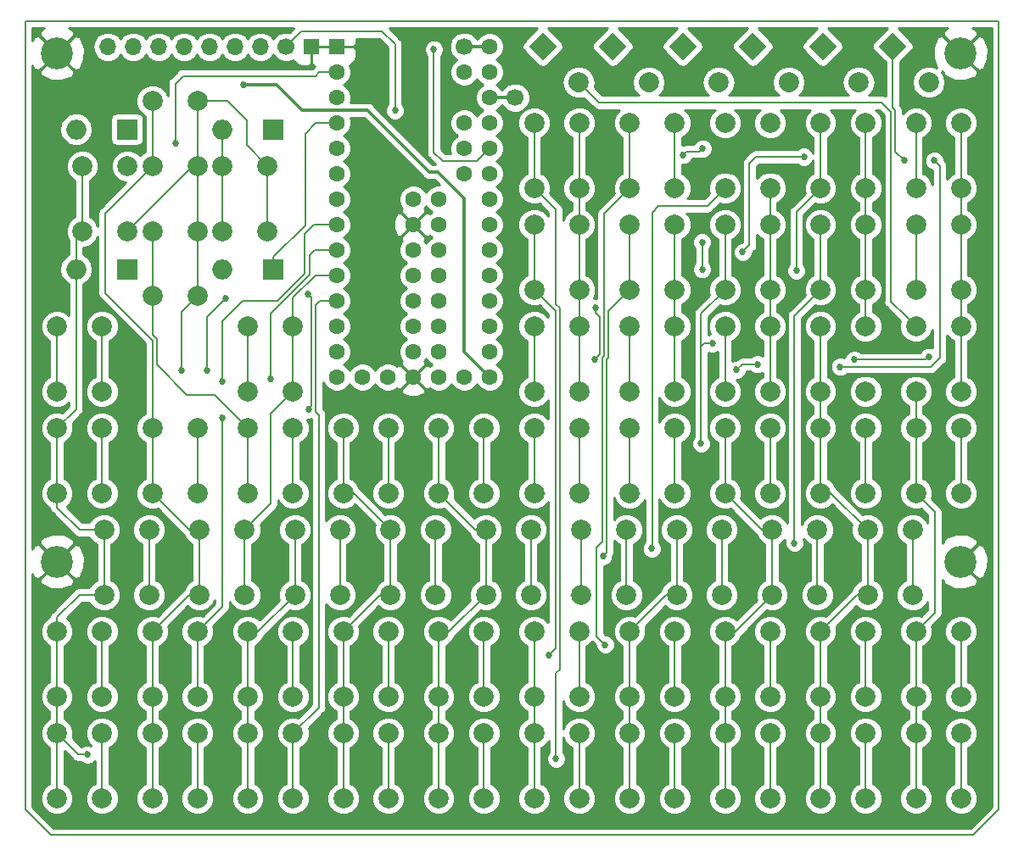
<source format=gbr>
%TF.GenerationSoftware,KiCad,Pcbnew,5.0.1-33cea8e~68~ubuntu16.04.1*%
%TF.CreationDate,2018-11-11T12:10:47-08:00*%
%TF.ProjectId,teensythumbboard,7465656E73797468756D62626F617264,rev?*%
%TF.SameCoordinates,PX68290a0PY463f660*%
%TF.FileFunction,Copper,L2,Bot,Signal*%
%TF.FilePolarity,Positive*%
%FSLAX46Y46*%
G04 Gerber Fmt 4.6, Leading zero omitted, Abs format (unit mm)*
G04 Created by KiCad (PCBNEW 5.0.1-33cea8e~68~ubuntu16.04.1) date Sun 11 Nov 2018 12:10:47 PM PST*
%MOMM*%
%LPD*%
G01*
G04 APERTURE LIST*
%ADD10C,0.150000*%
%ADD11C,1.600000*%
%ADD12R,1.600000X1.600000*%
%ADD13C,1.700000*%
%ADD14O,2.000000X2.000000*%
%ADD15R,2.000000X2.000000*%
%ADD16C,2.000000*%
%ADD17C,2.000000*%
%ADD18C,3.200000*%
%ADD19O,1.700000X1.700000*%
%ADD20C,0.685800*%
%ADD21C,0.200000*%
%ADD22C,0.300000*%
%ADD23C,0.254000*%
G04 APERTURE END LIST*
D10*
X94615000Y-81280000D02*
X97155000Y-78740000D01*
X2540000Y-81280000D02*
X0Y-78740000D01*
X94615000Y-81280000D02*
X2540000Y-81280000D01*
X97155000Y0D02*
X97155000Y-78740000D01*
X0Y0D02*
X97155000Y0D01*
X0Y0D02*
X0Y-78740000D01*
D11*
X41275000Y-17780000D03*
X41275000Y-20320000D03*
X41275000Y-22860000D03*
X41275000Y-25400000D03*
X41275000Y-27940000D03*
X41275000Y-30480000D03*
X41275000Y-33020000D03*
X38735000Y-33020000D03*
X38735000Y-30480000D03*
X38735000Y-27940000D03*
X38735000Y-25400000D03*
X38735000Y-22860000D03*
X38735000Y-20320000D03*
X38735000Y-17780000D03*
D12*
X31115000Y-2540000D03*
D11*
X31115000Y-5080000D03*
X31115000Y-7620000D03*
X31115000Y-10160000D03*
X31115000Y-12700000D03*
X31115000Y-15240000D03*
X31115000Y-17780000D03*
X31115000Y-20320000D03*
X31115000Y-22860000D03*
X31115000Y-25400000D03*
X31115000Y-27940000D03*
X31115000Y-30480000D03*
X31115000Y-33020000D03*
X43815000Y-15240000D03*
X43815000Y-12700000D03*
X43815000Y-10160000D03*
X43815000Y-5080000D03*
X46355000Y-2540000D03*
X46355000Y-5080000D03*
X46355000Y-7620000D03*
X46355000Y-10160000D03*
X46355000Y-12700000D03*
X46355000Y-15240000D03*
X46355000Y-17780000D03*
X46355000Y-20320000D03*
X46355000Y-22860000D03*
X46355000Y-25400000D03*
X46355000Y-27940000D03*
X46355000Y-30480000D03*
X46355000Y-33020000D03*
X31115000Y-35560000D03*
X33655000Y-35560000D03*
X36195000Y-35560000D03*
X46355000Y-35560000D03*
X43815000Y-35560000D03*
X41275000Y-35560000D03*
X38735000Y-35560000D03*
D13*
X48895000Y-7620000D03*
D12*
X28575000Y-2540000D03*
D14*
X5080000Y-24765000D03*
D15*
X10160000Y-24765000D03*
D14*
X5080000Y-10795000D03*
D15*
X10160000Y-10795000D03*
D14*
X19685000Y-24765000D03*
D15*
X24765000Y-24765000D03*
D14*
X19685000Y-10795000D03*
D15*
X24765000Y-10795000D03*
D16*
X83185000Y-6096000D03*
D17*
X83185000Y-6096000D02*
X83185000Y-6096000D01*
D16*
X79592898Y-2503898D03*
D10*
G36*
X78178684Y-2503898D02*
X79592898Y-1089684D01*
X81007112Y-2503898D01*
X79592898Y-3918112D01*
X78178684Y-2503898D01*
X78178684Y-2503898D01*
G37*
D16*
X90170000Y-6096000D03*
D17*
X90170000Y-6096000D02*
X90170000Y-6096000D01*
D16*
X86577898Y-2503898D03*
D10*
G36*
X85163684Y-2503898D02*
X86577898Y-1089684D01*
X87992112Y-2503898D01*
X86577898Y-3918112D01*
X85163684Y-2503898D01*
X85163684Y-2503898D01*
G37*
D16*
X65622898Y-2503898D03*
D10*
G36*
X64208684Y-2503898D02*
X65622898Y-1089684D01*
X67037112Y-2503898D01*
X65622898Y-3918112D01*
X64208684Y-2503898D01*
X64208684Y-2503898D01*
G37*
D16*
X69215000Y-6096000D03*
D17*
X69215000Y-6096000D02*
X69215000Y-6096000D01*
D16*
X76200000Y-6096000D03*
D17*
X76200000Y-6096000D02*
X76200000Y-6096000D01*
D16*
X72607898Y-2503898D03*
D10*
G36*
X71193684Y-2503898D02*
X72607898Y-1089684D01*
X74022112Y-2503898D01*
X72607898Y-3918112D01*
X71193684Y-2503898D01*
X71193684Y-2503898D01*
G37*
D16*
X62230000Y-6096000D03*
D17*
X62230000Y-6096000D02*
X62230000Y-6096000D01*
D16*
X58637898Y-2503898D03*
D10*
G36*
X57223684Y-2503898D02*
X58637898Y-1089684D01*
X60052112Y-2503898D01*
X58637898Y-3918112D01*
X57223684Y-2503898D01*
X57223684Y-2503898D01*
G37*
D16*
X55245000Y-6096000D03*
D17*
X55245000Y-6096000D02*
X55245000Y-6096000D01*
D16*
X51652898Y-2503898D03*
D10*
G36*
X50238684Y-2503898D02*
X51652898Y-1089684D01*
X53067112Y-2503898D01*
X51652898Y-3918112D01*
X50238684Y-2503898D01*
X50238684Y-2503898D01*
G37*
D16*
X10215000Y-20978000D03*
X5715000Y-20978000D03*
X10215000Y-14478000D03*
X5715000Y-14478000D03*
X17200000Y-14478000D03*
X12700000Y-14478000D03*
X17200000Y-7978000D03*
X12700000Y-7978000D03*
X17200000Y-27455000D03*
X12700000Y-27455000D03*
X17200000Y-20955000D03*
X12700000Y-20955000D03*
X24185000Y-20978000D03*
X19685000Y-20978000D03*
X24185000Y-14478000D03*
X19685000Y-14478000D03*
X83875000Y-16660000D03*
X79375000Y-16660000D03*
X83875000Y-10160000D03*
X79375000Y-10160000D03*
X93400000Y-16660000D03*
X88900000Y-16660000D03*
X93400000Y-10160000D03*
X88900000Y-10160000D03*
X83875000Y-26820000D03*
X79375000Y-26820000D03*
X83875000Y-20320000D03*
X79375000Y-20320000D03*
X93400000Y-26820000D03*
X88900000Y-26820000D03*
X93400000Y-20320000D03*
X88900000Y-20320000D03*
X83875000Y-36980000D03*
X79375000Y-36980000D03*
X83875000Y-30480000D03*
X79375000Y-30480000D03*
X93400000Y-36980000D03*
X88900000Y-36980000D03*
X93400000Y-30480000D03*
X88900000Y-30480000D03*
X55300000Y-16660000D03*
X50800000Y-16660000D03*
X55300000Y-10160000D03*
X50800000Y-10160000D03*
X64825000Y-16660000D03*
X60325000Y-16660000D03*
X64825000Y-10160000D03*
X60325000Y-10160000D03*
X74350000Y-16660000D03*
X69850000Y-16660000D03*
X74350000Y-10160000D03*
X69850000Y-10160000D03*
X55300000Y-26820000D03*
X50800000Y-26820000D03*
X55300000Y-20320000D03*
X50800000Y-20320000D03*
X64825000Y-26820000D03*
X60325000Y-26820000D03*
X64825000Y-20320000D03*
X60325000Y-20320000D03*
X74350000Y-26820000D03*
X69850000Y-26820000D03*
X74350000Y-20320000D03*
X69850000Y-20320000D03*
X55300000Y-36980000D03*
X50800000Y-36980000D03*
X55300000Y-30480000D03*
X50800000Y-30480000D03*
X64825000Y-36980000D03*
X60325000Y-36980000D03*
X64825000Y-30480000D03*
X60325000Y-30480000D03*
X74350000Y-36980000D03*
X69850000Y-36980000D03*
X74350000Y-30480000D03*
X69850000Y-30480000D03*
X7675000Y-36980000D03*
X3175000Y-36980000D03*
X7675000Y-30480000D03*
X3175000Y-30480000D03*
X7675000Y-47140000D03*
X3175000Y-47140000D03*
X7675000Y-40640000D03*
X3175000Y-40640000D03*
X17200000Y-47140000D03*
X12700000Y-47140000D03*
X17200000Y-40640000D03*
X12700000Y-40640000D03*
X26725000Y-47140000D03*
X22225000Y-47140000D03*
X26725000Y-40640000D03*
X22225000Y-40640000D03*
X36250000Y-47140000D03*
X31750000Y-47140000D03*
X36250000Y-40640000D03*
X31750000Y-40640000D03*
X45775000Y-47140000D03*
X41275000Y-47140000D03*
X45775000Y-40640000D03*
X41275000Y-40640000D03*
X55300000Y-47140000D03*
X50800000Y-47140000D03*
X55300000Y-40640000D03*
X50800000Y-40640000D03*
X64825000Y-47140000D03*
X60325000Y-47140000D03*
X64825000Y-40640000D03*
X60325000Y-40640000D03*
X74350000Y-47140000D03*
X69850000Y-47140000D03*
X74350000Y-40640000D03*
X69850000Y-40640000D03*
X83875000Y-47140000D03*
X79375000Y-47140000D03*
X83875000Y-40640000D03*
X79375000Y-40640000D03*
X93400000Y-47140000D03*
X88900000Y-47140000D03*
X93400000Y-40640000D03*
X88900000Y-40640000D03*
X12374000Y-57300000D03*
X7874000Y-57300000D03*
X12374000Y-50800000D03*
X7874000Y-50800000D03*
X21899000Y-57300000D03*
X17399000Y-57300000D03*
X21899000Y-50800000D03*
X17399000Y-50800000D03*
X31424000Y-57300000D03*
X26924000Y-57300000D03*
X31424000Y-50800000D03*
X26924000Y-50800000D03*
X40949000Y-57300000D03*
X36449000Y-57300000D03*
X40949000Y-50800000D03*
X36449000Y-50800000D03*
X50474000Y-57300000D03*
X45974000Y-57300000D03*
X50474000Y-50800000D03*
X45974000Y-50800000D03*
X59999000Y-57300000D03*
X55499000Y-57300000D03*
X59999000Y-50800000D03*
X55499000Y-50800000D03*
X69524000Y-57300000D03*
X65024000Y-57300000D03*
X69524000Y-50800000D03*
X65024000Y-50800000D03*
X79049000Y-57300000D03*
X74549000Y-57300000D03*
X79049000Y-50800000D03*
X74549000Y-50800000D03*
X88574000Y-57300000D03*
X84074000Y-57300000D03*
X88574000Y-50800000D03*
X84074000Y-50800000D03*
X26725000Y-36980000D03*
X22225000Y-36980000D03*
X26725000Y-30480000D03*
X22225000Y-30480000D03*
X7675000Y-67460000D03*
X3175000Y-67460000D03*
X7675000Y-60960000D03*
X3175000Y-60960000D03*
X17200000Y-67460000D03*
X12700000Y-67460000D03*
X17200000Y-60960000D03*
X12700000Y-60960000D03*
X26725000Y-67460000D03*
X22225000Y-67460000D03*
X26725000Y-60960000D03*
X22225000Y-60960000D03*
X36250000Y-67460000D03*
X31750000Y-67460000D03*
X36250000Y-60960000D03*
X31750000Y-60960000D03*
X45775000Y-67460000D03*
X41275000Y-67460000D03*
X45775000Y-60960000D03*
X41275000Y-60960000D03*
X55300000Y-67460000D03*
X50800000Y-67460000D03*
X55300000Y-60960000D03*
X50800000Y-60960000D03*
X64825000Y-67460000D03*
X60325000Y-67460000D03*
X64825000Y-60960000D03*
X60325000Y-60960000D03*
X74350000Y-67460000D03*
X69850000Y-67460000D03*
X74350000Y-60960000D03*
X69850000Y-60960000D03*
X83875000Y-67460000D03*
X79375000Y-67460000D03*
X83875000Y-60960000D03*
X79375000Y-60960000D03*
X93400000Y-67460000D03*
X88900000Y-67460000D03*
X93400000Y-60960000D03*
X88900000Y-60960000D03*
D18*
X3175000Y-53975000D03*
X93345000Y-53975000D03*
X3175000Y-3175000D03*
D16*
X7675000Y-77620000D03*
X3175000Y-77620000D03*
X7675000Y-71120000D03*
X3175000Y-71120000D03*
X17200000Y-77620000D03*
X12700000Y-77620000D03*
X17200000Y-71120000D03*
X12700000Y-71120000D03*
X26725000Y-77620000D03*
X22225000Y-77620000D03*
X26725000Y-71120000D03*
X22225000Y-71120000D03*
X36250000Y-77620000D03*
X31750000Y-77620000D03*
X36250000Y-71120000D03*
X31750000Y-71120000D03*
X45775000Y-77620000D03*
X41275000Y-77620000D03*
X45775000Y-71120000D03*
X41275000Y-71120000D03*
X55300000Y-77620000D03*
X50800000Y-77620000D03*
X55300000Y-71120000D03*
X50800000Y-71120000D03*
X64825000Y-77620000D03*
X60325000Y-77620000D03*
X64825000Y-71120000D03*
X60325000Y-71120000D03*
X74350000Y-77620000D03*
X69850000Y-77620000D03*
X74350000Y-71120000D03*
X69850000Y-71120000D03*
X83875000Y-77620000D03*
X79375000Y-77620000D03*
X83875000Y-71120000D03*
X79375000Y-71120000D03*
X93400000Y-77620000D03*
X88900000Y-77620000D03*
X93400000Y-71120000D03*
X88900000Y-71120000D03*
D18*
X93345000Y-3175000D03*
D13*
X26035000Y-2540000D03*
D19*
X23495000Y-2540000D03*
X20955000Y-2540000D03*
X18415000Y-2540000D03*
X15875000Y-2540000D03*
X13335000Y-2540000D03*
X10795000Y-2540000D03*
X8255000Y-2540000D03*
D13*
X43815000Y-2540000D03*
D20*
X15595600Y-34848800D03*
X6223000Y-73253600D03*
X52984400Y-73660000D03*
X57886600Y-62280800D03*
X62534800Y-52679600D03*
X19977100Y-27698700D03*
X52247800Y-63322200D03*
X18148300Y-34886900D03*
X76962000Y-24917400D03*
X57683400Y-53416200D03*
X67462400Y-42176700D03*
X68579999Y-32181800D03*
X82753200Y-33807400D03*
X90170002Y-33528000D03*
X76771500Y-52120800D03*
X67564000Y-22059900D03*
X67564000Y-24790400D03*
X28270200Y-38785800D03*
X28194000Y-27228800D03*
X24536400Y-35763200D03*
X19685000Y-35941000D03*
X19685000Y-39624000D03*
X14985994Y-12192000D03*
X77724000Y-13538200D03*
X71602600Y-23063200D03*
X56964300Y-28625800D03*
X56870600Y-33756600D03*
X71018400Y-34823400D03*
X73101200Y-34264600D03*
X81330800Y-34518600D03*
X87706200Y-13901700D03*
X90728800Y-13919200D03*
X65684400Y-13360400D03*
X67614800Y-12700000D03*
X38735000Y-3810000D03*
X34925000Y-3810000D03*
X40792400Y-2794000D03*
X36906200Y-8915400D03*
X21793200Y-6324600D03*
D21*
X17200000Y-7978000D02*
X17200000Y-14478000D01*
X17200000Y-14478000D02*
X17200000Y-20955000D01*
X17200000Y-20955000D02*
X17200000Y-27455000D01*
X24185000Y-20978000D02*
X24185000Y-14478000D01*
X16715000Y-14478000D02*
X17200000Y-14478000D01*
X10215000Y-20978000D02*
X16715000Y-14478000D01*
X17200000Y-7978000D02*
X20170000Y-7978000D01*
X20170000Y-7978000D02*
X22098000Y-9906000D01*
X22098000Y-12391000D02*
X24185000Y-14478000D01*
X22098000Y-9906000D02*
X22098000Y-12391000D01*
X93400000Y-10160000D02*
X93400000Y-16660000D01*
X93400000Y-16660000D02*
X93400000Y-20320000D01*
X93400000Y-20320000D02*
X93400000Y-26820000D01*
X93400000Y-26820000D02*
X93400000Y-30480000D01*
X93400000Y-30480000D02*
X93400000Y-36980000D01*
X83875000Y-26820000D02*
X83875000Y-30480000D01*
X83875000Y-20320000D02*
X83875000Y-26820000D01*
X83875000Y-16660000D02*
X83875000Y-20320000D01*
X83875000Y-10160000D02*
X83875000Y-16660000D01*
X15595600Y-34848800D02*
X15595600Y-29059400D01*
X15595600Y-29059400D02*
X17200000Y-27455000D01*
X5080000Y-38735000D02*
X5080000Y-24765000D01*
X3175000Y-40640000D02*
X5080000Y-38735000D01*
X5080000Y-21613000D02*
X5715000Y-20978000D01*
X5080000Y-24765000D02*
X5080000Y-21613000D01*
X3175000Y-71120000D02*
X3175000Y-67460000D01*
X3175000Y-71120000D02*
X3175000Y-77620000D01*
X3175000Y-67460000D02*
X3175000Y-60960000D01*
X5420787Y-57300000D02*
X7874000Y-57300000D01*
X3175000Y-59545787D02*
X5420787Y-57300000D01*
X3175000Y-60960000D02*
X3175000Y-59545787D01*
X7874000Y-57300000D02*
X7874000Y-50800000D01*
X5420787Y-50800000D02*
X7874000Y-50800000D01*
X3175000Y-48554213D02*
X5420787Y-50800000D01*
X3175000Y-47140000D02*
X3175000Y-48554213D01*
X3175000Y-40640000D02*
X3175000Y-47140000D01*
X5715000Y-14478000D02*
X5715000Y-20978000D01*
X50800000Y-10160000D02*
X50800000Y-16660000D01*
X5738067Y-73253600D02*
X6223000Y-73253600D01*
X5308600Y-73253600D02*
X5738067Y-73253600D01*
X3175000Y-71120000D02*
X5308600Y-73253600D01*
X52959000Y-28244800D02*
X52959000Y-18819000D01*
X53340000Y-28625800D02*
X52959000Y-28244800D01*
X53340000Y-64744600D02*
X53340000Y-28625800D01*
X52984400Y-65100200D02*
X53340000Y-64744600D01*
X52984400Y-73660000D02*
X52984400Y-65100200D01*
X52959000Y-18819000D02*
X50800000Y-16660000D01*
X8001000Y-19177000D02*
X12700000Y-14478000D01*
X12700000Y-31877000D02*
X8001000Y-27178000D01*
X12700000Y-40640000D02*
X12700000Y-31877000D01*
X8001000Y-27178000D02*
X8001000Y-19177000D01*
X12700000Y-40640000D02*
X12700000Y-47140000D01*
X12700000Y-77620000D02*
X12700000Y-71120000D01*
X12700000Y-71120000D02*
X12700000Y-67460000D01*
X12700000Y-67460000D02*
X12700000Y-60960000D01*
X16360000Y-57300000D02*
X17399000Y-57300000D01*
X12700000Y-60960000D02*
X16360000Y-57300000D01*
X17399000Y-57300000D02*
X17399000Y-50800000D01*
X16360000Y-50800000D02*
X17399000Y-50800000D01*
X12700000Y-47140000D02*
X16360000Y-50800000D01*
X12700000Y-7978000D02*
X12700000Y-14478000D01*
X60325000Y-10160000D02*
X60325000Y-16660000D01*
X57778611Y-33414289D02*
X57613589Y-33579311D01*
X57040499Y-61434699D02*
X57543701Y-61937901D01*
X57778611Y-19206389D02*
X57778611Y-33414289D01*
X57613589Y-33579311D02*
X57613589Y-51962011D01*
X60325000Y-16660000D02*
X57778611Y-19206389D01*
X57613589Y-51962011D02*
X57040499Y-52535101D01*
X57040499Y-52535101D02*
X57040499Y-61434699D01*
X57543701Y-61937901D02*
X57886600Y-62280800D01*
X22225000Y-40640000D02*
X22225000Y-47140000D01*
X26924000Y-50800000D02*
X26924000Y-57300000D01*
X23264000Y-60960000D02*
X22225000Y-60960000D01*
X26924000Y-57300000D02*
X23264000Y-60960000D01*
X22225000Y-60960000D02*
X22225000Y-67460000D01*
X22225000Y-67460000D02*
X22225000Y-71120000D01*
X22225000Y-71120000D02*
X22225000Y-77620000D01*
X12700000Y-20955000D02*
X12700000Y-27455000D01*
X69850000Y-16660000D02*
X68069600Y-18440400D01*
X68069600Y-18440400D02*
X63220600Y-18440400D01*
X63220600Y-18440400D02*
X62560200Y-19100800D01*
X62560200Y-52654200D02*
X62534800Y-52679600D01*
X62560200Y-19100800D02*
X62560200Y-52654200D01*
X18884900Y-37299900D02*
X22225000Y-40640000D01*
X16103600Y-37299900D02*
X18884900Y-37299900D01*
X12700000Y-27455000D02*
X12700000Y-31305500D01*
X12700000Y-31305500D02*
X13119100Y-31724600D01*
X13119100Y-31724600D02*
X13119100Y-34315400D01*
X13119100Y-34315400D02*
X16103600Y-37299900D01*
X19685000Y-14478000D02*
X19685000Y-10795000D01*
X19685000Y-14478000D02*
X19685000Y-20978000D01*
X31750000Y-77620000D02*
X31750000Y-71120000D01*
X31750000Y-71120000D02*
X31750000Y-67460000D01*
X31750000Y-67460000D02*
X31750000Y-60960000D01*
X35410000Y-57300000D02*
X36449000Y-57300000D01*
X31750000Y-60960000D02*
X35410000Y-57300000D01*
X36449000Y-57300000D02*
X36449000Y-50800000D01*
X32789000Y-47140000D02*
X31750000Y-47140000D01*
X36449000Y-50800000D02*
X32789000Y-47140000D01*
X31750000Y-47140000D02*
X31750000Y-40640000D01*
X50800000Y-20320000D02*
X50800000Y-26820000D01*
X52933600Y-62636400D02*
X52247800Y-63322200D01*
X52933600Y-28953600D02*
X52933600Y-62636400D01*
X50800000Y-26820000D02*
X52933600Y-28953600D01*
X18148300Y-29527500D02*
X18148300Y-34886900D01*
X19977100Y-27698700D02*
X18148300Y-29527500D01*
X41275000Y-40640000D02*
X41275000Y-47140000D01*
X44935000Y-50800000D02*
X45974000Y-50800000D01*
X41275000Y-47140000D02*
X44935000Y-50800000D01*
X45974000Y-50800000D02*
X45974000Y-57300000D01*
X42314000Y-60960000D02*
X41275000Y-60960000D01*
X45974000Y-57300000D02*
X42314000Y-60960000D01*
X41275000Y-60960000D02*
X41275000Y-67460000D01*
X41275000Y-67460000D02*
X41275000Y-71120000D01*
X41275000Y-71120000D02*
X41275000Y-77620000D01*
X79375000Y-10160000D02*
X79375000Y-16660000D01*
X60325000Y-26820000D02*
X60325000Y-20320000D01*
X79375000Y-16660000D02*
X76962000Y-19073000D01*
X76962000Y-19073000D02*
X76962000Y-24432467D01*
X76962000Y-24432467D02*
X76962000Y-24917400D01*
X58026299Y-53073301D02*
X57683400Y-53416200D01*
X58013600Y-53060602D02*
X58026299Y-53073301D01*
X58178622Y-33579978D02*
X58013600Y-33745000D01*
X58013600Y-33745000D02*
X58013600Y-53060602D01*
X60325000Y-26820000D02*
X58178622Y-28966378D01*
X58178622Y-28966378D02*
X58178622Y-33579978D01*
X50800000Y-77620000D02*
X50800000Y-71120000D01*
X50800000Y-71120000D02*
X50800000Y-67460000D01*
X50800000Y-67460000D02*
X50800000Y-60960000D01*
X54460000Y-57300000D02*
X55499000Y-57300000D01*
X55499000Y-57300000D02*
X55499000Y-50800000D01*
X51839000Y-47140000D02*
X50800000Y-47140000D01*
X50800000Y-47140000D02*
X50800000Y-40640000D01*
X88900000Y-10160000D02*
X88900000Y-16660000D01*
X69850000Y-20320000D02*
X69850000Y-26820000D01*
X69850000Y-26820000D02*
X67462400Y-29207600D01*
X67462400Y-32524700D02*
X67462400Y-42176700D01*
X67462400Y-29207600D02*
X67462400Y-32524700D01*
X68095066Y-32181800D02*
X68579999Y-32181800D01*
X67462400Y-32524700D02*
X67805300Y-32181800D01*
X67805300Y-32181800D02*
X68095066Y-32181800D01*
X89890602Y-33807400D02*
X90170002Y-33528000D01*
X82753200Y-33807400D02*
X89890602Y-33807400D01*
X60325000Y-77620000D02*
X60325000Y-71120000D01*
X60325000Y-67460000D02*
X60325000Y-71120000D01*
X60325000Y-67460000D02*
X60325000Y-60960000D01*
X63985000Y-57300000D02*
X65024000Y-57300000D01*
X60325000Y-60960000D02*
X63985000Y-57300000D01*
X65024000Y-57300000D02*
X65024000Y-50800000D01*
X61364000Y-47140000D02*
X60325000Y-47140000D01*
X60325000Y-47140000D02*
X60325000Y-40640000D01*
X50800000Y-30480000D02*
X50800000Y-36980000D01*
X78740000Y-20320000D02*
X79375000Y-20320000D01*
X79375000Y-20320000D02*
X79375000Y-26820000D01*
X76771500Y-29423500D02*
X76771500Y-52120800D01*
X79375000Y-26820000D02*
X76771500Y-29423500D01*
X69850000Y-40640000D02*
X69850000Y-47140000D01*
X73510000Y-50800000D02*
X74549000Y-50800000D01*
X69850000Y-47140000D02*
X73510000Y-50800000D01*
X74549000Y-50800000D02*
X74549000Y-57300000D01*
X70889000Y-60960000D02*
X69850000Y-60960000D01*
X74549000Y-57300000D02*
X70889000Y-60960000D01*
X69850000Y-60960000D02*
X69850000Y-67460000D01*
X69850000Y-67460000D02*
X69850000Y-71120000D01*
X69850000Y-71120000D02*
X69850000Y-77620000D01*
X60325000Y-30480000D02*
X60325000Y-36980000D01*
X88265000Y-20320000D02*
X88900000Y-20320000D01*
X88900000Y-20320000D02*
X88900000Y-26820000D01*
X79375000Y-77620000D02*
X79375000Y-71120000D01*
X79375000Y-71120000D02*
X79375000Y-67460000D01*
X79375000Y-67460000D02*
X79375000Y-60960000D01*
X83035000Y-57300000D02*
X84074000Y-57300000D01*
X79375000Y-60960000D02*
X83035000Y-57300000D01*
X84074000Y-57300000D02*
X84074000Y-50800000D01*
X80414000Y-47140000D02*
X79375000Y-47140000D01*
X84074000Y-50800000D02*
X80414000Y-47140000D01*
X79375000Y-47140000D02*
X79375000Y-40640000D01*
X79375000Y-40640000D02*
X79375000Y-36980000D01*
X79375000Y-36980000D02*
X79375000Y-30480000D01*
X69850000Y-36980000D02*
X69850000Y-30480000D01*
X67564000Y-22059900D02*
X67564000Y-22544833D01*
X67564000Y-22544833D02*
X67564000Y-24790400D01*
X3175000Y-30480000D02*
X3175000Y-36980000D01*
X22225000Y-30480000D02*
X22225000Y-36980000D01*
X88900000Y-77620000D02*
X88900000Y-71120000D01*
X88900000Y-71120000D02*
X88900000Y-67460000D01*
X88900000Y-67460000D02*
X88900000Y-60960000D01*
X90805000Y-59055000D02*
X88900000Y-60960000D01*
X90805000Y-49045000D02*
X90805000Y-59055000D01*
X88900000Y-47140000D02*
X90805000Y-49045000D01*
X88900000Y-47140000D02*
X88900000Y-40640000D01*
X88900000Y-40640000D02*
X88900000Y-36980000D01*
X87900001Y-29480001D02*
X88900000Y-30480000D01*
X55245000Y-6096000D02*
X57264300Y-8115300D01*
X86410800Y-27990800D02*
X87900001Y-29480001D01*
X57264300Y-8115300D02*
X85471000Y-8115300D01*
X85471000Y-8115300D02*
X86410800Y-9055100D01*
X86410800Y-9055100D02*
X86410800Y-27990800D01*
X74350000Y-36980000D02*
X74350000Y-30480000D01*
X74350000Y-30480000D02*
X74350000Y-26820000D01*
X74350000Y-26820000D02*
X74350000Y-20320000D01*
X74350000Y-20320000D02*
X74350000Y-16660000D01*
X64825000Y-10160000D02*
X64825000Y-16660000D01*
X64825000Y-20320000D02*
X64825000Y-26820000D01*
X64825000Y-26820000D02*
X64825000Y-30480000D01*
X64825000Y-30480000D02*
X64825000Y-36980000D01*
X55300000Y-36980000D02*
X55300000Y-30480000D01*
X55300000Y-30480000D02*
X55300000Y-26820000D01*
X55300000Y-26820000D02*
X55300000Y-20320000D01*
X55300000Y-20320000D02*
X55300000Y-16660000D01*
X55300000Y-16660000D02*
X55300000Y-10160000D01*
X7675000Y-30480000D02*
X7675000Y-36980000D01*
X28600400Y-38455600D02*
X28270200Y-38785800D01*
X28600400Y-27635200D02*
X28600400Y-38455600D01*
X28194000Y-27228800D02*
X28600400Y-27635200D01*
X7675000Y-40640000D02*
X7675000Y-47140000D01*
X17200000Y-40640000D02*
X17200000Y-47140000D01*
X26725000Y-40640000D02*
X26725000Y-47140000D01*
X36250000Y-40640000D02*
X36250000Y-47140000D01*
X45775000Y-40640000D02*
X45775000Y-47140000D01*
X55300000Y-40640000D02*
X55300000Y-47140000D01*
X64825000Y-40640000D02*
X64825000Y-47140000D01*
X74350000Y-40640000D02*
X74350000Y-47140000D01*
X83875000Y-40640000D02*
X83875000Y-47140000D01*
X93400000Y-40640000D02*
X93400000Y-47140000D01*
X28905200Y-22860000D02*
X31115000Y-22860000D01*
X24536400Y-35763200D02*
X24536400Y-29184600D01*
X24536400Y-29184600D02*
X28397200Y-25323800D01*
X28397200Y-25323800D02*
X28397200Y-23368000D01*
X28397200Y-23368000D02*
X28905200Y-22860000D01*
X88574000Y-50800000D02*
X88574000Y-57300000D01*
X79049000Y-50800000D02*
X79049000Y-57300000D01*
X69524000Y-50800000D02*
X69524000Y-57300000D01*
X59999000Y-50800000D02*
X59999000Y-57300000D01*
X50474000Y-50800000D02*
X50474000Y-57300000D01*
X40949000Y-50800000D02*
X40949000Y-57300000D01*
X31424000Y-50800000D02*
X31424000Y-57300000D01*
X21899000Y-50800000D02*
X21899000Y-57300000D01*
X12374000Y-50800000D02*
X12374000Y-57300000D01*
X26725000Y-36980000D02*
X26725000Y-30480000D01*
X21899000Y-50800000D02*
X24511000Y-48188000D01*
X24511000Y-39194000D02*
X26725000Y-36980000D01*
X24511000Y-48188000D02*
X24511000Y-39194000D01*
X26725000Y-27631000D02*
X28956000Y-25400000D01*
X28956000Y-25400000D02*
X31115000Y-25400000D01*
X26725000Y-30480000D02*
X26725000Y-27631000D01*
X7675000Y-60960000D02*
X7675000Y-67460000D01*
X17200000Y-60960000D02*
X17200000Y-67460000D01*
X26725000Y-60960000D02*
X26725000Y-67460000D01*
X36250000Y-60960000D02*
X36250000Y-67460000D01*
X45775000Y-60960000D02*
X45775000Y-67460000D01*
X55300000Y-60960000D02*
X55300000Y-67460000D01*
X64825000Y-60960000D02*
X64825000Y-67460000D01*
X93400000Y-60960000D02*
X93400000Y-67460000D01*
X83875000Y-60960000D02*
X83875000Y-67460000D01*
X74350000Y-60960000D02*
X74350000Y-67460000D01*
X19685000Y-58475000D02*
X17200000Y-60960000D01*
X19685000Y-39624000D02*
X19685000Y-58475000D01*
X28841700Y-20320000D02*
X31115000Y-20320000D01*
X27901900Y-21259800D02*
X28841700Y-20320000D01*
X27901900Y-25222200D02*
X27901900Y-21259800D01*
X19685000Y-35941000D02*
X19685000Y-29972000D01*
X19685000Y-29972000D02*
X21717000Y-27940000D01*
X21717000Y-27940000D02*
X25184100Y-27940000D01*
X25184100Y-27940000D02*
X27901900Y-25222200D01*
X14985994Y-6223006D02*
X14985994Y-12192000D01*
X31115000Y-5080000D02*
X29337000Y-5080000D01*
X28956000Y-5461000D02*
X15748000Y-5461000D01*
X29337000Y-5080000D02*
X28956000Y-5461000D01*
X15748000Y-5461000D02*
X14985994Y-6223006D01*
X29019500Y-10160000D02*
X31115000Y-10160000D01*
X24765000Y-24765000D02*
X24765000Y-23565000D01*
X24765000Y-23565000D02*
X27940000Y-20390000D01*
X27940000Y-20390000D02*
X27940000Y-11239500D01*
X27940000Y-11239500D02*
X29019500Y-10160000D01*
X72288400Y-22377400D02*
X71602600Y-23063200D01*
X72288400Y-14198600D02*
X72288400Y-22377400D01*
X72948800Y-13538200D02*
X72288400Y-14198600D01*
X77724000Y-13538200D02*
X72948800Y-13538200D01*
X57378600Y-29525033D02*
X57378600Y-33248600D01*
X56964300Y-29110733D02*
X57378600Y-29525033D01*
X56964300Y-28625800D02*
X56964300Y-29110733D01*
X57378600Y-33248600D02*
X56870600Y-33756600D01*
X71577200Y-34264600D02*
X73101200Y-34264600D01*
X71018400Y-34823400D02*
X71577200Y-34264600D01*
X86577898Y-7075898D02*
X86577898Y-2503898D01*
X86577898Y-8656499D02*
X86810810Y-8889411D01*
X86577898Y-7075898D02*
X86577898Y-8656499D01*
X86810810Y-13006310D02*
X87706200Y-13901700D01*
X86810810Y-8889411D02*
X86810810Y-13006310D01*
X90373200Y-34518600D02*
X81330800Y-34518600D01*
X91262200Y-33629600D02*
X90373200Y-34518600D01*
X91262200Y-14452600D02*
X91262200Y-33629600D01*
X90728800Y-13919200D02*
X91262200Y-14452600D01*
X66027299Y-13017501D02*
X67144899Y-13017501D01*
X65684400Y-13360400D02*
X66027299Y-13017501D01*
X67297299Y-13017501D02*
X67614800Y-12700000D01*
X67144899Y-13017501D02*
X67297299Y-13017501D01*
X7675000Y-71120000D02*
X7675000Y-77620000D01*
X17200000Y-71120000D02*
X17200000Y-77620000D01*
X26725000Y-71120000D02*
X26725000Y-77620000D01*
X36250000Y-71120000D02*
X36250000Y-77620000D01*
X55300000Y-71120000D02*
X55300000Y-77620000D01*
X45775000Y-71120000D02*
X45775000Y-77620000D01*
X64825000Y-71120000D02*
X64825000Y-77620000D01*
X74350000Y-71120000D02*
X74350000Y-77620000D01*
X83875000Y-71120000D02*
X83875000Y-77620000D01*
X93400000Y-71120000D02*
X93400000Y-77620000D01*
X29298900Y-68546100D02*
X26725000Y-71120000D01*
X29298900Y-39331900D02*
X29298900Y-68546100D01*
X31115000Y-27940000D02*
X29438600Y-27940000D01*
X29438600Y-27940000D02*
X29019500Y-28359100D01*
X29019500Y-28359100D02*
X29019500Y-39052500D01*
X29019500Y-39052500D02*
X29298900Y-39331900D01*
X46355000Y-12700000D02*
X45110400Y-13944600D01*
X45110400Y-13944600D02*
X42113200Y-13944600D01*
X42113200Y-13944600D02*
X41706800Y-13944600D01*
X40792400Y-2794000D02*
X40792400Y-13081000D01*
X41656000Y-13944600D02*
X42113200Y-13944600D01*
X40792400Y-13081000D02*
X41656000Y-13944600D01*
X26035000Y-2540000D02*
X27559000Y-1016000D01*
X27559000Y-1016000D02*
X35610800Y-1016000D01*
X36906200Y-2311400D02*
X36906200Y-8915400D01*
X35610800Y-1016000D02*
X36906200Y-2311400D01*
D22*
X41159209Y-15073409D02*
X40346409Y-15073409D01*
X43815000Y-17729200D02*
X41159209Y-15073409D01*
X25069800Y-6324600D02*
X21793200Y-6324600D01*
X43815000Y-33020000D02*
X43815000Y-17729200D01*
X46355000Y-35560000D02*
X43815000Y-33020000D01*
X40346409Y-15073409D02*
X34163000Y-8890000D01*
X34163000Y-8890000D02*
X27635200Y-8890000D01*
X27635200Y-8890000D02*
X25069800Y-6324600D01*
X46355000Y-7620000D02*
X48895000Y-7620000D01*
X46355000Y-2540000D02*
X43815000Y-2540000D01*
D23*
G36*
X1702894Y-797048D02*
X1541409Y-904950D01*
X1408466Y-1390505D01*
X3175000Y-3157039D01*
X4941534Y-1390505D01*
X4808591Y-904950D01*
X4380611Y-710000D01*
X26825553Y-710000D01*
X26436570Y-1098983D01*
X26330385Y-1055000D01*
X25739615Y-1055000D01*
X25193815Y-1281078D01*
X24776078Y-1698815D01*
X24754209Y-1751611D01*
X24565625Y-1469375D01*
X24074418Y-1141161D01*
X23641256Y-1055000D01*
X23348744Y-1055000D01*
X22915582Y-1141161D01*
X22424375Y-1469375D01*
X22225000Y-1767761D01*
X22025625Y-1469375D01*
X21534418Y-1141161D01*
X21101256Y-1055000D01*
X20808744Y-1055000D01*
X20375582Y-1141161D01*
X19884375Y-1469375D01*
X19685000Y-1767761D01*
X19485625Y-1469375D01*
X18994418Y-1141161D01*
X18561256Y-1055000D01*
X18268744Y-1055000D01*
X17835582Y-1141161D01*
X17344375Y-1469375D01*
X17145000Y-1767761D01*
X16945625Y-1469375D01*
X16454418Y-1141161D01*
X16021256Y-1055000D01*
X15728744Y-1055000D01*
X15295582Y-1141161D01*
X14804375Y-1469375D01*
X14605000Y-1767761D01*
X14405625Y-1469375D01*
X13914418Y-1141161D01*
X13481256Y-1055000D01*
X13188744Y-1055000D01*
X12755582Y-1141161D01*
X12264375Y-1469375D01*
X12065000Y-1767761D01*
X11865625Y-1469375D01*
X11374418Y-1141161D01*
X10941256Y-1055000D01*
X10648744Y-1055000D01*
X10215582Y-1141161D01*
X9724375Y-1469375D01*
X9525000Y-1767761D01*
X9325625Y-1469375D01*
X8834418Y-1141161D01*
X8401256Y-1055000D01*
X8108744Y-1055000D01*
X7675582Y-1141161D01*
X7184375Y-1469375D01*
X6856161Y-1960582D01*
X6740908Y-2540000D01*
X6856161Y-3119418D01*
X7184375Y-3610625D01*
X7675582Y-3938839D01*
X8108744Y-4025000D01*
X8401256Y-4025000D01*
X8834418Y-3938839D01*
X9325625Y-3610625D01*
X9525000Y-3312239D01*
X9724375Y-3610625D01*
X10215582Y-3938839D01*
X10648744Y-4025000D01*
X10941256Y-4025000D01*
X11374418Y-3938839D01*
X11865625Y-3610625D01*
X12065000Y-3312239D01*
X12264375Y-3610625D01*
X12755582Y-3938839D01*
X13188744Y-4025000D01*
X13481256Y-4025000D01*
X13914418Y-3938839D01*
X14405625Y-3610625D01*
X14605000Y-3312239D01*
X14804375Y-3610625D01*
X15295582Y-3938839D01*
X15728744Y-4025000D01*
X16021256Y-4025000D01*
X16454418Y-3938839D01*
X16945625Y-3610625D01*
X17145000Y-3312239D01*
X17344375Y-3610625D01*
X17835582Y-3938839D01*
X18268744Y-4025000D01*
X18561256Y-4025000D01*
X18994418Y-3938839D01*
X19485625Y-3610625D01*
X19685000Y-3312239D01*
X19884375Y-3610625D01*
X20375582Y-3938839D01*
X20808744Y-4025000D01*
X21101256Y-4025000D01*
X21534418Y-3938839D01*
X22025625Y-3610625D01*
X22225000Y-3312239D01*
X22424375Y-3610625D01*
X22915582Y-3938839D01*
X23348744Y-4025000D01*
X23641256Y-4025000D01*
X24074418Y-3938839D01*
X24565625Y-3610625D01*
X24754209Y-3328389D01*
X24776078Y-3381185D01*
X25193815Y-3798922D01*
X25739615Y-4025000D01*
X26330385Y-4025000D01*
X26749631Y-3851343D01*
X26806011Y-3987457D01*
X27127542Y-4308989D01*
X27547643Y-4483000D01*
X28276550Y-4483000D01*
X28562300Y-4197250D01*
X28562300Y-2552700D01*
X28542300Y-2552700D01*
X28542300Y-2527300D01*
X28562300Y-2527300D01*
X28562300Y-2507300D01*
X28587700Y-2507300D01*
X28587700Y-2527300D01*
X31102300Y-2527300D01*
X31102300Y-2507300D01*
X31127700Y-2507300D01*
X31127700Y-2527300D01*
X32772250Y-2527300D01*
X33058000Y-2241550D01*
X33058000Y-1751000D01*
X35306354Y-1751000D01*
X36171200Y-2615847D01*
X36171201Y-8267440D01*
X36077177Y-8361464D01*
X35928300Y-8720884D01*
X35928300Y-9109916D01*
X36077177Y-9469336D01*
X36352264Y-9744423D01*
X36711684Y-9893300D01*
X37100716Y-9893300D01*
X37460136Y-9744423D01*
X37735223Y-9469336D01*
X37884100Y-9109916D01*
X37884100Y-8720884D01*
X37735223Y-8361464D01*
X37641200Y-8267441D01*
X37641200Y-2383783D01*
X37655598Y-2311399D01*
X37641200Y-2239013D01*
X37641200Y-2239012D01*
X37598554Y-2024617D01*
X37436105Y-1781495D01*
X37374738Y-1740491D01*
X36344246Y-710000D01*
X51116964Y-710000D01*
X49780875Y-2046089D01*
X49640527Y-2256133D01*
X49591244Y-2503898D01*
X49640527Y-2751663D01*
X49780875Y-2961707D01*
X51195089Y-4375921D01*
X51405133Y-4516269D01*
X51652898Y-4565552D01*
X51900663Y-4516269D01*
X52110707Y-4375921D01*
X53524921Y-2961707D01*
X53665269Y-2751663D01*
X53714552Y-2503898D01*
X53665269Y-2256133D01*
X53524921Y-2046089D01*
X52188832Y-710000D01*
X58101964Y-710000D01*
X56765875Y-2046089D01*
X56625527Y-2256133D01*
X56576244Y-2503898D01*
X56625527Y-2751663D01*
X56765875Y-2961707D01*
X58180089Y-4375921D01*
X58390133Y-4516269D01*
X58637898Y-4565552D01*
X58885663Y-4516269D01*
X59095707Y-4375921D01*
X60509921Y-2961707D01*
X60650269Y-2751663D01*
X60699552Y-2503898D01*
X60650269Y-2256133D01*
X60509921Y-2046089D01*
X59173832Y-710000D01*
X65086964Y-710000D01*
X63750875Y-2046089D01*
X63610527Y-2256133D01*
X63561244Y-2503898D01*
X63610527Y-2751663D01*
X63750875Y-2961707D01*
X65165089Y-4375921D01*
X65375133Y-4516269D01*
X65622898Y-4565552D01*
X65870663Y-4516269D01*
X66080707Y-4375921D01*
X67494921Y-2961707D01*
X67635269Y-2751663D01*
X67684552Y-2503898D01*
X67635269Y-2256133D01*
X67494921Y-2046089D01*
X66158832Y-710000D01*
X72071964Y-710000D01*
X70735875Y-2046089D01*
X70595527Y-2256133D01*
X70546244Y-2503898D01*
X70595527Y-2751663D01*
X70735875Y-2961707D01*
X72150089Y-4375921D01*
X72360133Y-4516269D01*
X72607898Y-4565552D01*
X72855663Y-4516269D01*
X73065707Y-4375921D01*
X74479921Y-2961707D01*
X74620269Y-2751663D01*
X74669552Y-2503898D01*
X74620269Y-2256133D01*
X74479921Y-2046089D01*
X73143832Y-710000D01*
X79056964Y-710000D01*
X77720875Y-2046089D01*
X77580527Y-2256133D01*
X77531244Y-2503898D01*
X77580527Y-2751663D01*
X77720875Y-2961707D01*
X79135089Y-4375921D01*
X79345133Y-4516269D01*
X79592898Y-4565552D01*
X79840663Y-4516269D01*
X80050707Y-4375921D01*
X81464921Y-2961707D01*
X81605269Y-2751663D01*
X81654552Y-2503898D01*
X81605269Y-2256133D01*
X81464921Y-2046089D01*
X80128832Y-710000D01*
X86041964Y-710000D01*
X84705875Y-2046089D01*
X84565527Y-2256133D01*
X84516244Y-2503898D01*
X84565527Y-2751663D01*
X84705875Y-2961707D01*
X85842899Y-4098731D01*
X85842898Y-7003510D01*
X85842898Y-7479818D01*
X85757783Y-7422946D01*
X85543388Y-7380300D01*
X85543384Y-7380300D01*
X85471000Y-7365902D01*
X85398616Y-7380300D01*
X84205831Y-7380300D01*
X84363769Y-7274769D01*
X84725136Y-6733945D01*
X84852031Y-6096000D01*
X84725136Y-5458055D01*
X84363769Y-4917231D01*
X83822945Y-4555864D01*
X83346031Y-4461000D01*
X83023969Y-4461000D01*
X82547055Y-4555864D01*
X82006231Y-4917231D01*
X81644864Y-5458055D01*
X81517969Y-6096000D01*
X81644864Y-6733945D01*
X82006231Y-7274769D01*
X82164169Y-7380300D01*
X77220831Y-7380300D01*
X77378769Y-7274769D01*
X77740136Y-6733945D01*
X77867031Y-6096000D01*
X77740136Y-5458055D01*
X77378769Y-4917231D01*
X76837945Y-4555864D01*
X76361031Y-4461000D01*
X76038969Y-4461000D01*
X75562055Y-4555864D01*
X75021231Y-4917231D01*
X74659864Y-5458055D01*
X74532969Y-6096000D01*
X74659864Y-6733945D01*
X75021231Y-7274769D01*
X75179169Y-7380300D01*
X70235831Y-7380300D01*
X70393769Y-7274769D01*
X70755136Y-6733945D01*
X70882031Y-6096000D01*
X70755136Y-5458055D01*
X70393769Y-4917231D01*
X69852945Y-4555864D01*
X69376031Y-4461000D01*
X69053969Y-4461000D01*
X68577055Y-4555864D01*
X68036231Y-4917231D01*
X67674864Y-5458055D01*
X67547969Y-6096000D01*
X67674864Y-6733945D01*
X68036231Y-7274769D01*
X68194169Y-7380300D01*
X63250831Y-7380300D01*
X63408769Y-7274769D01*
X63770136Y-6733945D01*
X63897031Y-6096000D01*
X63770136Y-5458055D01*
X63408769Y-4917231D01*
X62867945Y-4555864D01*
X62391031Y-4461000D01*
X62068969Y-4461000D01*
X61592055Y-4555864D01*
X61051231Y-4917231D01*
X60689864Y-5458055D01*
X60562969Y-6096000D01*
X60689864Y-6733945D01*
X61051231Y-7274769D01*
X61209169Y-7380300D01*
X57568747Y-7380300D01*
X56807908Y-6619462D01*
X56912031Y-6096000D01*
X56785136Y-5458055D01*
X56423769Y-4917231D01*
X55882945Y-4555864D01*
X55406031Y-4461000D01*
X55083969Y-4461000D01*
X54607055Y-4555864D01*
X54066231Y-4917231D01*
X53704864Y-5458055D01*
X53577969Y-6096000D01*
X53704864Y-6733945D01*
X54066231Y-7274769D01*
X54607055Y-7636136D01*
X55083969Y-7731000D01*
X55406031Y-7731000D01*
X55768462Y-7658908D01*
X56693390Y-8583837D01*
X56734395Y-8645205D01*
X56977517Y-8807654D01*
X57191912Y-8850300D01*
X57191915Y-8850300D01*
X57264299Y-8864698D01*
X57336683Y-8850300D01*
X59322461Y-8850300D01*
X58938914Y-9233847D01*
X58690000Y-9834778D01*
X58690000Y-10485222D01*
X58938914Y-11086153D01*
X59398847Y-11546086D01*
X59590000Y-11625264D01*
X59590001Y-15194735D01*
X59398847Y-15273914D01*
X58938914Y-15733847D01*
X58690000Y-16334778D01*
X58690000Y-16985222D01*
X58769178Y-17176375D01*
X57310076Y-18635478D01*
X57248706Y-18676484D01*
X57086257Y-18919607D01*
X57043611Y-19134002D01*
X57043611Y-19134005D01*
X57029213Y-19206389D01*
X57043611Y-19278773D01*
X57043612Y-27647900D01*
X56769784Y-27647900D01*
X56717878Y-27669400D01*
X56935000Y-27145222D01*
X56935000Y-26494778D01*
X56686086Y-25893847D01*
X56226153Y-25433914D01*
X56035000Y-25354736D01*
X56035000Y-21785264D01*
X56226153Y-21706086D01*
X56686086Y-21246153D01*
X56935000Y-20645222D01*
X56935000Y-19994778D01*
X56686086Y-19393847D01*
X56226153Y-18933914D01*
X56035000Y-18854736D01*
X56035000Y-18125264D01*
X56226153Y-18046086D01*
X56686086Y-17586153D01*
X56935000Y-16985222D01*
X56935000Y-16334778D01*
X56686086Y-15733847D01*
X56226153Y-15273914D01*
X56035000Y-15194736D01*
X56035000Y-11625264D01*
X56226153Y-11546086D01*
X56686086Y-11086153D01*
X56935000Y-10485222D01*
X56935000Y-9834778D01*
X56686086Y-9233847D01*
X56226153Y-8773914D01*
X55625222Y-8525000D01*
X54974778Y-8525000D01*
X54373847Y-8773914D01*
X53913914Y-9233847D01*
X53665000Y-9834778D01*
X53665000Y-10485222D01*
X53913914Y-11086153D01*
X54373847Y-11546086D01*
X54565001Y-11625265D01*
X54565000Y-15194736D01*
X54373847Y-15273914D01*
X53913914Y-15733847D01*
X53665000Y-16334778D01*
X53665000Y-16985222D01*
X53913914Y-17586153D01*
X54373847Y-18046086D01*
X54565001Y-18125264D01*
X54565000Y-18854736D01*
X54373847Y-18933914D01*
X53913914Y-19393847D01*
X53694000Y-19924766D01*
X53694000Y-18891383D01*
X53708398Y-18818999D01*
X53694000Y-18746615D01*
X53694000Y-18746612D01*
X53651354Y-18532217D01*
X53488905Y-18289095D01*
X53427537Y-18248090D01*
X52355822Y-17176375D01*
X52435000Y-16985222D01*
X52435000Y-16334778D01*
X52186086Y-15733847D01*
X51726153Y-15273914D01*
X51535000Y-15194736D01*
X51535000Y-11625264D01*
X51726153Y-11546086D01*
X52186086Y-11086153D01*
X52435000Y-10485222D01*
X52435000Y-9834778D01*
X52186086Y-9233847D01*
X51726153Y-8773914D01*
X51125222Y-8525000D01*
X50474778Y-8525000D01*
X49873847Y-8773914D01*
X49413914Y-9233847D01*
X49165000Y-9834778D01*
X49165000Y-10485222D01*
X49413914Y-11086153D01*
X49873847Y-11546086D01*
X50065000Y-11625264D01*
X50065001Y-15194735D01*
X49873847Y-15273914D01*
X49413914Y-15733847D01*
X49165000Y-16334778D01*
X49165000Y-16985222D01*
X49413914Y-17586153D01*
X49873847Y-18046086D01*
X50474778Y-18295000D01*
X51125222Y-18295000D01*
X51316375Y-18215822D01*
X52224001Y-19123448D01*
X52224001Y-19485382D01*
X52186086Y-19393847D01*
X51726153Y-18933914D01*
X51125222Y-18685000D01*
X50474778Y-18685000D01*
X49873847Y-18933914D01*
X49413914Y-19393847D01*
X49165000Y-19994778D01*
X49165000Y-20645222D01*
X49413914Y-21246153D01*
X49873847Y-21706086D01*
X50065000Y-21785264D01*
X50065001Y-25354735D01*
X49873847Y-25433914D01*
X49413914Y-25893847D01*
X49165000Y-26494778D01*
X49165000Y-27145222D01*
X49413914Y-27746153D01*
X49873847Y-28206086D01*
X50474778Y-28455000D01*
X51125222Y-28455000D01*
X51316375Y-28375822D01*
X52198600Y-29258047D01*
X52198600Y-29584058D01*
X52186086Y-29553847D01*
X51726153Y-29093914D01*
X51125222Y-28845000D01*
X50474778Y-28845000D01*
X49873847Y-29093914D01*
X49413914Y-29553847D01*
X49165000Y-30154778D01*
X49165000Y-30805222D01*
X49413914Y-31406153D01*
X49873847Y-31866086D01*
X50065000Y-31945264D01*
X50065001Y-35514735D01*
X49873847Y-35593914D01*
X49413914Y-36053847D01*
X49165000Y-36654778D01*
X49165000Y-37305222D01*
X49413914Y-37906153D01*
X49873847Y-38366086D01*
X50474778Y-38615000D01*
X51125222Y-38615000D01*
X51726153Y-38366086D01*
X52186086Y-37906153D01*
X52198600Y-37875941D01*
X52198600Y-39744059D01*
X52186086Y-39713847D01*
X51726153Y-39253914D01*
X51125222Y-39005000D01*
X50474778Y-39005000D01*
X49873847Y-39253914D01*
X49413914Y-39713847D01*
X49165000Y-40314778D01*
X49165000Y-40965222D01*
X49413914Y-41566153D01*
X49873847Y-42026086D01*
X50065001Y-42105265D01*
X50065000Y-45674736D01*
X49873847Y-45753914D01*
X49413914Y-46213847D01*
X49165000Y-46814778D01*
X49165000Y-47465222D01*
X49413914Y-48066153D01*
X49873847Y-48526086D01*
X50474778Y-48775000D01*
X51125222Y-48775000D01*
X51726153Y-48526086D01*
X52186086Y-48066153D01*
X52198601Y-48035940D01*
X52198601Y-60064061D01*
X52186086Y-60033847D01*
X51726153Y-59573914D01*
X51125222Y-59325000D01*
X50474778Y-59325000D01*
X49873847Y-59573914D01*
X49413914Y-60033847D01*
X49165000Y-60634778D01*
X49165000Y-61285222D01*
X49413914Y-61886153D01*
X49873847Y-62346086D01*
X50065001Y-62425265D01*
X50065000Y-65994736D01*
X49873847Y-66073914D01*
X49413914Y-66533847D01*
X49165000Y-67134778D01*
X49165000Y-67785222D01*
X49413914Y-68386153D01*
X49873847Y-68846086D01*
X50065001Y-68925264D01*
X50065000Y-69654736D01*
X49873847Y-69733914D01*
X49413914Y-70193847D01*
X49165000Y-70794778D01*
X49165000Y-71445222D01*
X49413914Y-72046153D01*
X49873847Y-72506086D01*
X50065001Y-72585265D01*
X50065000Y-76154736D01*
X49873847Y-76233914D01*
X49413914Y-76693847D01*
X49165000Y-77294778D01*
X49165000Y-77945222D01*
X49413914Y-78546153D01*
X49873847Y-79006086D01*
X50474778Y-79255000D01*
X51125222Y-79255000D01*
X51726153Y-79006086D01*
X52186086Y-78546153D01*
X52435000Y-77945222D01*
X52435000Y-77294778D01*
X52186086Y-76693847D01*
X51726153Y-76233914D01*
X51535000Y-76154736D01*
X51535000Y-72585264D01*
X51726153Y-72506086D01*
X52186086Y-72046153D01*
X52249400Y-71893299D01*
X52249400Y-73012041D01*
X52155377Y-73106064D01*
X52006500Y-73465484D01*
X52006500Y-73854516D01*
X52155377Y-74213936D01*
X52430464Y-74489023D01*
X52789884Y-74637900D01*
X53178916Y-74637900D01*
X53538336Y-74489023D01*
X53813423Y-74213936D01*
X53962300Y-73854516D01*
X53962300Y-73465484D01*
X53813423Y-73106064D01*
X53719400Y-73012041D01*
X53719400Y-71576555D01*
X53913914Y-72046153D01*
X54373847Y-72506086D01*
X54565000Y-72585264D01*
X54565001Y-76154735D01*
X54373847Y-76233914D01*
X53913914Y-76693847D01*
X53665000Y-77294778D01*
X53665000Y-77945222D01*
X53913914Y-78546153D01*
X54373847Y-79006086D01*
X54974778Y-79255000D01*
X55625222Y-79255000D01*
X56226153Y-79006086D01*
X56686086Y-78546153D01*
X56935000Y-77945222D01*
X56935000Y-77294778D01*
X56686086Y-76693847D01*
X56226153Y-76233914D01*
X56035000Y-76154736D01*
X56035000Y-72585264D01*
X56226153Y-72506086D01*
X56686086Y-72046153D01*
X56935000Y-71445222D01*
X56935000Y-70794778D01*
X56686086Y-70193847D01*
X56226153Y-69733914D01*
X55625222Y-69485000D01*
X54974778Y-69485000D01*
X54373847Y-69733914D01*
X53913914Y-70193847D01*
X53719400Y-70663445D01*
X53719400Y-67916555D01*
X53913914Y-68386153D01*
X54373847Y-68846086D01*
X54974778Y-69095000D01*
X55625222Y-69095000D01*
X56226153Y-68846086D01*
X56686086Y-68386153D01*
X56935000Y-67785222D01*
X56935000Y-67134778D01*
X56686086Y-66533847D01*
X56226153Y-66073914D01*
X56035000Y-65994736D01*
X56035000Y-62425264D01*
X56226153Y-62346086D01*
X56568766Y-62003473D01*
X56571962Y-62005608D01*
X56908700Y-62342347D01*
X56908700Y-62475316D01*
X57057577Y-62834736D01*
X57332664Y-63109823D01*
X57692084Y-63258700D01*
X58081116Y-63258700D01*
X58440536Y-63109823D01*
X58715623Y-62834736D01*
X58864500Y-62475316D01*
X58864500Y-62086284D01*
X58715623Y-61726864D01*
X58440536Y-61451777D01*
X58081116Y-61302900D01*
X57948147Y-61302900D01*
X57775499Y-61130253D01*
X57775499Y-60634778D01*
X58690000Y-60634778D01*
X58690000Y-61285222D01*
X58938914Y-61886153D01*
X59398847Y-62346086D01*
X59590001Y-62425265D01*
X59590000Y-65994736D01*
X59398847Y-66073914D01*
X58938914Y-66533847D01*
X58690000Y-67134778D01*
X58690000Y-67785222D01*
X58938914Y-68386153D01*
X59398847Y-68846086D01*
X59590000Y-68925264D01*
X59590001Y-69654736D01*
X59398847Y-69733914D01*
X58938914Y-70193847D01*
X58690000Y-70794778D01*
X58690000Y-71445222D01*
X58938914Y-72046153D01*
X59398847Y-72506086D01*
X59590001Y-72585265D01*
X59590000Y-76154736D01*
X59398847Y-76233914D01*
X58938914Y-76693847D01*
X58690000Y-77294778D01*
X58690000Y-77945222D01*
X58938914Y-78546153D01*
X59398847Y-79006086D01*
X59999778Y-79255000D01*
X60650222Y-79255000D01*
X61251153Y-79006086D01*
X61711086Y-78546153D01*
X61960000Y-77945222D01*
X61960000Y-77294778D01*
X61711086Y-76693847D01*
X61251153Y-76233914D01*
X61060000Y-76154736D01*
X61060000Y-72585264D01*
X61251153Y-72506086D01*
X61711086Y-72046153D01*
X61960000Y-71445222D01*
X61960000Y-70794778D01*
X63190000Y-70794778D01*
X63190000Y-71445222D01*
X63438914Y-72046153D01*
X63898847Y-72506086D01*
X64090000Y-72585264D01*
X64090001Y-76154735D01*
X63898847Y-76233914D01*
X63438914Y-76693847D01*
X63190000Y-77294778D01*
X63190000Y-77945222D01*
X63438914Y-78546153D01*
X63898847Y-79006086D01*
X64499778Y-79255000D01*
X65150222Y-79255000D01*
X65751153Y-79006086D01*
X66211086Y-78546153D01*
X66460000Y-77945222D01*
X66460000Y-77294778D01*
X66211086Y-76693847D01*
X65751153Y-76233914D01*
X65560000Y-76154736D01*
X65560000Y-72585264D01*
X65751153Y-72506086D01*
X66211086Y-72046153D01*
X66460000Y-71445222D01*
X66460000Y-70794778D01*
X66211086Y-70193847D01*
X65751153Y-69733914D01*
X65150222Y-69485000D01*
X64499778Y-69485000D01*
X63898847Y-69733914D01*
X63438914Y-70193847D01*
X63190000Y-70794778D01*
X61960000Y-70794778D01*
X61711086Y-70193847D01*
X61251153Y-69733914D01*
X61060000Y-69654736D01*
X61060000Y-68925264D01*
X61251153Y-68846086D01*
X61711086Y-68386153D01*
X61960000Y-67785222D01*
X61960000Y-67134778D01*
X61711086Y-66533847D01*
X61251153Y-66073914D01*
X61060000Y-65994736D01*
X61060000Y-62425264D01*
X61251153Y-62346086D01*
X61711086Y-61886153D01*
X61960000Y-61285222D01*
X61960000Y-60634778D01*
X63190000Y-60634778D01*
X63190000Y-61285222D01*
X63438914Y-61886153D01*
X63898847Y-62346086D01*
X64090000Y-62425264D01*
X64090001Y-65994735D01*
X63898847Y-66073914D01*
X63438914Y-66533847D01*
X63190000Y-67134778D01*
X63190000Y-67785222D01*
X63438914Y-68386153D01*
X63898847Y-68846086D01*
X64499778Y-69095000D01*
X65150222Y-69095000D01*
X65751153Y-68846086D01*
X66211086Y-68386153D01*
X66460000Y-67785222D01*
X66460000Y-67134778D01*
X66211086Y-66533847D01*
X65751153Y-66073914D01*
X65560000Y-65994736D01*
X65560000Y-62425264D01*
X65751153Y-62346086D01*
X66211086Y-61886153D01*
X66460000Y-61285222D01*
X66460000Y-60634778D01*
X66211086Y-60033847D01*
X65751153Y-59573914D01*
X65150222Y-59325000D01*
X64499778Y-59325000D01*
X63898847Y-59573914D01*
X63438914Y-60033847D01*
X63190000Y-60634778D01*
X61960000Y-60634778D01*
X61880822Y-60443625D01*
X63868104Y-58456343D01*
X64097847Y-58686086D01*
X64698778Y-58935000D01*
X65349222Y-58935000D01*
X65950153Y-58686086D01*
X66410086Y-58226153D01*
X66659000Y-57625222D01*
X66659000Y-56974778D01*
X66410086Y-56373847D01*
X65950153Y-55913914D01*
X65759000Y-55834736D01*
X65759000Y-52265264D01*
X65950153Y-52186086D01*
X66410086Y-51726153D01*
X66659000Y-51125222D01*
X66659000Y-50474778D01*
X67889000Y-50474778D01*
X67889000Y-51125222D01*
X68137914Y-51726153D01*
X68597847Y-52186086D01*
X68789000Y-52265264D01*
X68789001Y-55834735D01*
X68597847Y-55913914D01*
X68137914Y-56373847D01*
X67889000Y-56974778D01*
X67889000Y-57625222D01*
X68137914Y-58226153D01*
X68597847Y-58686086D01*
X69198778Y-58935000D01*
X69849222Y-58935000D01*
X70450153Y-58686086D01*
X70910086Y-58226153D01*
X71159000Y-57625222D01*
X71159000Y-56974778D01*
X70910086Y-56373847D01*
X70450153Y-55913914D01*
X70259000Y-55834736D01*
X70259000Y-52265264D01*
X70450153Y-52186086D01*
X70910086Y-51726153D01*
X71159000Y-51125222D01*
X71159000Y-50474778D01*
X70910086Y-49873847D01*
X70450153Y-49413914D01*
X69849222Y-49165000D01*
X69198778Y-49165000D01*
X68597847Y-49413914D01*
X68137914Y-49873847D01*
X67889000Y-50474778D01*
X66659000Y-50474778D01*
X66410086Y-49873847D01*
X65950153Y-49413914D01*
X65349222Y-49165000D01*
X64698778Y-49165000D01*
X64097847Y-49413914D01*
X63637914Y-49873847D01*
X63389000Y-50474778D01*
X63389000Y-51125222D01*
X63637914Y-51726153D01*
X64097847Y-52186086D01*
X64289001Y-52265265D01*
X64289000Y-55834736D01*
X64097847Y-55913914D01*
X63637914Y-56373847D01*
X63480934Y-56752830D01*
X63455095Y-56770095D01*
X63414091Y-56831462D01*
X60841375Y-59404178D01*
X60650222Y-59325000D01*
X59999778Y-59325000D01*
X59398847Y-59573914D01*
X58938914Y-60033847D01*
X58690000Y-60634778D01*
X57775499Y-60634778D01*
X57775499Y-54394100D01*
X57877916Y-54394100D01*
X58237336Y-54245223D01*
X58512423Y-53970136D01*
X58661300Y-53610716D01*
X58661300Y-53445918D01*
X58718653Y-53360084D01*
X58775697Y-53073302D01*
X58754430Y-52966382D01*
X58748600Y-52937073D01*
X58748600Y-51861839D01*
X59072847Y-52186086D01*
X59264000Y-52265264D01*
X59264001Y-55834735D01*
X59072847Y-55913914D01*
X58612914Y-56373847D01*
X58364000Y-56974778D01*
X58364000Y-57625222D01*
X58612914Y-58226153D01*
X59072847Y-58686086D01*
X59673778Y-58935000D01*
X60324222Y-58935000D01*
X60925153Y-58686086D01*
X61385086Y-58226153D01*
X61634000Y-57625222D01*
X61634000Y-56974778D01*
X61385086Y-56373847D01*
X60925153Y-55913914D01*
X60734000Y-55834736D01*
X60734000Y-52265264D01*
X60925153Y-52186086D01*
X61385086Y-51726153D01*
X61634000Y-51125222D01*
X61634000Y-50474778D01*
X61385086Y-49873847D01*
X60925153Y-49413914D01*
X60324222Y-49165000D01*
X59673778Y-49165000D01*
X59072847Y-49413914D01*
X58748600Y-49738161D01*
X58748600Y-47606695D01*
X58938914Y-48066153D01*
X59398847Y-48526086D01*
X59999778Y-48775000D01*
X60650222Y-48775000D01*
X61251153Y-48526086D01*
X61711086Y-48066153D01*
X61825201Y-47790656D01*
X61825201Y-52006240D01*
X61705777Y-52125664D01*
X61556900Y-52485084D01*
X61556900Y-52874116D01*
X61705777Y-53233536D01*
X61980864Y-53508623D01*
X62340284Y-53657500D01*
X62729316Y-53657500D01*
X63088736Y-53508623D01*
X63363823Y-53233536D01*
X63512700Y-52874116D01*
X63512700Y-52485084D01*
X63363823Y-52125664D01*
X63295200Y-52057041D01*
X63295200Y-47719197D01*
X63438914Y-48066153D01*
X63898847Y-48526086D01*
X64499778Y-48775000D01*
X65150222Y-48775000D01*
X65751153Y-48526086D01*
X66211086Y-48066153D01*
X66460000Y-47465222D01*
X66460000Y-46814778D01*
X66211086Y-46213847D01*
X65751153Y-45753914D01*
X65560000Y-45674736D01*
X65560000Y-42105264D01*
X65751153Y-42026086D01*
X66211086Y-41566153D01*
X66460000Y-40965222D01*
X66460000Y-40314778D01*
X66211086Y-39713847D01*
X65751153Y-39253914D01*
X65150222Y-39005000D01*
X64499778Y-39005000D01*
X63898847Y-39253914D01*
X63438914Y-39713847D01*
X63295200Y-40060803D01*
X63295200Y-37559197D01*
X63438914Y-37906153D01*
X63898847Y-38366086D01*
X64499778Y-38615000D01*
X65150222Y-38615000D01*
X65751153Y-38366086D01*
X66211086Y-37906153D01*
X66460000Y-37305222D01*
X66460000Y-36654778D01*
X66211086Y-36053847D01*
X65751153Y-35593914D01*
X65560000Y-35514736D01*
X65560000Y-31945264D01*
X65751153Y-31866086D01*
X66211086Y-31406153D01*
X66460000Y-30805222D01*
X66460000Y-30154778D01*
X66211086Y-29553847D01*
X65751153Y-29093914D01*
X65560000Y-29014736D01*
X65560000Y-28285264D01*
X65751153Y-28206086D01*
X66211086Y-27746153D01*
X66460000Y-27145222D01*
X66460000Y-26494778D01*
X66211086Y-25893847D01*
X65751153Y-25433914D01*
X65560000Y-25354736D01*
X65560000Y-21865384D01*
X66586100Y-21865384D01*
X66586100Y-22254416D01*
X66734977Y-22613836D01*
X66829000Y-22707859D01*
X66829001Y-24142440D01*
X66734977Y-24236464D01*
X66586100Y-24595884D01*
X66586100Y-24984916D01*
X66734977Y-25344336D01*
X67010064Y-25619423D01*
X67369484Y-25768300D01*
X67758516Y-25768300D01*
X68117936Y-25619423D01*
X68393023Y-25344336D01*
X68541900Y-24984916D01*
X68541900Y-24595884D01*
X68393023Y-24236464D01*
X68299000Y-24142441D01*
X68299000Y-22707859D01*
X68393023Y-22613836D01*
X68541900Y-22254416D01*
X68541900Y-21865384D01*
X68393023Y-21505964D01*
X68117936Y-21230877D01*
X67758516Y-21082000D01*
X67369484Y-21082000D01*
X67010064Y-21230877D01*
X66734977Y-21505964D01*
X66586100Y-21865384D01*
X65560000Y-21865384D01*
X65560000Y-21785264D01*
X65751153Y-21706086D01*
X66211086Y-21246153D01*
X66460000Y-20645222D01*
X66460000Y-19994778D01*
X66211086Y-19393847D01*
X65992639Y-19175400D01*
X67997216Y-19175400D01*
X68069600Y-19189798D01*
X68141984Y-19175400D01*
X68141988Y-19175400D01*
X68356383Y-19132754D01*
X68599505Y-18970305D01*
X68640511Y-18908935D01*
X69333625Y-18215822D01*
X69524778Y-18295000D01*
X70175222Y-18295000D01*
X70776153Y-18046086D01*
X71236086Y-17586153D01*
X71485000Y-16985222D01*
X71485000Y-16334778D01*
X71236086Y-15733847D01*
X70776153Y-15273914D01*
X70175222Y-15025000D01*
X69524778Y-15025000D01*
X68923847Y-15273914D01*
X68463914Y-15733847D01*
X68215000Y-16334778D01*
X68215000Y-16985222D01*
X68294178Y-17176375D01*
X67765154Y-17705400D01*
X66091839Y-17705400D01*
X66211086Y-17586153D01*
X66460000Y-16985222D01*
X66460000Y-16334778D01*
X66211086Y-15733847D01*
X65751153Y-15273914D01*
X65560000Y-15194736D01*
X65560000Y-14338300D01*
X65878916Y-14338300D01*
X66238336Y-14189423D01*
X66513423Y-13914336D01*
X66580457Y-13752501D01*
X67224915Y-13752501D01*
X67297299Y-13766899D01*
X67369683Y-13752501D01*
X67369687Y-13752501D01*
X67584082Y-13709855D01*
X67631906Y-13677900D01*
X67809316Y-13677900D01*
X68168736Y-13529023D01*
X68443823Y-13253936D01*
X68592700Y-12894516D01*
X68592700Y-12505484D01*
X68443823Y-12146064D01*
X68168736Y-11870977D01*
X67809316Y-11722100D01*
X67420284Y-11722100D01*
X67060864Y-11870977D01*
X66785777Y-12146064D01*
X66729263Y-12282501D01*
X66099682Y-12282501D01*
X66027298Y-12268103D01*
X65954914Y-12282501D01*
X65954911Y-12282501D01*
X65740516Y-12325147D01*
X65654681Y-12382500D01*
X65560000Y-12382500D01*
X65560000Y-11625264D01*
X65751153Y-11546086D01*
X66211086Y-11086153D01*
X66460000Y-10485222D01*
X66460000Y-9834778D01*
X66211086Y-9233847D01*
X65827539Y-8850300D01*
X68847461Y-8850300D01*
X68463914Y-9233847D01*
X68215000Y-9834778D01*
X68215000Y-10485222D01*
X68463914Y-11086153D01*
X68923847Y-11546086D01*
X69524778Y-11795000D01*
X70175222Y-11795000D01*
X70776153Y-11546086D01*
X71236086Y-11086153D01*
X71485000Y-10485222D01*
X71485000Y-9834778D01*
X71236086Y-9233847D01*
X70852539Y-8850300D01*
X73347461Y-8850300D01*
X72963914Y-9233847D01*
X72715000Y-9834778D01*
X72715000Y-10485222D01*
X72963914Y-11086153D01*
X73423847Y-11546086D01*
X74024778Y-11795000D01*
X74675222Y-11795000D01*
X75276153Y-11546086D01*
X75736086Y-11086153D01*
X75985000Y-10485222D01*
X75985000Y-9834778D01*
X75736086Y-9233847D01*
X75352539Y-8850300D01*
X78372461Y-8850300D01*
X77988914Y-9233847D01*
X77740000Y-9834778D01*
X77740000Y-10485222D01*
X77988914Y-11086153D01*
X78448847Y-11546086D01*
X78640000Y-11625264D01*
X78640000Y-13194246D01*
X78553023Y-12984264D01*
X78277936Y-12709177D01*
X77918516Y-12560300D01*
X77529484Y-12560300D01*
X77170064Y-12709177D01*
X77076041Y-12803200D01*
X73021188Y-12803200D01*
X72948800Y-12788801D01*
X72876412Y-12803200D01*
X72662017Y-12845846D01*
X72418895Y-13008295D01*
X72377890Y-13069663D01*
X71819865Y-13627689D01*
X71758495Y-13668695D01*
X71596046Y-13911818D01*
X71553400Y-14126213D01*
X71553400Y-14126216D01*
X71539002Y-14198600D01*
X71553400Y-14270984D01*
X71553401Y-22072952D01*
X71541053Y-22085300D01*
X71408084Y-22085300D01*
X71048664Y-22234177D01*
X70773577Y-22509264D01*
X70624700Y-22868684D01*
X70624700Y-23257716D01*
X70773577Y-23617136D01*
X71048664Y-23892223D01*
X71408084Y-24041100D01*
X71797116Y-24041100D01*
X72156536Y-23892223D01*
X72431623Y-23617136D01*
X72580500Y-23257716D01*
X72580500Y-23124747D01*
X72756937Y-22948310D01*
X72818305Y-22907305D01*
X72980754Y-22664183D01*
X73023400Y-22449788D01*
X73037799Y-22377400D01*
X73023400Y-22305012D01*
X73023400Y-21305639D01*
X73423847Y-21706086D01*
X73615001Y-21785265D01*
X73615000Y-25354736D01*
X73423847Y-25433914D01*
X72963914Y-25893847D01*
X72715000Y-26494778D01*
X72715000Y-27145222D01*
X72963914Y-27746153D01*
X73423847Y-28206086D01*
X73615001Y-28285264D01*
X73615000Y-29014736D01*
X73423847Y-29093914D01*
X72963914Y-29553847D01*
X72715000Y-30154778D01*
X72715000Y-30805222D01*
X72963914Y-31406153D01*
X73423847Y-31866086D01*
X73615001Y-31945265D01*
X73615001Y-33418952D01*
X73295716Y-33286700D01*
X72906684Y-33286700D01*
X72547264Y-33435577D01*
X72453241Y-33529600D01*
X71649588Y-33529600D01*
X71577200Y-33515201D01*
X71504812Y-33529600D01*
X71290417Y-33572246D01*
X71047295Y-33734695D01*
X71006290Y-33796063D01*
X70956853Y-33845500D01*
X70823884Y-33845500D01*
X70585000Y-33944449D01*
X70585000Y-31945264D01*
X70776153Y-31866086D01*
X71236086Y-31406153D01*
X71485000Y-30805222D01*
X71485000Y-30154778D01*
X71236086Y-29553847D01*
X70776153Y-29093914D01*
X70175222Y-28845000D01*
X69524778Y-28845000D01*
X68923847Y-29093914D01*
X68463914Y-29553847D01*
X68215000Y-30154778D01*
X68215000Y-30805222D01*
X68380921Y-31205790D01*
X68197400Y-31281807D01*
X68197400Y-29512046D01*
X69333625Y-28375822D01*
X69524778Y-28455000D01*
X70175222Y-28455000D01*
X70776153Y-28206086D01*
X71236086Y-27746153D01*
X71485000Y-27145222D01*
X71485000Y-26494778D01*
X71236086Y-25893847D01*
X70776153Y-25433914D01*
X70585000Y-25354736D01*
X70585000Y-21785264D01*
X70776153Y-21706086D01*
X71236086Y-21246153D01*
X71485000Y-20645222D01*
X71485000Y-19994778D01*
X71236086Y-19393847D01*
X70776153Y-18933914D01*
X70175222Y-18685000D01*
X69524778Y-18685000D01*
X68923847Y-18933914D01*
X68463914Y-19393847D01*
X68215000Y-19994778D01*
X68215000Y-20645222D01*
X68463914Y-21246153D01*
X68923847Y-21706086D01*
X69115000Y-21785264D01*
X69115001Y-25354735D01*
X68923847Y-25433914D01*
X68463914Y-25893847D01*
X68215000Y-26494778D01*
X68215000Y-27145222D01*
X68294178Y-27336375D01*
X66993865Y-28636689D01*
X66932495Y-28677695D01*
X66770046Y-28920818D01*
X66727400Y-29135213D01*
X66727400Y-29135216D01*
X66713002Y-29207600D01*
X66727400Y-29279984D01*
X66727401Y-32452308D01*
X66727400Y-32452313D01*
X66727400Y-32452316D01*
X66713002Y-32524700D01*
X66727400Y-32597084D01*
X66727401Y-41528740D01*
X66633377Y-41622764D01*
X66484500Y-41982184D01*
X66484500Y-42371216D01*
X66633377Y-42730636D01*
X66908464Y-43005723D01*
X67267884Y-43154600D01*
X67656916Y-43154600D01*
X68016336Y-43005723D01*
X68291423Y-42730636D01*
X68440300Y-42371216D01*
X68440300Y-41982184D01*
X68291423Y-41622764D01*
X68197400Y-41528741D01*
X68197400Y-40314778D01*
X68215000Y-40314778D01*
X68215000Y-40965222D01*
X68463914Y-41566153D01*
X68923847Y-42026086D01*
X69115000Y-42105264D01*
X69115001Y-45674735D01*
X68923847Y-45753914D01*
X68463914Y-46213847D01*
X68215000Y-46814778D01*
X68215000Y-47465222D01*
X68463914Y-48066153D01*
X68923847Y-48526086D01*
X69524778Y-48775000D01*
X70175222Y-48775000D01*
X70366375Y-48695822D01*
X72939091Y-51268538D01*
X72980095Y-51329905D01*
X73005934Y-51347170D01*
X73162914Y-51726153D01*
X73622847Y-52186086D01*
X73814000Y-52265264D01*
X73814001Y-55834735D01*
X73622847Y-55913914D01*
X73162914Y-56373847D01*
X72914000Y-56974778D01*
X72914000Y-57625222D01*
X72993178Y-57816375D01*
X71005896Y-59803657D01*
X70776153Y-59573914D01*
X70175222Y-59325000D01*
X69524778Y-59325000D01*
X68923847Y-59573914D01*
X68463914Y-60033847D01*
X68215000Y-60634778D01*
X68215000Y-61285222D01*
X68463914Y-61886153D01*
X68923847Y-62346086D01*
X69115000Y-62425264D01*
X69115001Y-65994735D01*
X68923847Y-66073914D01*
X68463914Y-66533847D01*
X68215000Y-67134778D01*
X68215000Y-67785222D01*
X68463914Y-68386153D01*
X68923847Y-68846086D01*
X69115000Y-68925264D01*
X69115001Y-69654736D01*
X68923847Y-69733914D01*
X68463914Y-70193847D01*
X68215000Y-70794778D01*
X68215000Y-71445222D01*
X68463914Y-72046153D01*
X68923847Y-72506086D01*
X69115000Y-72585264D01*
X69115001Y-76154735D01*
X68923847Y-76233914D01*
X68463914Y-76693847D01*
X68215000Y-77294778D01*
X68215000Y-77945222D01*
X68463914Y-78546153D01*
X68923847Y-79006086D01*
X69524778Y-79255000D01*
X70175222Y-79255000D01*
X70776153Y-79006086D01*
X71236086Y-78546153D01*
X71485000Y-77945222D01*
X71485000Y-77294778D01*
X71236086Y-76693847D01*
X70776153Y-76233914D01*
X70585000Y-76154736D01*
X70585000Y-72585264D01*
X70776153Y-72506086D01*
X71236086Y-72046153D01*
X71485000Y-71445222D01*
X71485000Y-70794778D01*
X72715000Y-70794778D01*
X72715000Y-71445222D01*
X72963914Y-72046153D01*
X73423847Y-72506086D01*
X73615000Y-72585264D01*
X73615001Y-76154735D01*
X73423847Y-76233914D01*
X72963914Y-76693847D01*
X72715000Y-77294778D01*
X72715000Y-77945222D01*
X72963914Y-78546153D01*
X73423847Y-79006086D01*
X74024778Y-79255000D01*
X74675222Y-79255000D01*
X75276153Y-79006086D01*
X75736086Y-78546153D01*
X75985000Y-77945222D01*
X75985000Y-77294778D01*
X75736086Y-76693847D01*
X75276153Y-76233914D01*
X75085000Y-76154736D01*
X75085000Y-72585264D01*
X75276153Y-72506086D01*
X75736086Y-72046153D01*
X75985000Y-71445222D01*
X75985000Y-70794778D01*
X75736086Y-70193847D01*
X75276153Y-69733914D01*
X74675222Y-69485000D01*
X74024778Y-69485000D01*
X73423847Y-69733914D01*
X72963914Y-70193847D01*
X72715000Y-70794778D01*
X71485000Y-70794778D01*
X71236086Y-70193847D01*
X70776153Y-69733914D01*
X70585000Y-69654736D01*
X70585000Y-68925264D01*
X70776153Y-68846086D01*
X71236086Y-68386153D01*
X71485000Y-67785222D01*
X71485000Y-67134778D01*
X71236086Y-66533847D01*
X70776153Y-66073914D01*
X70585000Y-65994736D01*
X70585000Y-62425264D01*
X70776153Y-62346086D01*
X71236086Y-61886153D01*
X71393066Y-61507170D01*
X71418905Y-61489905D01*
X71459911Y-61428535D01*
X72253668Y-60634778D01*
X72715000Y-60634778D01*
X72715000Y-61285222D01*
X72963914Y-61886153D01*
X73423847Y-62346086D01*
X73615000Y-62425264D01*
X73615001Y-65994735D01*
X73423847Y-66073914D01*
X72963914Y-66533847D01*
X72715000Y-67134778D01*
X72715000Y-67785222D01*
X72963914Y-68386153D01*
X73423847Y-68846086D01*
X74024778Y-69095000D01*
X74675222Y-69095000D01*
X75276153Y-68846086D01*
X75736086Y-68386153D01*
X75985000Y-67785222D01*
X75985000Y-67134778D01*
X75736086Y-66533847D01*
X75276153Y-66073914D01*
X75085000Y-65994736D01*
X75085000Y-62425264D01*
X75276153Y-62346086D01*
X75736086Y-61886153D01*
X75985000Y-61285222D01*
X75985000Y-60634778D01*
X75736086Y-60033847D01*
X75276153Y-59573914D01*
X74675222Y-59325000D01*
X74024778Y-59325000D01*
X73423847Y-59573914D01*
X72963914Y-60033847D01*
X72715000Y-60634778D01*
X72253668Y-60634778D01*
X74032625Y-58855822D01*
X74223778Y-58935000D01*
X74874222Y-58935000D01*
X75475153Y-58686086D01*
X75935086Y-58226153D01*
X76184000Y-57625222D01*
X76184000Y-56974778D01*
X75935086Y-56373847D01*
X75475153Y-55913914D01*
X75284000Y-55834736D01*
X75284000Y-52265264D01*
X75475153Y-52186086D01*
X75835068Y-51826171D01*
X75793600Y-51926284D01*
X75793600Y-52315316D01*
X75942477Y-52674736D01*
X76217564Y-52949823D01*
X76576984Y-53098700D01*
X76966016Y-53098700D01*
X77325436Y-52949823D01*
X77600523Y-52674736D01*
X77749400Y-52315316D01*
X77749400Y-51926284D01*
X77669041Y-51732280D01*
X78122847Y-52186086D01*
X78314000Y-52265264D01*
X78314001Y-55834735D01*
X78122847Y-55913914D01*
X77662914Y-56373847D01*
X77414000Y-56974778D01*
X77414000Y-57625222D01*
X77662914Y-58226153D01*
X78122847Y-58686086D01*
X78723778Y-58935000D01*
X79374222Y-58935000D01*
X79975153Y-58686086D01*
X80435086Y-58226153D01*
X80684000Y-57625222D01*
X80684000Y-56974778D01*
X80435086Y-56373847D01*
X79975153Y-55913914D01*
X79784000Y-55834736D01*
X79784000Y-52265264D01*
X79975153Y-52186086D01*
X80435086Y-51726153D01*
X80684000Y-51125222D01*
X80684000Y-50474778D01*
X80435086Y-49873847D01*
X79975153Y-49413914D01*
X79374222Y-49165000D01*
X78723778Y-49165000D01*
X78122847Y-49413914D01*
X77662914Y-49873847D01*
X77506500Y-50251463D01*
X77506500Y-30154778D01*
X77740000Y-30154778D01*
X77740000Y-30805222D01*
X77988914Y-31406153D01*
X78448847Y-31866086D01*
X78640001Y-31945265D01*
X78640000Y-35514736D01*
X78448847Y-35593914D01*
X77988914Y-36053847D01*
X77740000Y-36654778D01*
X77740000Y-37305222D01*
X77988914Y-37906153D01*
X78448847Y-38366086D01*
X78640001Y-38445264D01*
X78640000Y-39174736D01*
X78448847Y-39253914D01*
X77988914Y-39713847D01*
X77740000Y-40314778D01*
X77740000Y-40965222D01*
X77988914Y-41566153D01*
X78448847Y-42026086D01*
X78640001Y-42105265D01*
X78640000Y-45674736D01*
X78448847Y-45753914D01*
X77988914Y-46213847D01*
X77740000Y-46814778D01*
X77740000Y-47465222D01*
X77988914Y-48066153D01*
X78448847Y-48526086D01*
X79049778Y-48775000D01*
X79700222Y-48775000D01*
X80301153Y-48526086D01*
X80530896Y-48296343D01*
X82518178Y-50283625D01*
X82439000Y-50474778D01*
X82439000Y-51125222D01*
X82687914Y-51726153D01*
X83147847Y-52186086D01*
X83339001Y-52265265D01*
X83339000Y-55834736D01*
X83147847Y-55913914D01*
X82687914Y-56373847D01*
X82530934Y-56752830D01*
X82505095Y-56770095D01*
X82464091Y-56831462D01*
X79891375Y-59404178D01*
X79700222Y-59325000D01*
X79049778Y-59325000D01*
X78448847Y-59573914D01*
X77988914Y-60033847D01*
X77740000Y-60634778D01*
X77740000Y-61285222D01*
X77988914Y-61886153D01*
X78448847Y-62346086D01*
X78640001Y-62425265D01*
X78640000Y-65994736D01*
X78448847Y-66073914D01*
X77988914Y-66533847D01*
X77740000Y-67134778D01*
X77740000Y-67785222D01*
X77988914Y-68386153D01*
X78448847Y-68846086D01*
X78640001Y-68925264D01*
X78640000Y-69654736D01*
X78448847Y-69733914D01*
X77988914Y-70193847D01*
X77740000Y-70794778D01*
X77740000Y-71445222D01*
X77988914Y-72046153D01*
X78448847Y-72506086D01*
X78640001Y-72585265D01*
X78640000Y-76154736D01*
X78448847Y-76233914D01*
X77988914Y-76693847D01*
X77740000Y-77294778D01*
X77740000Y-77945222D01*
X77988914Y-78546153D01*
X78448847Y-79006086D01*
X79049778Y-79255000D01*
X79700222Y-79255000D01*
X80301153Y-79006086D01*
X80761086Y-78546153D01*
X81010000Y-77945222D01*
X81010000Y-77294778D01*
X80761086Y-76693847D01*
X80301153Y-76233914D01*
X80110000Y-76154736D01*
X80110000Y-72585264D01*
X80301153Y-72506086D01*
X80761086Y-72046153D01*
X81010000Y-71445222D01*
X81010000Y-70794778D01*
X82240000Y-70794778D01*
X82240000Y-71445222D01*
X82488914Y-72046153D01*
X82948847Y-72506086D01*
X83140000Y-72585264D01*
X83140001Y-76154735D01*
X82948847Y-76233914D01*
X82488914Y-76693847D01*
X82240000Y-77294778D01*
X82240000Y-77945222D01*
X82488914Y-78546153D01*
X82948847Y-79006086D01*
X83549778Y-79255000D01*
X84200222Y-79255000D01*
X84801153Y-79006086D01*
X85261086Y-78546153D01*
X85510000Y-77945222D01*
X85510000Y-77294778D01*
X85261086Y-76693847D01*
X84801153Y-76233914D01*
X84610000Y-76154736D01*
X84610000Y-72585264D01*
X84801153Y-72506086D01*
X85261086Y-72046153D01*
X85510000Y-71445222D01*
X85510000Y-70794778D01*
X85261086Y-70193847D01*
X84801153Y-69733914D01*
X84200222Y-69485000D01*
X83549778Y-69485000D01*
X82948847Y-69733914D01*
X82488914Y-70193847D01*
X82240000Y-70794778D01*
X81010000Y-70794778D01*
X80761086Y-70193847D01*
X80301153Y-69733914D01*
X80110000Y-69654736D01*
X80110000Y-68925264D01*
X80301153Y-68846086D01*
X80761086Y-68386153D01*
X81010000Y-67785222D01*
X81010000Y-67134778D01*
X80761086Y-66533847D01*
X80301153Y-66073914D01*
X80110000Y-65994736D01*
X80110000Y-62425264D01*
X80301153Y-62346086D01*
X80761086Y-61886153D01*
X81010000Y-61285222D01*
X81010000Y-60634778D01*
X82240000Y-60634778D01*
X82240000Y-61285222D01*
X82488914Y-61886153D01*
X82948847Y-62346086D01*
X83140000Y-62425264D01*
X83140001Y-65994735D01*
X82948847Y-66073914D01*
X82488914Y-66533847D01*
X82240000Y-67134778D01*
X82240000Y-67785222D01*
X82488914Y-68386153D01*
X82948847Y-68846086D01*
X83549778Y-69095000D01*
X84200222Y-69095000D01*
X84801153Y-68846086D01*
X85261086Y-68386153D01*
X85510000Y-67785222D01*
X85510000Y-67134778D01*
X85261086Y-66533847D01*
X84801153Y-66073914D01*
X84610000Y-65994736D01*
X84610000Y-62425264D01*
X84801153Y-62346086D01*
X85261086Y-61886153D01*
X85510000Y-61285222D01*
X85510000Y-60634778D01*
X85261086Y-60033847D01*
X84801153Y-59573914D01*
X84200222Y-59325000D01*
X83549778Y-59325000D01*
X82948847Y-59573914D01*
X82488914Y-60033847D01*
X82240000Y-60634778D01*
X81010000Y-60634778D01*
X80930822Y-60443625D01*
X82918104Y-58456343D01*
X83147847Y-58686086D01*
X83748778Y-58935000D01*
X84399222Y-58935000D01*
X85000153Y-58686086D01*
X85460086Y-58226153D01*
X85709000Y-57625222D01*
X85709000Y-56974778D01*
X85460086Y-56373847D01*
X85000153Y-55913914D01*
X84809000Y-55834736D01*
X84809000Y-52265264D01*
X85000153Y-52186086D01*
X85460086Y-51726153D01*
X85709000Y-51125222D01*
X85709000Y-50474778D01*
X86939000Y-50474778D01*
X86939000Y-51125222D01*
X87187914Y-51726153D01*
X87647847Y-52186086D01*
X87839000Y-52265264D01*
X87839001Y-55834735D01*
X87647847Y-55913914D01*
X87187914Y-56373847D01*
X86939000Y-56974778D01*
X86939000Y-57625222D01*
X87187914Y-58226153D01*
X87647847Y-58686086D01*
X88248778Y-58935000D01*
X88899222Y-58935000D01*
X89500153Y-58686086D01*
X89960086Y-58226153D01*
X90070001Y-57960795D01*
X90070001Y-58750552D01*
X89416375Y-59404178D01*
X89225222Y-59325000D01*
X88574778Y-59325000D01*
X87973847Y-59573914D01*
X87513914Y-60033847D01*
X87265000Y-60634778D01*
X87265000Y-61285222D01*
X87513914Y-61886153D01*
X87973847Y-62346086D01*
X88165001Y-62425265D01*
X88165000Y-65994736D01*
X87973847Y-66073914D01*
X87513914Y-66533847D01*
X87265000Y-67134778D01*
X87265000Y-67785222D01*
X87513914Y-68386153D01*
X87973847Y-68846086D01*
X88165001Y-68925264D01*
X88165000Y-69654736D01*
X87973847Y-69733914D01*
X87513914Y-70193847D01*
X87265000Y-70794778D01*
X87265000Y-71445222D01*
X87513914Y-72046153D01*
X87973847Y-72506086D01*
X88165001Y-72585265D01*
X88165000Y-76154736D01*
X87973847Y-76233914D01*
X87513914Y-76693847D01*
X87265000Y-77294778D01*
X87265000Y-77945222D01*
X87513914Y-78546153D01*
X87973847Y-79006086D01*
X88574778Y-79255000D01*
X89225222Y-79255000D01*
X89826153Y-79006086D01*
X90286086Y-78546153D01*
X90535000Y-77945222D01*
X90535000Y-77294778D01*
X90286086Y-76693847D01*
X89826153Y-76233914D01*
X89635000Y-76154736D01*
X89635000Y-72585264D01*
X89826153Y-72506086D01*
X90286086Y-72046153D01*
X90535000Y-71445222D01*
X90535000Y-70794778D01*
X91765000Y-70794778D01*
X91765000Y-71445222D01*
X92013914Y-72046153D01*
X92473847Y-72506086D01*
X92665000Y-72585264D01*
X92665001Y-76154735D01*
X92473847Y-76233914D01*
X92013914Y-76693847D01*
X91765000Y-77294778D01*
X91765000Y-77945222D01*
X92013914Y-78546153D01*
X92473847Y-79006086D01*
X93074778Y-79255000D01*
X93725222Y-79255000D01*
X94326153Y-79006086D01*
X94786086Y-78546153D01*
X95035000Y-77945222D01*
X95035000Y-77294778D01*
X94786086Y-76693847D01*
X94326153Y-76233914D01*
X94135000Y-76154736D01*
X94135000Y-72585264D01*
X94326153Y-72506086D01*
X94786086Y-72046153D01*
X95035000Y-71445222D01*
X95035000Y-70794778D01*
X94786086Y-70193847D01*
X94326153Y-69733914D01*
X93725222Y-69485000D01*
X93074778Y-69485000D01*
X92473847Y-69733914D01*
X92013914Y-70193847D01*
X91765000Y-70794778D01*
X90535000Y-70794778D01*
X90286086Y-70193847D01*
X89826153Y-69733914D01*
X89635000Y-69654736D01*
X89635000Y-68925264D01*
X89826153Y-68846086D01*
X90286086Y-68386153D01*
X90535000Y-67785222D01*
X90535000Y-67134778D01*
X90286086Y-66533847D01*
X89826153Y-66073914D01*
X89635000Y-65994736D01*
X89635000Y-62425264D01*
X89826153Y-62346086D01*
X90286086Y-61886153D01*
X90535000Y-61285222D01*
X90535000Y-60634778D01*
X91765000Y-60634778D01*
X91765000Y-61285222D01*
X92013914Y-61886153D01*
X92473847Y-62346086D01*
X92665000Y-62425264D01*
X92665001Y-65994735D01*
X92473847Y-66073914D01*
X92013914Y-66533847D01*
X91765000Y-67134778D01*
X91765000Y-67785222D01*
X92013914Y-68386153D01*
X92473847Y-68846086D01*
X93074778Y-69095000D01*
X93725222Y-69095000D01*
X94326153Y-68846086D01*
X94786086Y-68386153D01*
X95035000Y-67785222D01*
X95035000Y-67134778D01*
X94786086Y-66533847D01*
X94326153Y-66073914D01*
X94135000Y-65994736D01*
X94135000Y-62425264D01*
X94326153Y-62346086D01*
X94786086Y-61886153D01*
X95035000Y-61285222D01*
X95035000Y-60634778D01*
X94786086Y-60033847D01*
X94326153Y-59573914D01*
X93725222Y-59325000D01*
X93074778Y-59325000D01*
X92473847Y-59573914D01*
X92013914Y-60033847D01*
X91765000Y-60634778D01*
X90535000Y-60634778D01*
X90455822Y-60443625D01*
X91273537Y-59625910D01*
X91334905Y-59584905D01*
X91497354Y-59341783D01*
X91540000Y-59127388D01*
X91540000Y-59127384D01*
X91554398Y-59055000D01*
X91540000Y-58982616D01*
X91540000Y-55797964D01*
X91578467Y-55759497D01*
X91711409Y-56245050D01*
X92704469Y-56697401D01*
X93795045Y-56735292D01*
X94817106Y-56352952D01*
X94978591Y-56245050D01*
X95111534Y-55759495D01*
X93345000Y-53992961D01*
X93330858Y-54007103D01*
X93312897Y-53989142D01*
X93327039Y-53975000D01*
X93362961Y-53975000D01*
X95129495Y-55741534D01*
X95615050Y-55608591D01*
X96067401Y-54615531D01*
X96105292Y-53524955D01*
X95722952Y-52502894D01*
X95615050Y-52341409D01*
X95129495Y-52208466D01*
X93362961Y-53975000D01*
X93327039Y-53975000D01*
X93312897Y-53960858D01*
X93330858Y-53942897D01*
X93345000Y-53957039D01*
X95111534Y-52190505D01*
X94978591Y-51704950D01*
X93985531Y-51252599D01*
X92894955Y-51214708D01*
X91872894Y-51597048D01*
X91711409Y-51704950D01*
X91578467Y-52190503D01*
X91540000Y-52152036D01*
X91540000Y-49117384D01*
X91554398Y-49045000D01*
X91540000Y-48972616D01*
X91540000Y-48972612D01*
X91497354Y-48758217D01*
X91334905Y-48515095D01*
X91273538Y-48474091D01*
X90455822Y-47656375D01*
X90535000Y-47465222D01*
X90535000Y-46814778D01*
X90286086Y-46213847D01*
X89826153Y-45753914D01*
X89635000Y-45674736D01*
X89635000Y-42105264D01*
X89826153Y-42026086D01*
X90286086Y-41566153D01*
X90535000Y-40965222D01*
X90535000Y-40314778D01*
X91765000Y-40314778D01*
X91765000Y-40965222D01*
X92013914Y-41566153D01*
X92473847Y-42026086D01*
X92665000Y-42105264D01*
X92665001Y-45674735D01*
X92473847Y-45753914D01*
X92013914Y-46213847D01*
X91765000Y-46814778D01*
X91765000Y-47465222D01*
X92013914Y-48066153D01*
X92473847Y-48526086D01*
X93074778Y-48775000D01*
X93725222Y-48775000D01*
X94326153Y-48526086D01*
X94786086Y-48066153D01*
X95035000Y-47465222D01*
X95035000Y-46814778D01*
X94786086Y-46213847D01*
X94326153Y-45753914D01*
X94135000Y-45674736D01*
X94135000Y-42105264D01*
X94326153Y-42026086D01*
X94786086Y-41566153D01*
X95035000Y-40965222D01*
X95035000Y-40314778D01*
X94786086Y-39713847D01*
X94326153Y-39253914D01*
X93725222Y-39005000D01*
X93074778Y-39005000D01*
X92473847Y-39253914D01*
X92013914Y-39713847D01*
X91765000Y-40314778D01*
X90535000Y-40314778D01*
X90286086Y-39713847D01*
X89826153Y-39253914D01*
X89635000Y-39174736D01*
X89635000Y-38445264D01*
X89826153Y-38366086D01*
X90286086Y-37906153D01*
X90535000Y-37305222D01*
X90535000Y-36654778D01*
X90286086Y-36053847D01*
X89826153Y-35593914D01*
X89225222Y-35345000D01*
X88574778Y-35345000D01*
X87973847Y-35593914D01*
X87513914Y-36053847D01*
X87265000Y-36654778D01*
X87265000Y-37305222D01*
X87513914Y-37906153D01*
X87973847Y-38366086D01*
X88165001Y-38445264D01*
X88165000Y-39174736D01*
X87973847Y-39253914D01*
X87513914Y-39713847D01*
X87265000Y-40314778D01*
X87265000Y-40965222D01*
X87513914Y-41566153D01*
X87973847Y-42026086D01*
X88165001Y-42105265D01*
X88165000Y-45674736D01*
X87973847Y-45753914D01*
X87513914Y-46213847D01*
X87265000Y-46814778D01*
X87265000Y-47465222D01*
X87513914Y-48066153D01*
X87973847Y-48526086D01*
X88574778Y-48775000D01*
X89225222Y-48775000D01*
X89416375Y-48695822D01*
X90070000Y-49349447D01*
X90070000Y-50139203D01*
X89960086Y-49873847D01*
X89500153Y-49413914D01*
X88899222Y-49165000D01*
X88248778Y-49165000D01*
X87647847Y-49413914D01*
X87187914Y-49873847D01*
X86939000Y-50474778D01*
X85709000Y-50474778D01*
X85460086Y-49873847D01*
X85000153Y-49413914D01*
X84399222Y-49165000D01*
X83748778Y-49165000D01*
X83557625Y-49244178D01*
X80984911Y-46671465D01*
X80943905Y-46610095D01*
X80918066Y-46592830D01*
X80761086Y-46213847D01*
X80301153Y-45753914D01*
X80110000Y-45674736D01*
X80110000Y-42105264D01*
X80301153Y-42026086D01*
X80761086Y-41566153D01*
X81010000Y-40965222D01*
X81010000Y-40314778D01*
X82240000Y-40314778D01*
X82240000Y-40965222D01*
X82488914Y-41566153D01*
X82948847Y-42026086D01*
X83140000Y-42105264D01*
X83140001Y-45674735D01*
X82948847Y-45753914D01*
X82488914Y-46213847D01*
X82240000Y-46814778D01*
X82240000Y-47465222D01*
X82488914Y-48066153D01*
X82948847Y-48526086D01*
X83549778Y-48775000D01*
X84200222Y-48775000D01*
X84801153Y-48526086D01*
X85261086Y-48066153D01*
X85510000Y-47465222D01*
X85510000Y-46814778D01*
X85261086Y-46213847D01*
X84801153Y-45753914D01*
X84610000Y-45674736D01*
X84610000Y-42105264D01*
X84801153Y-42026086D01*
X85261086Y-41566153D01*
X85510000Y-40965222D01*
X85510000Y-40314778D01*
X85261086Y-39713847D01*
X84801153Y-39253914D01*
X84200222Y-39005000D01*
X83549778Y-39005000D01*
X82948847Y-39253914D01*
X82488914Y-39713847D01*
X82240000Y-40314778D01*
X81010000Y-40314778D01*
X80761086Y-39713847D01*
X80301153Y-39253914D01*
X80110000Y-39174736D01*
X80110000Y-38445264D01*
X80301153Y-38366086D01*
X80761086Y-37906153D01*
X81010000Y-37305222D01*
X81010000Y-36654778D01*
X82240000Y-36654778D01*
X82240000Y-37305222D01*
X82488914Y-37906153D01*
X82948847Y-38366086D01*
X83549778Y-38615000D01*
X84200222Y-38615000D01*
X84801153Y-38366086D01*
X85261086Y-37906153D01*
X85510000Y-37305222D01*
X85510000Y-36654778D01*
X85261086Y-36053847D01*
X84801153Y-35593914D01*
X84200222Y-35345000D01*
X83549778Y-35345000D01*
X82948847Y-35593914D01*
X82488914Y-36053847D01*
X82240000Y-36654778D01*
X81010000Y-36654778D01*
X80761086Y-36053847D01*
X80301153Y-35593914D01*
X80110000Y-35514736D01*
X80110000Y-31945264D01*
X80301153Y-31866086D01*
X80761086Y-31406153D01*
X81010000Y-30805222D01*
X81010000Y-30154778D01*
X80761086Y-29553847D01*
X80301153Y-29093914D01*
X79700222Y-28845000D01*
X79049778Y-28845000D01*
X78448847Y-29093914D01*
X77988914Y-29553847D01*
X77740000Y-30154778D01*
X77506500Y-30154778D01*
X77506500Y-29727946D01*
X78858625Y-28375822D01*
X79049778Y-28455000D01*
X79700222Y-28455000D01*
X80301153Y-28206086D01*
X80761086Y-27746153D01*
X81010000Y-27145222D01*
X81010000Y-26494778D01*
X80761086Y-25893847D01*
X80301153Y-25433914D01*
X80110000Y-25354736D01*
X80110000Y-21785264D01*
X80301153Y-21706086D01*
X80761086Y-21246153D01*
X81010000Y-20645222D01*
X81010000Y-19994778D01*
X80761086Y-19393847D01*
X80301153Y-18933914D01*
X79700222Y-18685000D01*
X79049778Y-18685000D01*
X78448847Y-18933914D01*
X77988914Y-19393847D01*
X77740000Y-19994778D01*
X77740000Y-20645222D01*
X77988914Y-21246153D01*
X78448847Y-21706086D01*
X78640000Y-21785264D01*
X78640001Y-25354735D01*
X78448847Y-25433914D01*
X77988914Y-25893847D01*
X77740000Y-26494778D01*
X77740000Y-27145222D01*
X77819178Y-27336375D01*
X76302965Y-28852589D01*
X76241595Y-28893595D01*
X76079146Y-29136718D01*
X76036500Y-29351113D01*
X76036500Y-29351116D01*
X76022102Y-29423500D01*
X76036500Y-29495884D01*
X76036501Y-50118684D01*
X75935086Y-49873847D01*
X75475153Y-49413914D01*
X74874222Y-49165000D01*
X74223778Y-49165000D01*
X73622847Y-49413914D01*
X73393104Y-49643657D01*
X71405822Y-47656375D01*
X71485000Y-47465222D01*
X71485000Y-46814778D01*
X71236086Y-46213847D01*
X70776153Y-45753914D01*
X70585000Y-45674736D01*
X70585000Y-42105264D01*
X70776153Y-42026086D01*
X71236086Y-41566153D01*
X71485000Y-40965222D01*
X71485000Y-40314778D01*
X72715000Y-40314778D01*
X72715000Y-40965222D01*
X72963914Y-41566153D01*
X73423847Y-42026086D01*
X73615000Y-42105264D01*
X73615001Y-45674735D01*
X73423847Y-45753914D01*
X72963914Y-46213847D01*
X72715000Y-46814778D01*
X72715000Y-47465222D01*
X72963914Y-48066153D01*
X73423847Y-48526086D01*
X74024778Y-48775000D01*
X74675222Y-48775000D01*
X75276153Y-48526086D01*
X75736086Y-48066153D01*
X75985000Y-47465222D01*
X75985000Y-46814778D01*
X75736086Y-46213847D01*
X75276153Y-45753914D01*
X75085000Y-45674736D01*
X75085000Y-42105264D01*
X75276153Y-42026086D01*
X75736086Y-41566153D01*
X75985000Y-40965222D01*
X75985000Y-40314778D01*
X75736086Y-39713847D01*
X75276153Y-39253914D01*
X74675222Y-39005000D01*
X74024778Y-39005000D01*
X73423847Y-39253914D01*
X72963914Y-39713847D01*
X72715000Y-40314778D01*
X71485000Y-40314778D01*
X71236086Y-39713847D01*
X70776153Y-39253914D01*
X70175222Y-39005000D01*
X69524778Y-39005000D01*
X68923847Y-39253914D01*
X68463914Y-39713847D01*
X68215000Y-40314778D01*
X68197400Y-40314778D01*
X68197400Y-33081793D01*
X68385483Y-33159700D01*
X68774515Y-33159700D01*
X69115001Y-33018666D01*
X69115000Y-35514736D01*
X68923847Y-35593914D01*
X68463914Y-36053847D01*
X68215000Y-36654778D01*
X68215000Y-37305222D01*
X68463914Y-37906153D01*
X68923847Y-38366086D01*
X69524778Y-38615000D01*
X70175222Y-38615000D01*
X70776153Y-38366086D01*
X71236086Y-37906153D01*
X71485000Y-37305222D01*
X71485000Y-36654778D01*
X71236086Y-36053847D01*
X70983539Y-35801300D01*
X71212916Y-35801300D01*
X71572336Y-35652423D01*
X71847423Y-35377336D01*
X71996300Y-35017916D01*
X71996300Y-34999600D01*
X72453241Y-34999600D01*
X72547264Y-35093623D01*
X72906684Y-35242500D01*
X73295716Y-35242500D01*
X73615000Y-35110248D01*
X73615000Y-35514736D01*
X73423847Y-35593914D01*
X72963914Y-36053847D01*
X72715000Y-36654778D01*
X72715000Y-37305222D01*
X72963914Y-37906153D01*
X73423847Y-38366086D01*
X74024778Y-38615000D01*
X74675222Y-38615000D01*
X75276153Y-38366086D01*
X75736086Y-37906153D01*
X75985000Y-37305222D01*
X75985000Y-36654778D01*
X75736086Y-36053847D01*
X75276153Y-35593914D01*
X75085000Y-35514736D01*
X75085000Y-31945264D01*
X75276153Y-31866086D01*
X75736086Y-31406153D01*
X75985000Y-30805222D01*
X75985000Y-30154778D01*
X75736086Y-29553847D01*
X75276153Y-29093914D01*
X75085000Y-29014736D01*
X75085000Y-28285264D01*
X75276153Y-28206086D01*
X75736086Y-27746153D01*
X75985000Y-27145222D01*
X75985000Y-26494778D01*
X75736086Y-25893847D01*
X75276153Y-25433914D01*
X75085000Y-25354736D01*
X75085000Y-21785264D01*
X75276153Y-21706086D01*
X75736086Y-21246153D01*
X75985000Y-20645222D01*
X75985000Y-19994778D01*
X75736086Y-19393847D01*
X75276153Y-18933914D01*
X75085000Y-18854736D01*
X75085000Y-18125264D01*
X75276153Y-18046086D01*
X75736086Y-17586153D01*
X75985000Y-16985222D01*
X75985000Y-16334778D01*
X75736086Y-15733847D01*
X75276153Y-15273914D01*
X74675222Y-15025000D01*
X74024778Y-15025000D01*
X73423847Y-15273914D01*
X73023400Y-15674361D01*
X73023400Y-14503046D01*
X73253247Y-14273200D01*
X77076041Y-14273200D01*
X77170064Y-14367223D01*
X77529484Y-14516100D01*
X77918516Y-14516100D01*
X78277936Y-14367223D01*
X78553023Y-14092136D01*
X78640001Y-13882154D01*
X78640001Y-15194735D01*
X78448847Y-15273914D01*
X77988914Y-15733847D01*
X77740000Y-16334778D01*
X77740000Y-16985222D01*
X77819178Y-17176375D01*
X76493465Y-18502089D01*
X76432095Y-18543095D01*
X76269646Y-18786218D01*
X76227000Y-19000613D01*
X76227000Y-19000616D01*
X76212602Y-19073000D01*
X76227000Y-19145384D01*
X76227001Y-24269440D01*
X76132977Y-24363464D01*
X75984100Y-24722884D01*
X75984100Y-25111916D01*
X76132977Y-25471336D01*
X76408064Y-25746423D01*
X76767484Y-25895300D01*
X77156516Y-25895300D01*
X77515936Y-25746423D01*
X77791023Y-25471336D01*
X77939900Y-25111916D01*
X77939900Y-24722884D01*
X77791023Y-24363464D01*
X77697000Y-24269441D01*
X77697000Y-19377446D01*
X78858625Y-18215822D01*
X79049778Y-18295000D01*
X79700222Y-18295000D01*
X80301153Y-18046086D01*
X80761086Y-17586153D01*
X81010000Y-16985222D01*
X81010000Y-16334778D01*
X80761086Y-15733847D01*
X80301153Y-15273914D01*
X80110000Y-15194736D01*
X80110000Y-11625264D01*
X80301153Y-11546086D01*
X80761086Y-11086153D01*
X81010000Y-10485222D01*
X81010000Y-9834778D01*
X80761086Y-9233847D01*
X80377539Y-8850300D01*
X82872461Y-8850300D01*
X82488914Y-9233847D01*
X82240000Y-9834778D01*
X82240000Y-10485222D01*
X82488914Y-11086153D01*
X82948847Y-11546086D01*
X83140000Y-11625264D01*
X83140001Y-15194735D01*
X82948847Y-15273914D01*
X82488914Y-15733847D01*
X82240000Y-16334778D01*
X82240000Y-16985222D01*
X82488914Y-17586153D01*
X82948847Y-18046086D01*
X83140000Y-18125264D01*
X83140001Y-18854736D01*
X82948847Y-18933914D01*
X82488914Y-19393847D01*
X82240000Y-19994778D01*
X82240000Y-20645222D01*
X82488914Y-21246153D01*
X82948847Y-21706086D01*
X83140000Y-21785264D01*
X83140001Y-25354735D01*
X82948847Y-25433914D01*
X82488914Y-25893847D01*
X82240000Y-26494778D01*
X82240000Y-27145222D01*
X82488914Y-27746153D01*
X82948847Y-28206086D01*
X83140000Y-28285264D01*
X83140001Y-29014736D01*
X82948847Y-29093914D01*
X82488914Y-29553847D01*
X82240000Y-30154778D01*
X82240000Y-30805222D01*
X82488914Y-31406153D01*
X82948847Y-31866086D01*
X83549778Y-32115000D01*
X84200222Y-32115000D01*
X84801153Y-31866086D01*
X85261086Y-31406153D01*
X85510000Y-30805222D01*
X85510000Y-30154778D01*
X85261086Y-29553847D01*
X84801153Y-29093914D01*
X84610000Y-29014736D01*
X84610000Y-28285264D01*
X84801153Y-28206086D01*
X85261086Y-27746153D01*
X85510000Y-27145222D01*
X85510000Y-26494778D01*
X85261086Y-25893847D01*
X84801153Y-25433914D01*
X84610000Y-25354736D01*
X84610000Y-21785264D01*
X84801153Y-21706086D01*
X85261086Y-21246153D01*
X85510000Y-20645222D01*
X85510000Y-19994778D01*
X85261086Y-19393847D01*
X84801153Y-18933914D01*
X84610000Y-18854736D01*
X84610000Y-18125264D01*
X84801153Y-18046086D01*
X85261086Y-17586153D01*
X85510000Y-16985222D01*
X85510000Y-16334778D01*
X85261086Y-15733847D01*
X84801153Y-15273914D01*
X84610000Y-15194736D01*
X84610000Y-11625264D01*
X84801153Y-11546086D01*
X85261086Y-11086153D01*
X85510000Y-10485222D01*
X85510000Y-9834778D01*
X85261086Y-9233847D01*
X84877539Y-8850300D01*
X85166554Y-8850300D01*
X85675800Y-9359547D01*
X85675801Y-27918411D01*
X85661402Y-27990800D01*
X85718446Y-28277582D01*
X85805948Y-28408538D01*
X85880896Y-28520705D01*
X85942263Y-28561709D01*
X87344178Y-29963625D01*
X87265000Y-30154778D01*
X87265000Y-30805222D01*
X87513914Y-31406153D01*
X87973847Y-31866086D01*
X88574778Y-32115000D01*
X89225222Y-32115000D01*
X89826153Y-31866086D01*
X90286086Y-31406153D01*
X90527201Y-30824051D01*
X90527201Y-32617486D01*
X90364518Y-32550100D01*
X89975486Y-32550100D01*
X89616066Y-32698977D01*
X89340979Y-32974064D01*
X89300247Y-33072400D01*
X83401159Y-33072400D01*
X83307136Y-32978377D01*
X82947716Y-32829500D01*
X82558684Y-32829500D01*
X82199264Y-32978377D01*
X81924177Y-33253464D01*
X81775300Y-33612884D01*
X81775300Y-33644247D01*
X81525316Y-33540700D01*
X81136284Y-33540700D01*
X80776864Y-33689577D01*
X80501777Y-33964664D01*
X80352900Y-34324084D01*
X80352900Y-34713116D01*
X80501777Y-35072536D01*
X80776864Y-35347623D01*
X81136284Y-35496500D01*
X81525316Y-35496500D01*
X81884736Y-35347623D01*
X81978759Y-35253600D01*
X90300816Y-35253600D01*
X90373200Y-35267998D01*
X90445584Y-35253600D01*
X90445588Y-35253600D01*
X90659983Y-35210954D01*
X90903105Y-35048505D01*
X90944111Y-34987135D01*
X91730737Y-34200510D01*
X91792105Y-34159505D01*
X91954554Y-33916383D01*
X91997200Y-33701988D01*
X91997200Y-33701984D01*
X92011598Y-33629600D01*
X91997200Y-33557216D01*
X91997200Y-31365802D01*
X92013914Y-31406153D01*
X92473847Y-31866086D01*
X92665000Y-31945264D01*
X92665001Y-35514735D01*
X92473847Y-35593914D01*
X92013914Y-36053847D01*
X91765000Y-36654778D01*
X91765000Y-37305222D01*
X92013914Y-37906153D01*
X92473847Y-38366086D01*
X93074778Y-38615000D01*
X93725222Y-38615000D01*
X94326153Y-38366086D01*
X94786086Y-37906153D01*
X95035000Y-37305222D01*
X95035000Y-36654778D01*
X94786086Y-36053847D01*
X94326153Y-35593914D01*
X94135000Y-35514736D01*
X94135000Y-31945264D01*
X94326153Y-31866086D01*
X94786086Y-31406153D01*
X95035000Y-30805222D01*
X95035000Y-30154778D01*
X94786086Y-29553847D01*
X94326153Y-29093914D01*
X94135000Y-29014736D01*
X94135000Y-28285264D01*
X94326153Y-28206086D01*
X94786086Y-27746153D01*
X95035000Y-27145222D01*
X95035000Y-26494778D01*
X94786086Y-25893847D01*
X94326153Y-25433914D01*
X94135000Y-25354736D01*
X94135000Y-21785264D01*
X94326153Y-21706086D01*
X94786086Y-21246153D01*
X95035000Y-20645222D01*
X95035000Y-19994778D01*
X94786086Y-19393847D01*
X94326153Y-18933914D01*
X94135000Y-18854736D01*
X94135000Y-18125264D01*
X94326153Y-18046086D01*
X94786086Y-17586153D01*
X95035000Y-16985222D01*
X95035000Y-16334778D01*
X94786086Y-15733847D01*
X94326153Y-15273914D01*
X94135000Y-15194736D01*
X94135000Y-11625264D01*
X94326153Y-11546086D01*
X94786086Y-11086153D01*
X95035000Y-10485222D01*
X95035000Y-9834778D01*
X94786086Y-9233847D01*
X94326153Y-8773914D01*
X93725222Y-8525000D01*
X93074778Y-8525000D01*
X92473847Y-8773914D01*
X92013914Y-9233847D01*
X91765000Y-9834778D01*
X91765000Y-10485222D01*
X92013914Y-11086153D01*
X92473847Y-11546086D01*
X92665000Y-11625264D01*
X92665001Y-15194735D01*
X92473847Y-15273914D01*
X92013914Y-15733847D01*
X91997200Y-15774198D01*
X91997200Y-14524988D01*
X92011599Y-14452600D01*
X91959607Y-14191219D01*
X91954554Y-14165817D01*
X91792105Y-13922695D01*
X91730738Y-13881691D01*
X91706700Y-13857653D01*
X91706700Y-13724684D01*
X91557823Y-13365264D01*
X91282736Y-13090177D01*
X90923316Y-12941300D01*
X90534284Y-12941300D01*
X90174864Y-13090177D01*
X89899777Y-13365264D01*
X89750900Y-13724684D01*
X89750900Y-14113716D01*
X89899777Y-14473136D01*
X90174864Y-14748223D01*
X90527200Y-14894166D01*
X90527200Y-16315947D01*
X90286086Y-15733847D01*
X89826153Y-15273914D01*
X89635000Y-15194736D01*
X89635000Y-11625264D01*
X89826153Y-11546086D01*
X90286086Y-11086153D01*
X90535000Y-10485222D01*
X90535000Y-9834778D01*
X90286086Y-9233847D01*
X89826153Y-8773914D01*
X89225222Y-8525000D01*
X88574778Y-8525000D01*
X87973847Y-8773914D01*
X87545810Y-9201951D01*
X87545810Y-8961794D01*
X87560208Y-8889410D01*
X87545810Y-8817024D01*
X87545810Y-8817023D01*
X87503164Y-8602628D01*
X87340715Y-8359506D01*
X87312898Y-8340919D01*
X87312898Y-6096000D01*
X88502969Y-6096000D01*
X88629864Y-6733945D01*
X88991231Y-7274769D01*
X89532055Y-7636136D01*
X90008969Y-7731000D01*
X90331031Y-7731000D01*
X90807945Y-7636136D01*
X91348769Y-7274769D01*
X91710136Y-6733945D01*
X91837031Y-6096000D01*
X91710136Y-5458055D01*
X91457702Y-5080261D01*
X91578467Y-4959497D01*
X91711409Y-5445050D01*
X92704469Y-5897401D01*
X93795045Y-5935292D01*
X94817106Y-5552952D01*
X94978591Y-5445050D01*
X95111534Y-4959495D01*
X93345000Y-3192961D01*
X93330858Y-3207103D01*
X93312897Y-3189142D01*
X93327039Y-3175000D01*
X93362961Y-3175000D01*
X95129495Y-4941534D01*
X95615050Y-4808591D01*
X96067401Y-3815531D01*
X96105292Y-2724955D01*
X95722952Y-1702894D01*
X95615050Y-1541409D01*
X95129495Y-1408466D01*
X93362961Y-3175000D01*
X93327039Y-3175000D01*
X91560505Y-1408466D01*
X91074950Y-1541409D01*
X90622599Y-2534469D01*
X90584708Y-3625045D01*
X90967048Y-4647106D01*
X90985236Y-4674326D01*
X90807945Y-4555864D01*
X90331031Y-4461000D01*
X90008969Y-4461000D01*
X89532055Y-4555864D01*
X88991231Y-4917231D01*
X88629864Y-5458055D01*
X88502969Y-6096000D01*
X87312898Y-6096000D01*
X87312898Y-4098730D01*
X88449921Y-2961707D01*
X88590269Y-2751663D01*
X88639552Y-2503898D01*
X88590269Y-2256133D01*
X88449921Y-2046089D01*
X87113832Y-710000D01*
X92105588Y-710000D01*
X91872894Y-797048D01*
X91711409Y-904950D01*
X91578466Y-1390505D01*
X93345000Y-3157039D01*
X95111534Y-1390505D01*
X94978591Y-904950D01*
X94550611Y-710000D01*
X96445000Y-710000D01*
X96445001Y-78445908D01*
X94320910Y-80570000D01*
X2834091Y-80570000D01*
X710000Y-78445910D01*
X710000Y-55759495D01*
X1408466Y-55759495D01*
X1541409Y-56245050D01*
X2534469Y-56697401D01*
X3625045Y-56735292D01*
X4647106Y-56352952D01*
X4808591Y-56245050D01*
X4941534Y-55759495D01*
X3175000Y-53992961D01*
X1408466Y-55759495D01*
X710000Y-55759495D01*
X710000Y-55214412D01*
X797048Y-55447106D01*
X904950Y-55608591D01*
X1390505Y-55741534D01*
X3157039Y-53975000D01*
X3192961Y-53975000D01*
X4959495Y-55741534D01*
X5445050Y-55608591D01*
X5897401Y-54615531D01*
X5935292Y-53524955D01*
X5552952Y-52502894D01*
X5445050Y-52341409D01*
X4959495Y-52208466D01*
X3192961Y-53975000D01*
X3157039Y-53975000D01*
X1390505Y-52208466D01*
X904950Y-52341409D01*
X710000Y-52769389D01*
X710000Y-52190505D01*
X1408466Y-52190505D01*
X3175000Y-53957039D01*
X4941534Y-52190505D01*
X4808591Y-51704950D01*
X3815531Y-51252599D01*
X2724955Y-51214708D01*
X1702894Y-51597048D01*
X1541409Y-51704950D01*
X1408466Y-52190505D01*
X710000Y-52190505D01*
X710000Y-30154778D01*
X1540000Y-30154778D01*
X1540000Y-30805222D01*
X1788914Y-31406153D01*
X2248847Y-31866086D01*
X2440000Y-31945264D01*
X2440001Y-35514735D01*
X2248847Y-35593914D01*
X1788914Y-36053847D01*
X1540000Y-36654778D01*
X1540000Y-37305222D01*
X1788914Y-37906153D01*
X2248847Y-38366086D01*
X2849778Y-38615000D01*
X3500222Y-38615000D01*
X4101153Y-38366086D01*
X4345000Y-38122239D01*
X4345000Y-38430553D01*
X3691375Y-39084178D01*
X3500222Y-39005000D01*
X2849778Y-39005000D01*
X2248847Y-39253914D01*
X1788914Y-39713847D01*
X1540000Y-40314778D01*
X1540000Y-40965222D01*
X1788914Y-41566153D01*
X2248847Y-42026086D01*
X2440000Y-42105264D01*
X2440001Y-45674735D01*
X2248847Y-45753914D01*
X1788914Y-46213847D01*
X1540000Y-46814778D01*
X1540000Y-47465222D01*
X1788914Y-48066153D01*
X2248847Y-48526086D01*
X2435376Y-48603349D01*
X2482646Y-48840995D01*
X2604091Y-49022750D01*
X2645096Y-49084118D01*
X2706463Y-49125122D01*
X4849877Y-51268537D01*
X4890882Y-51329905D01*
X5134004Y-51492354D01*
X5348399Y-51535000D01*
X5348402Y-51535000D01*
X5420786Y-51549398D01*
X5493170Y-51535000D01*
X6408736Y-51535000D01*
X6487914Y-51726153D01*
X6947847Y-52186086D01*
X7139001Y-52265265D01*
X7139000Y-55834736D01*
X6947847Y-55913914D01*
X6487914Y-56373847D01*
X6408736Y-56565000D01*
X5493170Y-56565000D01*
X5420786Y-56550602D01*
X5348402Y-56565000D01*
X5348399Y-56565000D01*
X5134004Y-56607646D01*
X4890882Y-56770095D01*
X4849877Y-56831463D01*
X2706463Y-58974878D01*
X2645096Y-59015882D01*
X2604092Y-59077249D01*
X2604091Y-59077250D01*
X2482646Y-59259005D01*
X2435376Y-59496651D01*
X2248847Y-59573914D01*
X1788914Y-60033847D01*
X1540000Y-60634778D01*
X1540000Y-61285222D01*
X1788914Y-61886153D01*
X2248847Y-62346086D01*
X2440001Y-62425265D01*
X2440000Y-65994736D01*
X2248847Y-66073914D01*
X1788914Y-66533847D01*
X1540000Y-67134778D01*
X1540000Y-67785222D01*
X1788914Y-68386153D01*
X2248847Y-68846086D01*
X2440001Y-68925264D01*
X2440000Y-69654736D01*
X2248847Y-69733914D01*
X1788914Y-70193847D01*
X1540000Y-70794778D01*
X1540000Y-71445222D01*
X1788914Y-72046153D01*
X2248847Y-72506086D01*
X2440000Y-72585264D01*
X2440001Y-76154735D01*
X2248847Y-76233914D01*
X1788914Y-76693847D01*
X1540000Y-77294778D01*
X1540000Y-77945222D01*
X1788914Y-78546153D01*
X2248847Y-79006086D01*
X2849778Y-79255000D01*
X3500222Y-79255000D01*
X4101153Y-79006086D01*
X4561086Y-78546153D01*
X4810000Y-77945222D01*
X4810000Y-77294778D01*
X4561086Y-76693847D01*
X4101153Y-76233914D01*
X3910000Y-76154736D01*
X3910000Y-72894447D01*
X4737690Y-73722137D01*
X4778695Y-73783505D01*
X5021817Y-73945954D01*
X5236212Y-73988600D01*
X5236215Y-73988600D01*
X5308599Y-74002998D01*
X5380983Y-73988600D01*
X5575041Y-73988600D01*
X5669064Y-74082623D01*
X6028484Y-74231500D01*
X6417516Y-74231500D01*
X6776936Y-74082623D01*
X6940000Y-73919559D01*
X6940001Y-76154735D01*
X6748847Y-76233914D01*
X6288914Y-76693847D01*
X6040000Y-77294778D01*
X6040000Y-77945222D01*
X6288914Y-78546153D01*
X6748847Y-79006086D01*
X7349778Y-79255000D01*
X8000222Y-79255000D01*
X8601153Y-79006086D01*
X9061086Y-78546153D01*
X9310000Y-77945222D01*
X9310000Y-77294778D01*
X9061086Y-76693847D01*
X8601153Y-76233914D01*
X8410000Y-76154736D01*
X8410000Y-72585264D01*
X8601153Y-72506086D01*
X9061086Y-72046153D01*
X9310000Y-71445222D01*
X9310000Y-70794778D01*
X9061086Y-70193847D01*
X8601153Y-69733914D01*
X8000222Y-69485000D01*
X7349778Y-69485000D01*
X6748847Y-69733914D01*
X6288914Y-70193847D01*
X6040000Y-70794778D01*
X6040000Y-71445222D01*
X6288914Y-72046153D01*
X6589840Y-72347079D01*
X6417516Y-72275700D01*
X6028484Y-72275700D01*
X5669064Y-72424577D01*
X5594044Y-72499597D01*
X4730822Y-71636375D01*
X4810000Y-71445222D01*
X4810000Y-70794778D01*
X4561086Y-70193847D01*
X4101153Y-69733914D01*
X3910000Y-69654736D01*
X3910000Y-68925264D01*
X4101153Y-68846086D01*
X4561086Y-68386153D01*
X4810000Y-67785222D01*
X4810000Y-67134778D01*
X4561086Y-66533847D01*
X4101153Y-66073914D01*
X3910000Y-65994736D01*
X3910000Y-62425264D01*
X4101153Y-62346086D01*
X4561086Y-61886153D01*
X4810000Y-61285222D01*
X4810000Y-60634778D01*
X6040000Y-60634778D01*
X6040000Y-61285222D01*
X6288914Y-61886153D01*
X6748847Y-62346086D01*
X6940000Y-62425264D01*
X6940001Y-65994735D01*
X6748847Y-66073914D01*
X6288914Y-66533847D01*
X6040000Y-67134778D01*
X6040000Y-67785222D01*
X6288914Y-68386153D01*
X6748847Y-68846086D01*
X7349778Y-69095000D01*
X8000222Y-69095000D01*
X8601153Y-68846086D01*
X9061086Y-68386153D01*
X9310000Y-67785222D01*
X9310000Y-67134778D01*
X9061086Y-66533847D01*
X8601153Y-66073914D01*
X8410000Y-65994736D01*
X8410000Y-62425264D01*
X8601153Y-62346086D01*
X9061086Y-61886153D01*
X9310000Y-61285222D01*
X9310000Y-60634778D01*
X9061086Y-60033847D01*
X8601153Y-59573914D01*
X8000222Y-59325000D01*
X7349778Y-59325000D01*
X6748847Y-59573914D01*
X6288914Y-60033847D01*
X6040000Y-60634778D01*
X4810000Y-60634778D01*
X4561086Y-60033847D01*
X4143736Y-59616497D01*
X5725234Y-58035000D01*
X6408736Y-58035000D01*
X6487914Y-58226153D01*
X6947847Y-58686086D01*
X7548778Y-58935000D01*
X8199222Y-58935000D01*
X8800153Y-58686086D01*
X9260086Y-58226153D01*
X9509000Y-57625222D01*
X9509000Y-56974778D01*
X9260086Y-56373847D01*
X8800153Y-55913914D01*
X8609000Y-55834736D01*
X8609000Y-52265264D01*
X8800153Y-52186086D01*
X9260086Y-51726153D01*
X9509000Y-51125222D01*
X9509000Y-50474778D01*
X10739000Y-50474778D01*
X10739000Y-51125222D01*
X10987914Y-51726153D01*
X11447847Y-52186086D01*
X11639000Y-52265264D01*
X11639001Y-55834735D01*
X11447847Y-55913914D01*
X10987914Y-56373847D01*
X10739000Y-56974778D01*
X10739000Y-57625222D01*
X10987914Y-58226153D01*
X11447847Y-58686086D01*
X12048778Y-58935000D01*
X12699222Y-58935000D01*
X13300153Y-58686086D01*
X13760086Y-58226153D01*
X14009000Y-57625222D01*
X14009000Y-56974778D01*
X13760086Y-56373847D01*
X13300153Y-55913914D01*
X13109000Y-55834736D01*
X13109000Y-52265264D01*
X13300153Y-52186086D01*
X13760086Y-51726153D01*
X14009000Y-51125222D01*
X14009000Y-50474778D01*
X13760086Y-49873847D01*
X13300153Y-49413914D01*
X12699222Y-49165000D01*
X12048778Y-49165000D01*
X11447847Y-49413914D01*
X10987914Y-49873847D01*
X10739000Y-50474778D01*
X9509000Y-50474778D01*
X9260086Y-49873847D01*
X8800153Y-49413914D01*
X8199222Y-49165000D01*
X7548778Y-49165000D01*
X6947847Y-49413914D01*
X6487914Y-49873847D01*
X6408736Y-50065000D01*
X5725234Y-50065000D01*
X4143736Y-48483503D01*
X4561086Y-48066153D01*
X4810000Y-47465222D01*
X4810000Y-46814778D01*
X4561086Y-46213847D01*
X4101153Y-45753914D01*
X3910000Y-45674736D01*
X3910000Y-42105264D01*
X4101153Y-42026086D01*
X4561086Y-41566153D01*
X4810000Y-40965222D01*
X4810000Y-40314778D01*
X6040000Y-40314778D01*
X6040000Y-40965222D01*
X6288914Y-41566153D01*
X6748847Y-42026086D01*
X6940000Y-42105264D01*
X6940001Y-45674735D01*
X6748847Y-45753914D01*
X6288914Y-46213847D01*
X6040000Y-46814778D01*
X6040000Y-47465222D01*
X6288914Y-48066153D01*
X6748847Y-48526086D01*
X7349778Y-48775000D01*
X8000222Y-48775000D01*
X8601153Y-48526086D01*
X9061086Y-48066153D01*
X9310000Y-47465222D01*
X9310000Y-46814778D01*
X9061086Y-46213847D01*
X8601153Y-45753914D01*
X8410000Y-45674736D01*
X8410000Y-42105264D01*
X8601153Y-42026086D01*
X9061086Y-41566153D01*
X9310000Y-40965222D01*
X9310000Y-40314778D01*
X9061086Y-39713847D01*
X8601153Y-39253914D01*
X8000222Y-39005000D01*
X7349778Y-39005000D01*
X6748847Y-39253914D01*
X6288914Y-39713847D01*
X6040000Y-40314778D01*
X4810000Y-40314778D01*
X4730822Y-40123625D01*
X5548538Y-39305909D01*
X5609905Y-39264905D01*
X5772354Y-39021783D01*
X5815000Y-38807388D01*
X5815000Y-38807384D01*
X5829398Y-38735000D01*
X5815000Y-38662616D01*
X5815000Y-30154778D01*
X6040000Y-30154778D01*
X6040000Y-30805222D01*
X6288914Y-31406153D01*
X6748847Y-31866086D01*
X6940000Y-31945264D01*
X6940001Y-35514735D01*
X6748847Y-35593914D01*
X6288914Y-36053847D01*
X6040000Y-36654778D01*
X6040000Y-37305222D01*
X6288914Y-37906153D01*
X6748847Y-38366086D01*
X7349778Y-38615000D01*
X8000222Y-38615000D01*
X8601153Y-38366086D01*
X9061086Y-37906153D01*
X9310000Y-37305222D01*
X9310000Y-36654778D01*
X9061086Y-36053847D01*
X8601153Y-35593914D01*
X8410000Y-35514736D01*
X8410000Y-31945264D01*
X8601153Y-31866086D01*
X9061086Y-31406153D01*
X9310000Y-30805222D01*
X9310000Y-30154778D01*
X9061086Y-29553847D01*
X8601153Y-29093914D01*
X8000222Y-28845000D01*
X7349778Y-28845000D01*
X6748847Y-29093914D01*
X6288914Y-29553847D01*
X6040000Y-30154778D01*
X5815000Y-30154778D01*
X5815000Y-26240286D01*
X6258769Y-25943769D01*
X6620136Y-25402945D01*
X6747031Y-24765000D01*
X6620136Y-24127055D01*
X6258769Y-23586231D01*
X5815000Y-23289714D01*
X5815000Y-22613000D01*
X6040222Y-22613000D01*
X6641153Y-22364086D01*
X7101086Y-21904153D01*
X7266001Y-21506014D01*
X7266000Y-27105616D01*
X7251602Y-27178000D01*
X7266000Y-27250384D01*
X7266000Y-27250387D01*
X7308646Y-27464782D01*
X7471095Y-27707905D01*
X7532465Y-27748911D01*
X11965001Y-32181448D01*
X11965000Y-39174736D01*
X11773847Y-39253914D01*
X11313914Y-39713847D01*
X11065000Y-40314778D01*
X11065000Y-40965222D01*
X11313914Y-41566153D01*
X11773847Y-42026086D01*
X11965000Y-42105264D01*
X11965001Y-45674735D01*
X11773847Y-45753914D01*
X11313914Y-46213847D01*
X11065000Y-46814778D01*
X11065000Y-47465222D01*
X11313914Y-48066153D01*
X11773847Y-48526086D01*
X12374778Y-48775000D01*
X13025222Y-48775000D01*
X13216375Y-48695822D01*
X15789091Y-51268538D01*
X15830095Y-51329905D01*
X15855934Y-51347170D01*
X16012914Y-51726153D01*
X16472847Y-52186086D01*
X16664001Y-52265265D01*
X16664000Y-55834736D01*
X16472847Y-55913914D01*
X16012914Y-56373847D01*
X15855934Y-56752830D01*
X15830095Y-56770095D01*
X15789091Y-56831462D01*
X13216375Y-59404178D01*
X13025222Y-59325000D01*
X12374778Y-59325000D01*
X11773847Y-59573914D01*
X11313914Y-60033847D01*
X11065000Y-60634778D01*
X11065000Y-61285222D01*
X11313914Y-61886153D01*
X11773847Y-62346086D01*
X11965001Y-62425265D01*
X11965000Y-65994736D01*
X11773847Y-66073914D01*
X11313914Y-66533847D01*
X11065000Y-67134778D01*
X11065000Y-67785222D01*
X11313914Y-68386153D01*
X11773847Y-68846086D01*
X11965001Y-68925264D01*
X11965000Y-69654736D01*
X11773847Y-69733914D01*
X11313914Y-70193847D01*
X11065000Y-70794778D01*
X11065000Y-71445222D01*
X11313914Y-72046153D01*
X11773847Y-72506086D01*
X11965001Y-72585265D01*
X11965000Y-76154736D01*
X11773847Y-76233914D01*
X11313914Y-76693847D01*
X11065000Y-77294778D01*
X11065000Y-77945222D01*
X11313914Y-78546153D01*
X11773847Y-79006086D01*
X12374778Y-79255000D01*
X13025222Y-79255000D01*
X13626153Y-79006086D01*
X14086086Y-78546153D01*
X14335000Y-77945222D01*
X14335000Y-77294778D01*
X14086086Y-76693847D01*
X13626153Y-76233914D01*
X13435000Y-76154736D01*
X13435000Y-72585264D01*
X13626153Y-72506086D01*
X14086086Y-72046153D01*
X14335000Y-71445222D01*
X14335000Y-70794778D01*
X15565000Y-70794778D01*
X15565000Y-71445222D01*
X15813914Y-72046153D01*
X16273847Y-72506086D01*
X16465000Y-72585264D01*
X16465001Y-76154735D01*
X16273847Y-76233914D01*
X15813914Y-76693847D01*
X15565000Y-77294778D01*
X15565000Y-77945222D01*
X15813914Y-78546153D01*
X16273847Y-79006086D01*
X16874778Y-79255000D01*
X17525222Y-79255000D01*
X18126153Y-79006086D01*
X18586086Y-78546153D01*
X18835000Y-77945222D01*
X18835000Y-77294778D01*
X18586086Y-76693847D01*
X18126153Y-76233914D01*
X17935000Y-76154736D01*
X17935000Y-72585264D01*
X18126153Y-72506086D01*
X18586086Y-72046153D01*
X18835000Y-71445222D01*
X18835000Y-70794778D01*
X18586086Y-70193847D01*
X18126153Y-69733914D01*
X17525222Y-69485000D01*
X16874778Y-69485000D01*
X16273847Y-69733914D01*
X15813914Y-70193847D01*
X15565000Y-70794778D01*
X14335000Y-70794778D01*
X14086086Y-70193847D01*
X13626153Y-69733914D01*
X13435000Y-69654736D01*
X13435000Y-68925264D01*
X13626153Y-68846086D01*
X14086086Y-68386153D01*
X14335000Y-67785222D01*
X14335000Y-67134778D01*
X14086086Y-66533847D01*
X13626153Y-66073914D01*
X13435000Y-65994736D01*
X13435000Y-62425264D01*
X13626153Y-62346086D01*
X14086086Y-61886153D01*
X14335000Y-61285222D01*
X14335000Y-60634778D01*
X14255822Y-60443625D01*
X16243104Y-58456343D01*
X16472847Y-58686086D01*
X17073778Y-58935000D01*
X17724222Y-58935000D01*
X18325153Y-58686086D01*
X18785086Y-58226153D01*
X18950001Y-57828013D01*
X18950001Y-58170552D01*
X17716375Y-59404178D01*
X17525222Y-59325000D01*
X16874778Y-59325000D01*
X16273847Y-59573914D01*
X15813914Y-60033847D01*
X15565000Y-60634778D01*
X15565000Y-61285222D01*
X15813914Y-61886153D01*
X16273847Y-62346086D01*
X16465000Y-62425264D01*
X16465001Y-65994735D01*
X16273847Y-66073914D01*
X15813914Y-66533847D01*
X15565000Y-67134778D01*
X15565000Y-67785222D01*
X15813914Y-68386153D01*
X16273847Y-68846086D01*
X16874778Y-69095000D01*
X17525222Y-69095000D01*
X18126153Y-68846086D01*
X18586086Y-68386153D01*
X18835000Y-67785222D01*
X18835000Y-67134778D01*
X18586086Y-66533847D01*
X18126153Y-66073914D01*
X17935000Y-65994736D01*
X17935000Y-62425264D01*
X18126153Y-62346086D01*
X18586086Y-61886153D01*
X18835000Y-61285222D01*
X18835000Y-60634778D01*
X20590000Y-60634778D01*
X20590000Y-61285222D01*
X20838914Y-61886153D01*
X21298847Y-62346086D01*
X21490000Y-62425264D01*
X21490001Y-65994735D01*
X21298847Y-66073914D01*
X20838914Y-66533847D01*
X20590000Y-67134778D01*
X20590000Y-67785222D01*
X20838914Y-68386153D01*
X21298847Y-68846086D01*
X21490000Y-68925264D01*
X21490001Y-69654736D01*
X21298847Y-69733914D01*
X20838914Y-70193847D01*
X20590000Y-70794778D01*
X20590000Y-71445222D01*
X20838914Y-72046153D01*
X21298847Y-72506086D01*
X21490000Y-72585264D01*
X21490001Y-76154735D01*
X21298847Y-76233914D01*
X20838914Y-76693847D01*
X20590000Y-77294778D01*
X20590000Y-77945222D01*
X20838914Y-78546153D01*
X21298847Y-79006086D01*
X21899778Y-79255000D01*
X22550222Y-79255000D01*
X23151153Y-79006086D01*
X23611086Y-78546153D01*
X23860000Y-77945222D01*
X23860000Y-77294778D01*
X23611086Y-76693847D01*
X23151153Y-76233914D01*
X22960000Y-76154736D01*
X22960000Y-72585264D01*
X23151153Y-72506086D01*
X23611086Y-72046153D01*
X23860000Y-71445222D01*
X23860000Y-70794778D01*
X23611086Y-70193847D01*
X23151153Y-69733914D01*
X22960000Y-69654736D01*
X22960000Y-68925264D01*
X23151153Y-68846086D01*
X23611086Y-68386153D01*
X23860000Y-67785222D01*
X23860000Y-67134778D01*
X23611086Y-66533847D01*
X23151153Y-66073914D01*
X22960000Y-65994736D01*
X22960000Y-62425264D01*
X23151153Y-62346086D01*
X23611086Y-61886153D01*
X23768066Y-61507170D01*
X23793905Y-61489905D01*
X23834911Y-61428535D01*
X24628668Y-60634778D01*
X25090000Y-60634778D01*
X25090000Y-61285222D01*
X25338914Y-61886153D01*
X25798847Y-62346086D01*
X25990000Y-62425264D01*
X25990001Y-65994735D01*
X25798847Y-66073914D01*
X25338914Y-66533847D01*
X25090000Y-67134778D01*
X25090000Y-67785222D01*
X25338914Y-68386153D01*
X25798847Y-68846086D01*
X26399778Y-69095000D01*
X27050222Y-69095000D01*
X27651153Y-68846086D01*
X28111086Y-68386153D01*
X28360000Y-67785222D01*
X28360000Y-67134778D01*
X28111086Y-66533847D01*
X27651153Y-66073914D01*
X27460000Y-65994736D01*
X27460000Y-62425264D01*
X27651153Y-62346086D01*
X28111086Y-61886153D01*
X28360000Y-61285222D01*
X28360000Y-60634778D01*
X28111086Y-60033847D01*
X27651153Y-59573914D01*
X27050222Y-59325000D01*
X26399778Y-59325000D01*
X25798847Y-59573914D01*
X25338914Y-60033847D01*
X25090000Y-60634778D01*
X24628668Y-60634778D01*
X26407625Y-58855822D01*
X26598778Y-58935000D01*
X27249222Y-58935000D01*
X27850153Y-58686086D01*
X28310086Y-58226153D01*
X28559000Y-57625222D01*
X28559000Y-56974778D01*
X28310086Y-56373847D01*
X27850153Y-55913914D01*
X27659000Y-55834736D01*
X27659000Y-52265264D01*
X27850153Y-52186086D01*
X28310086Y-51726153D01*
X28559000Y-51125222D01*
X28559000Y-50474778D01*
X28310086Y-49873847D01*
X27850153Y-49413914D01*
X27249222Y-49165000D01*
X26598778Y-49165000D01*
X25997847Y-49413914D01*
X25537914Y-49873847D01*
X25289000Y-50474778D01*
X25289000Y-51125222D01*
X25537914Y-51726153D01*
X25997847Y-52186086D01*
X26189000Y-52265264D01*
X26189001Y-55834735D01*
X25997847Y-55913914D01*
X25537914Y-56373847D01*
X25289000Y-56974778D01*
X25289000Y-57625222D01*
X25368178Y-57816375D01*
X23380896Y-59803657D01*
X23151153Y-59573914D01*
X22550222Y-59325000D01*
X21899778Y-59325000D01*
X21298847Y-59573914D01*
X20838914Y-60033847D01*
X20590000Y-60634778D01*
X18835000Y-60634778D01*
X18755822Y-60443625D01*
X20153537Y-59045909D01*
X20214905Y-59004905D01*
X20377354Y-58761783D01*
X20420000Y-58547388D01*
X20434399Y-58475000D01*
X20420000Y-58402612D01*
X20420000Y-58001839D01*
X20512914Y-58226153D01*
X20972847Y-58686086D01*
X21573778Y-58935000D01*
X22224222Y-58935000D01*
X22825153Y-58686086D01*
X23285086Y-58226153D01*
X23534000Y-57625222D01*
X23534000Y-56974778D01*
X23285086Y-56373847D01*
X22825153Y-55913914D01*
X22634000Y-55834736D01*
X22634000Y-52265264D01*
X22825153Y-52186086D01*
X23285086Y-51726153D01*
X23534000Y-51125222D01*
X23534000Y-50474778D01*
X23454822Y-50283625D01*
X24979538Y-48758909D01*
X25040905Y-48717905D01*
X25203354Y-48474783D01*
X25246000Y-48260388D01*
X25246000Y-48260384D01*
X25260398Y-48188000D01*
X25246000Y-48115616D01*
X25246000Y-47841839D01*
X25338914Y-48066153D01*
X25798847Y-48526086D01*
X26399778Y-48775000D01*
X27050222Y-48775000D01*
X27651153Y-48526086D01*
X28111086Y-48066153D01*
X28360000Y-47465222D01*
X28360000Y-46814778D01*
X28111086Y-46213847D01*
X27651153Y-45753914D01*
X27460000Y-45674736D01*
X27460000Y-42105264D01*
X27651153Y-42026086D01*
X28111086Y-41566153D01*
X28360000Y-40965222D01*
X28360000Y-40314778D01*
X28131736Y-39763700D01*
X28464716Y-39763700D01*
X28563900Y-39722617D01*
X28563901Y-68241652D01*
X27241375Y-69564178D01*
X27050222Y-69485000D01*
X26399778Y-69485000D01*
X25798847Y-69733914D01*
X25338914Y-70193847D01*
X25090000Y-70794778D01*
X25090000Y-71445222D01*
X25338914Y-72046153D01*
X25798847Y-72506086D01*
X25990000Y-72585264D01*
X25990001Y-76154735D01*
X25798847Y-76233914D01*
X25338914Y-76693847D01*
X25090000Y-77294778D01*
X25090000Y-77945222D01*
X25338914Y-78546153D01*
X25798847Y-79006086D01*
X26399778Y-79255000D01*
X27050222Y-79255000D01*
X27651153Y-79006086D01*
X28111086Y-78546153D01*
X28360000Y-77945222D01*
X28360000Y-77294778D01*
X28111086Y-76693847D01*
X27651153Y-76233914D01*
X27460000Y-76154736D01*
X27460000Y-72585264D01*
X27651153Y-72506086D01*
X28111086Y-72046153D01*
X28360000Y-71445222D01*
X28360000Y-70794778D01*
X28280822Y-70603625D01*
X29767437Y-69117009D01*
X29828805Y-69076005D01*
X29991254Y-68832883D01*
X30033900Y-68618488D01*
X30033900Y-68618485D01*
X30048298Y-68546101D01*
X30033900Y-68473717D01*
X30033900Y-58216462D01*
X30037914Y-58226153D01*
X30497847Y-58686086D01*
X31098778Y-58935000D01*
X31749222Y-58935000D01*
X32350153Y-58686086D01*
X32810086Y-58226153D01*
X33059000Y-57625222D01*
X33059000Y-56974778D01*
X32810086Y-56373847D01*
X32350153Y-55913914D01*
X32159000Y-55834736D01*
X32159000Y-52265264D01*
X32350153Y-52186086D01*
X32810086Y-51726153D01*
X33059000Y-51125222D01*
X33059000Y-50474778D01*
X32810086Y-49873847D01*
X32350153Y-49413914D01*
X31749222Y-49165000D01*
X31098778Y-49165000D01*
X30497847Y-49413914D01*
X30037914Y-49873847D01*
X30033900Y-49883538D01*
X30033900Y-40314778D01*
X30115000Y-40314778D01*
X30115000Y-40965222D01*
X30363914Y-41566153D01*
X30823847Y-42026086D01*
X31015001Y-42105265D01*
X31015000Y-45674736D01*
X30823847Y-45753914D01*
X30363914Y-46213847D01*
X30115000Y-46814778D01*
X30115000Y-47465222D01*
X30363914Y-48066153D01*
X30823847Y-48526086D01*
X31424778Y-48775000D01*
X32075222Y-48775000D01*
X32676153Y-48526086D01*
X32905896Y-48296343D01*
X34893178Y-50283625D01*
X34814000Y-50474778D01*
X34814000Y-51125222D01*
X35062914Y-51726153D01*
X35522847Y-52186086D01*
X35714001Y-52265265D01*
X35714000Y-55834736D01*
X35522847Y-55913914D01*
X35062914Y-56373847D01*
X34905934Y-56752830D01*
X34880095Y-56770095D01*
X34839091Y-56831462D01*
X32266375Y-59404178D01*
X32075222Y-59325000D01*
X31424778Y-59325000D01*
X30823847Y-59573914D01*
X30363914Y-60033847D01*
X30115000Y-60634778D01*
X30115000Y-61285222D01*
X30363914Y-61886153D01*
X30823847Y-62346086D01*
X31015001Y-62425265D01*
X31015000Y-65994736D01*
X30823847Y-66073914D01*
X30363914Y-66533847D01*
X30115000Y-67134778D01*
X30115000Y-67785222D01*
X30363914Y-68386153D01*
X30823847Y-68846086D01*
X31015001Y-68925264D01*
X31015000Y-69654736D01*
X30823847Y-69733914D01*
X30363914Y-70193847D01*
X30115000Y-70794778D01*
X30115000Y-71445222D01*
X30363914Y-72046153D01*
X30823847Y-72506086D01*
X31015001Y-72585265D01*
X31015000Y-76154736D01*
X30823847Y-76233914D01*
X30363914Y-76693847D01*
X30115000Y-77294778D01*
X30115000Y-77945222D01*
X30363914Y-78546153D01*
X30823847Y-79006086D01*
X31424778Y-79255000D01*
X32075222Y-79255000D01*
X32676153Y-79006086D01*
X33136086Y-78546153D01*
X33385000Y-77945222D01*
X33385000Y-77294778D01*
X33136086Y-76693847D01*
X32676153Y-76233914D01*
X32485000Y-76154736D01*
X32485000Y-72585264D01*
X32676153Y-72506086D01*
X33136086Y-72046153D01*
X33385000Y-71445222D01*
X33385000Y-70794778D01*
X34615000Y-70794778D01*
X34615000Y-71445222D01*
X34863914Y-72046153D01*
X35323847Y-72506086D01*
X35515000Y-72585264D01*
X35515001Y-76154735D01*
X35323847Y-76233914D01*
X34863914Y-76693847D01*
X34615000Y-77294778D01*
X34615000Y-77945222D01*
X34863914Y-78546153D01*
X35323847Y-79006086D01*
X35924778Y-79255000D01*
X36575222Y-79255000D01*
X37176153Y-79006086D01*
X37636086Y-78546153D01*
X37885000Y-77945222D01*
X37885000Y-77294778D01*
X37636086Y-76693847D01*
X37176153Y-76233914D01*
X36985000Y-76154736D01*
X36985000Y-72585264D01*
X37176153Y-72506086D01*
X37636086Y-72046153D01*
X37885000Y-71445222D01*
X37885000Y-70794778D01*
X37636086Y-70193847D01*
X37176153Y-69733914D01*
X36575222Y-69485000D01*
X35924778Y-69485000D01*
X35323847Y-69733914D01*
X34863914Y-70193847D01*
X34615000Y-70794778D01*
X33385000Y-70794778D01*
X33136086Y-70193847D01*
X32676153Y-69733914D01*
X32485000Y-69654736D01*
X32485000Y-68925264D01*
X32676153Y-68846086D01*
X33136086Y-68386153D01*
X33385000Y-67785222D01*
X33385000Y-67134778D01*
X33136086Y-66533847D01*
X32676153Y-66073914D01*
X32485000Y-65994736D01*
X32485000Y-62425264D01*
X32676153Y-62346086D01*
X33136086Y-61886153D01*
X33385000Y-61285222D01*
X33385000Y-60634778D01*
X34615000Y-60634778D01*
X34615000Y-61285222D01*
X34863914Y-61886153D01*
X35323847Y-62346086D01*
X35515000Y-62425264D01*
X35515001Y-65994735D01*
X35323847Y-66073914D01*
X34863914Y-66533847D01*
X34615000Y-67134778D01*
X34615000Y-67785222D01*
X34863914Y-68386153D01*
X35323847Y-68846086D01*
X35924778Y-69095000D01*
X36575222Y-69095000D01*
X37176153Y-68846086D01*
X37636086Y-68386153D01*
X37885000Y-67785222D01*
X37885000Y-67134778D01*
X37636086Y-66533847D01*
X37176153Y-66073914D01*
X36985000Y-65994736D01*
X36985000Y-62425264D01*
X37176153Y-62346086D01*
X37636086Y-61886153D01*
X37885000Y-61285222D01*
X37885000Y-60634778D01*
X37636086Y-60033847D01*
X37176153Y-59573914D01*
X36575222Y-59325000D01*
X35924778Y-59325000D01*
X35323847Y-59573914D01*
X34863914Y-60033847D01*
X34615000Y-60634778D01*
X33385000Y-60634778D01*
X33305822Y-60443625D01*
X35293104Y-58456343D01*
X35522847Y-58686086D01*
X36123778Y-58935000D01*
X36774222Y-58935000D01*
X37375153Y-58686086D01*
X37835086Y-58226153D01*
X38084000Y-57625222D01*
X38084000Y-56974778D01*
X37835086Y-56373847D01*
X37375153Y-55913914D01*
X37184000Y-55834736D01*
X37184000Y-52265264D01*
X37375153Y-52186086D01*
X37835086Y-51726153D01*
X38084000Y-51125222D01*
X38084000Y-50474778D01*
X39314000Y-50474778D01*
X39314000Y-51125222D01*
X39562914Y-51726153D01*
X40022847Y-52186086D01*
X40214000Y-52265264D01*
X40214001Y-55834735D01*
X40022847Y-55913914D01*
X39562914Y-56373847D01*
X39314000Y-56974778D01*
X39314000Y-57625222D01*
X39562914Y-58226153D01*
X40022847Y-58686086D01*
X40623778Y-58935000D01*
X41274222Y-58935000D01*
X41875153Y-58686086D01*
X42335086Y-58226153D01*
X42584000Y-57625222D01*
X42584000Y-56974778D01*
X42335086Y-56373847D01*
X41875153Y-55913914D01*
X41684000Y-55834736D01*
X41684000Y-52265264D01*
X41875153Y-52186086D01*
X42335086Y-51726153D01*
X42584000Y-51125222D01*
X42584000Y-50474778D01*
X42335086Y-49873847D01*
X41875153Y-49413914D01*
X41274222Y-49165000D01*
X40623778Y-49165000D01*
X40022847Y-49413914D01*
X39562914Y-49873847D01*
X39314000Y-50474778D01*
X38084000Y-50474778D01*
X37835086Y-49873847D01*
X37375153Y-49413914D01*
X36774222Y-49165000D01*
X36123778Y-49165000D01*
X35932625Y-49244178D01*
X33359911Y-46671465D01*
X33318905Y-46610095D01*
X33293066Y-46592830D01*
X33136086Y-46213847D01*
X32676153Y-45753914D01*
X32485000Y-45674736D01*
X32485000Y-42105264D01*
X32676153Y-42026086D01*
X33136086Y-41566153D01*
X33385000Y-40965222D01*
X33385000Y-40314778D01*
X34615000Y-40314778D01*
X34615000Y-40965222D01*
X34863914Y-41566153D01*
X35323847Y-42026086D01*
X35515000Y-42105264D01*
X35515001Y-45674735D01*
X35323847Y-45753914D01*
X34863914Y-46213847D01*
X34615000Y-46814778D01*
X34615000Y-47465222D01*
X34863914Y-48066153D01*
X35323847Y-48526086D01*
X35924778Y-48775000D01*
X36575222Y-48775000D01*
X37176153Y-48526086D01*
X37636086Y-48066153D01*
X37885000Y-47465222D01*
X37885000Y-46814778D01*
X37636086Y-46213847D01*
X37176153Y-45753914D01*
X36985000Y-45674736D01*
X36985000Y-42105264D01*
X37176153Y-42026086D01*
X37636086Y-41566153D01*
X37885000Y-40965222D01*
X37885000Y-40314778D01*
X39640000Y-40314778D01*
X39640000Y-40965222D01*
X39888914Y-41566153D01*
X40348847Y-42026086D01*
X40540000Y-42105264D01*
X40540001Y-45674735D01*
X40348847Y-45753914D01*
X39888914Y-46213847D01*
X39640000Y-46814778D01*
X39640000Y-47465222D01*
X39888914Y-48066153D01*
X40348847Y-48526086D01*
X40949778Y-48775000D01*
X41600222Y-48775000D01*
X41791375Y-48695822D01*
X44364091Y-51268538D01*
X44405095Y-51329905D01*
X44430934Y-51347170D01*
X44587914Y-51726153D01*
X45047847Y-52186086D01*
X45239000Y-52265264D01*
X45239001Y-55834735D01*
X45047847Y-55913914D01*
X44587914Y-56373847D01*
X44339000Y-56974778D01*
X44339000Y-57625222D01*
X44418178Y-57816375D01*
X42430896Y-59803657D01*
X42201153Y-59573914D01*
X41600222Y-59325000D01*
X40949778Y-59325000D01*
X40348847Y-59573914D01*
X39888914Y-60033847D01*
X39640000Y-60634778D01*
X39640000Y-61285222D01*
X39888914Y-61886153D01*
X40348847Y-62346086D01*
X40540000Y-62425264D01*
X40540001Y-65994735D01*
X40348847Y-66073914D01*
X39888914Y-66533847D01*
X39640000Y-67134778D01*
X39640000Y-67785222D01*
X39888914Y-68386153D01*
X40348847Y-68846086D01*
X40540000Y-68925264D01*
X40540001Y-69654736D01*
X40348847Y-69733914D01*
X39888914Y-70193847D01*
X39640000Y-70794778D01*
X39640000Y-71445222D01*
X39888914Y-72046153D01*
X40348847Y-72506086D01*
X40540000Y-72585264D01*
X40540001Y-76154735D01*
X40348847Y-76233914D01*
X39888914Y-76693847D01*
X39640000Y-77294778D01*
X39640000Y-77945222D01*
X39888914Y-78546153D01*
X40348847Y-79006086D01*
X40949778Y-79255000D01*
X41600222Y-79255000D01*
X42201153Y-79006086D01*
X42661086Y-78546153D01*
X42910000Y-77945222D01*
X42910000Y-77294778D01*
X42661086Y-76693847D01*
X42201153Y-76233914D01*
X42010000Y-76154736D01*
X42010000Y-72585264D01*
X42201153Y-72506086D01*
X42661086Y-72046153D01*
X42910000Y-71445222D01*
X42910000Y-70794778D01*
X44140000Y-70794778D01*
X44140000Y-71445222D01*
X44388914Y-72046153D01*
X44848847Y-72506086D01*
X45040000Y-72585264D01*
X45040001Y-76154735D01*
X44848847Y-76233914D01*
X44388914Y-76693847D01*
X44140000Y-77294778D01*
X44140000Y-77945222D01*
X44388914Y-78546153D01*
X44848847Y-79006086D01*
X45449778Y-79255000D01*
X46100222Y-79255000D01*
X46701153Y-79006086D01*
X47161086Y-78546153D01*
X47410000Y-77945222D01*
X47410000Y-77294778D01*
X47161086Y-76693847D01*
X46701153Y-76233914D01*
X46510000Y-76154736D01*
X46510000Y-72585264D01*
X46701153Y-72506086D01*
X47161086Y-72046153D01*
X47410000Y-71445222D01*
X47410000Y-70794778D01*
X47161086Y-70193847D01*
X46701153Y-69733914D01*
X46100222Y-69485000D01*
X45449778Y-69485000D01*
X44848847Y-69733914D01*
X44388914Y-70193847D01*
X44140000Y-70794778D01*
X42910000Y-70794778D01*
X42661086Y-70193847D01*
X42201153Y-69733914D01*
X42010000Y-69654736D01*
X42010000Y-68925264D01*
X42201153Y-68846086D01*
X42661086Y-68386153D01*
X42910000Y-67785222D01*
X42910000Y-67134778D01*
X42661086Y-66533847D01*
X42201153Y-66073914D01*
X42010000Y-65994736D01*
X42010000Y-62425264D01*
X42201153Y-62346086D01*
X42661086Y-61886153D01*
X42818066Y-61507170D01*
X42843905Y-61489905D01*
X42884911Y-61428535D01*
X43678668Y-60634778D01*
X44140000Y-60634778D01*
X44140000Y-61285222D01*
X44388914Y-61886153D01*
X44848847Y-62346086D01*
X45040000Y-62425264D01*
X45040001Y-65994735D01*
X44848847Y-66073914D01*
X44388914Y-66533847D01*
X44140000Y-67134778D01*
X44140000Y-67785222D01*
X44388914Y-68386153D01*
X44848847Y-68846086D01*
X45449778Y-69095000D01*
X46100222Y-69095000D01*
X46701153Y-68846086D01*
X47161086Y-68386153D01*
X47410000Y-67785222D01*
X47410000Y-67134778D01*
X47161086Y-66533847D01*
X46701153Y-66073914D01*
X46510000Y-65994736D01*
X46510000Y-62425264D01*
X46701153Y-62346086D01*
X47161086Y-61886153D01*
X47410000Y-61285222D01*
X47410000Y-60634778D01*
X47161086Y-60033847D01*
X46701153Y-59573914D01*
X46100222Y-59325000D01*
X45449778Y-59325000D01*
X44848847Y-59573914D01*
X44388914Y-60033847D01*
X44140000Y-60634778D01*
X43678668Y-60634778D01*
X45457625Y-58855822D01*
X45648778Y-58935000D01*
X46299222Y-58935000D01*
X46900153Y-58686086D01*
X47360086Y-58226153D01*
X47609000Y-57625222D01*
X47609000Y-56974778D01*
X47360086Y-56373847D01*
X46900153Y-55913914D01*
X46709000Y-55834736D01*
X46709000Y-52265264D01*
X46900153Y-52186086D01*
X47360086Y-51726153D01*
X47609000Y-51125222D01*
X47609000Y-50474778D01*
X48839000Y-50474778D01*
X48839000Y-51125222D01*
X49087914Y-51726153D01*
X49547847Y-52186086D01*
X49739000Y-52265264D01*
X49739001Y-55834735D01*
X49547847Y-55913914D01*
X49087914Y-56373847D01*
X48839000Y-56974778D01*
X48839000Y-57625222D01*
X49087914Y-58226153D01*
X49547847Y-58686086D01*
X50148778Y-58935000D01*
X50799222Y-58935000D01*
X51400153Y-58686086D01*
X51860086Y-58226153D01*
X52109000Y-57625222D01*
X52109000Y-56974778D01*
X51860086Y-56373847D01*
X51400153Y-55913914D01*
X51209000Y-55834736D01*
X51209000Y-52265264D01*
X51400153Y-52186086D01*
X51860086Y-51726153D01*
X52109000Y-51125222D01*
X52109000Y-50474778D01*
X51860086Y-49873847D01*
X51400153Y-49413914D01*
X50799222Y-49165000D01*
X50148778Y-49165000D01*
X49547847Y-49413914D01*
X49087914Y-49873847D01*
X48839000Y-50474778D01*
X47609000Y-50474778D01*
X47360086Y-49873847D01*
X46900153Y-49413914D01*
X46299222Y-49165000D01*
X45648778Y-49165000D01*
X45047847Y-49413914D01*
X44818104Y-49643657D01*
X42830822Y-47656375D01*
X42910000Y-47465222D01*
X42910000Y-46814778D01*
X42661086Y-46213847D01*
X42201153Y-45753914D01*
X42010000Y-45674736D01*
X42010000Y-42105264D01*
X42201153Y-42026086D01*
X42661086Y-41566153D01*
X42910000Y-40965222D01*
X42910000Y-40314778D01*
X44140000Y-40314778D01*
X44140000Y-40965222D01*
X44388914Y-41566153D01*
X44848847Y-42026086D01*
X45040000Y-42105264D01*
X45040001Y-45674735D01*
X44848847Y-45753914D01*
X44388914Y-46213847D01*
X44140000Y-46814778D01*
X44140000Y-47465222D01*
X44388914Y-48066153D01*
X44848847Y-48526086D01*
X45449778Y-48775000D01*
X46100222Y-48775000D01*
X46701153Y-48526086D01*
X47161086Y-48066153D01*
X47410000Y-47465222D01*
X47410000Y-46814778D01*
X47161086Y-46213847D01*
X46701153Y-45753914D01*
X46510000Y-45674736D01*
X46510000Y-42105264D01*
X46701153Y-42026086D01*
X47161086Y-41566153D01*
X47410000Y-40965222D01*
X47410000Y-40314778D01*
X47161086Y-39713847D01*
X46701153Y-39253914D01*
X46100222Y-39005000D01*
X45449778Y-39005000D01*
X44848847Y-39253914D01*
X44388914Y-39713847D01*
X44140000Y-40314778D01*
X42910000Y-40314778D01*
X42661086Y-39713847D01*
X42201153Y-39253914D01*
X41600222Y-39005000D01*
X40949778Y-39005000D01*
X40348847Y-39253914D01*
X39888914Y-39713847D01*
X39640000Y-40314778D01*
X37885000Y-40314778D01*
X37636086Y-39713847D01*
X37176153Y-39253914D01*
X36575222Y-39005000D01*
X35924778Y-39005000D01*
X35323847Y-39253914D01*
X34863914Y-39713847D01*
X34615000Y-40314778D01*
X33385000Y-40314778D01*
X33136086Y-39713847D01*
X32676153Y-39253914D01*
X32075222Y-39005000D01*
X31424778Y-39005000D01*
X30823847Y-39253914D01*
X30363914Y-39713847D01*
X30115000Y-40314778D01*
X30033900Y-40314778D01*
X30033900Y-39404283D01*
X30048298Y-39331899D01*
X30033900Y-39259513D01*
X30033900Y-39259512D01*
X29991254Y-39045117D01*
X29828805Y-38801995D01*
X29767435Y-38760989D01*
X29754500Y-38748054D01*
X29754500Y-36025298D01*
X29898466Y-36372862D01*
X30302138Y-36776534D01*
X30829561Y-36995000D01*
X31400439Y-36995000D01*
X31927862Y-36776534D01*
X32331534Y-36372862D01*
X32385000Y-36243784D01*
X32438466Y-36372862D01*
X32842138Y-36776534D01*
X33369561Y-36995000D01*
X33940439Y-36995000D01*
X34467862Y-36776534D01*
X34871534Y-36372862D01*
X34925000Y-36243784D01*
X34978466Y-36372862D01*
X35382138Y-36776534D01*
X35909561Y-36995000D01*
X36480439Y-36995000D01*
X37007862Y-36776534D01*
X37016680Y-36767716D01*
X37545245Y-36767716D01*
X37580857Y-37170148D01*
X38284888Y-37489254D01*
X39057444Y-37514649D01*
X39780911Y-37242466D01*
X39889143Y-37170148D01*
X39924755Y-36767716D01*
X38735000Y-35577961D01*
X37545245Y-36767716D01*
X37016680Y-36767716D01*
X37102983Y-36681413D01*
X37124852Y-36714143D01*
X37527284Y-36749755D01*
X38717039Y-35560000D01*
X37527284Y-34370245D01*
X37124852Y-34405857D01*
X37107823Y-34443427D01*
X37007862Y-34343466D01*
X36480439Y-34125000D01*
X35909561Y-34125000D01*
X35382138Y-34343466D01*
X34978466Y-34747138D01*
X34925000Y-34876216D01*
X34871534Y-34747138D01*
X34467862Y-34343466D01*
X33940439Y-34125000D01*
X33369561Y-34125000D01*
X32842138Y-34343466D01*
X32438466Y-34747138D01*
X32385000Y-34876216D01*
X32331534Y-34747138D01*
X31927862Y-34343466D01*
X31798784Y-34290000D01*
X31927862Y-34236534D01*
X32331534Y-33832862D01*
X32550000Y-33305439D01*
X32550000Y-32734561D01*
X32331534Y-32207138D01*
X31927862Y-31803466D01*
X31798784Y-31750000D01*
X31927862Y-31696534D01*
X32331534Y-31292862D01*
X32550000Y-30765439D01*
X32550000Y-30194561D01*
X32331534Y-29667138D01*
X31927862Y-29263466D01*
X31798784Y-29210000D01*
X31927862Y-29156534D01*
X32331534Y-28752862D01*
X32550000Y-28225439D01*
X32550000Y-27654561D01*
X32331534Y-27127138D01*
X31927862Y-26723466D01*
X31798784Y-26670000D01*
X31927862Y-26616534D01*
X32331534Y-26212862D01*
X32550000Y-25685439D01*
X32550000Y-25114561D01*
X32331534Y-24587138D01*
X31927862Y-24183466D01*
X31798784Y-24130000D01*
X31927862Y-24076534D01*
X32331534Y-23672862D01*
X32550000Y-23145439D01*
X32550000Y-22574561D01*
X32331534Y-22047138D01*
X31927862Y-21643466D01*
X31798784Y-21590000D01*
X31927862Y-21536534D01*
X32331534Y-21132862D01*
X32534672Y-20642444D01*
X36780351Y-20642444D01*
X37052534Y-21365911D01*
X37124852Y-21474143D01*
X37527284Y-21509755D01*
X38717039Y-20320000D01*
X37527284Y-19130245D01*
X37124852Y-19165857D01*
X36805746Y-19869888D01*
X36780351Y-20642444D01*
X32534672Y-20642444D01*
X32550000Y-20605439D01*
X32550000Y-20034561D01*
X32331534Y-19507138D01*
X31927862Y-19103466D01*
X31798784Y-19050000D01*
X31927862Y-18996534D01*
X32331534Y-18592862D01*
X32550000Y-18065439D01*
X32550000Y-17494561D01*
X32331534Y-16967138D01*
X31927862Y-16563466D01*
X31798784Y-16510000D01*
X31927862Y-16456534D01*
X32331534Y-16052862D01*
X32550000Y-15525439D01*
X32550000Y-14954561D01*
X32331534Y-14427138D01*
X31927862Y-14023466D01*
X31798784Y-13970000D01*
X31927862Y-13916534D01*
X32331534Y-13512862D01*
X32550000Y-12985439D01*
X32550000Y-12414561D01*
X32331534Y-11887138D01*
X31927862Y-11483466D01*
X31798784Y-11430000D01*
X31927862Y-11376534D01*
X32331534Y-10972862D01*
X32550000Y-10445439D01*
X32550000Y-9874561D01*
X32467339Y-9675000D01*
X33837843Y-9675000D01*
X39736662Y-15573820D01*
X39780456Y-15639362D01*
X39845998Y-15683156D01*
X39846000Y-15683158D01*
X40040117Y-15812863D01*
X40269093Y-15858409D01*
X40269097Y-15858409D01*
X40346409Y-15873787D01*
X40423721Y-15858409D01*
X40834052Y-15858409D01*
X41320643Y-16345000D01*
X40989561Y-16345000D01*
X40462138Y-16563466D01*
X40058466Y-16967138D01*
X40005000Y-17096216D01*
X39951534Y-16967138D01*
X39547862Y-16563466D01*
X39020439Y-16345000D01*
X38449561Y-16345000D01*
X37922138Y-16563466D01*
X37518466Y-16967138D01*
X37300000Y-17494561D01*
X37300000Y-18065439D01*
X37518466Y-18592862D01*
X37613587Y-18687983D01*
X37580857Y-18709852D01*
X37545245Y-19112284D01*
X38735000Y-20302039D01*
X39924755Y-19112284D01*
X39889143Y-18709852D01*
X39851573Y-18692823D01*
X39951534Y-18592862D01*
X40005000Y-18463784D01*
X40058466Y-18592862D01*
X40462138Y-18996534D01*
X40591216Y-19050000D01*
X40462138Y-19103466D01*
X40367017Y-19198587D01*
X40345148Y-19165857D01*
X39942716Y-19130245D01*
X38752961Y-20320000D01*
X39942716Y-21509755D01*
X40345148Y-21474143D01*
X40362177Y-21436573D01*
X40462138Y-21536534D01*
X40591216Y-21590000D01*
X40462138Y-21643466D01*
X40058466Y-22047138D01*
X40005000Y-22176216D01*
X39951534Y-22047138D01*
X39856413Y-21952017D01*
X39889143Y-21930148D01*
X39924755Y-21527716D01*
X38735000Y-20337961D01*
X37545245Y-21527716D01*
X37580857Y-21930148D01*
X37618427Y-21947177D01*
X37518466Y-22047138D01*
X37300000Y-22574561D01*
X37300000Y-23145439D01*
X37518466Y-23672862D01*
X37922138Y-24076534D01*
X38051216Y-24130000D01*
X37922138Y-24183466D01*
X37518466Y-24587138D01*
X37300000Y-25114561D01*
X37300000Y-25685439D01*
X37518466Y-26212862D01*
X37922138Y-26616534D01*
X38051216Y-26670000D01*
X37922138Y-26723466D01*
X37518466Y-27127138D01*
X37300000Y-27654561D01*
X37300000Y-28225439D01*
X37518466Y-28752862D01*
X37922138Y-29156534D01*
X38051216Y-29210000D01*
X37922138Y-29263466D01*
X37518466Y-29667138D01*
X37300000Y-30194561D01*
X37300000Y-30765439D01*
X37518466Y-31292862D01*
X37922138Y-31696534D01*
X38051216Y-31750000D01*
X37922138Y-31803466D01*
X37518466Y-32207138D01*
X37300000Y-32734561D01*
X37300000Y-33305439D01*
X37518466Y-33832862D01*
X37613587Y-33927983D01*
X37580857Y-33949852D01*
X37545245Y-34352284D01*
X38735000Y-35542039D01*
X39924755Y-34352284D01*
X39889143Y-33949852D01*
X39851573Y-33932823D01*
X39951534Y-33832862D01*
X40005000Y-33703784D01*
X40058466Y-33832862D01*
X40462138Y-34236534D01*
X40591216Y-34290000D01*
X40462138Y-34343466D01*
X40367017Y-34438587D01*
X40345148Y-34405857D01*
X39942716Y-34370245D01*
X38752961Y-35560000D01*
X39942716Y-36749755D01*
X40345148Y-36714143D01*
X40362177Y-36676573D01*
X40462138Y-36776534D01*
X40989561Y-36995000D01*
X41560439Y-36995000D01*
X42087862Y-36776534D01*
X42491534Y-36372862D01*
X42545000Y-36243784D01*
X42598466Y-36372862D01*
X43002138Y-36776534D01*
X43529561Y-36995000D01*
X44100439Y-36995000D01*
X44627862Y-36776534D01*
X45031534Y-36372862D01*
X45085000Y-36243784D01*
X45138466Y-36372862D01*
X45542138Y-36776534D01*
X46069561Y-36995000D01*
X46640439Y-36995000D01*
X47167862Y-36776534D01*
X47571534Y-36372862D01*
X47790000Y-35845439D01*
X47790000Y-35274561D01*
X47571534Y-34747138D01*
X47167862Y-34343466D01*
X47038784Y-34290000D01*
X47167862Y-34236534D01*
X47571534Y-33832862D01*
X47790000Y-33305439D01*
X47790000Y-32734561D01*
X47571534Y-32207138D01*
X47167862Y-31803466D01*
X47038784Y-31750000D01*
X47167862Y-31696534D01*
X47571534Y-31292862D01*
X47790000Y-30765439D01*
X47790000Y-30194561D01*
X47571534Y-29667138D01*
X47167862Y-29263466D01*
X47038784Y-29210000D01*
X47167862Y-29156534D01*
X47571534Y-28752862D01*
X47790000Y-28225439D01*
X47790000Y-27654561D01*
X47571534Y-27127138D01*
X47167862Y-26723466D01*
X47038784Y-26670000D01*
X47167862Y-26616534D01*
X47571534Y-26212862D01*
X47790000Y-25685439D01*
X47790000Y-25114561D01*
X47571534Y-24587138D01*
X47167862Y-24183466D01*
X47038784Y-24130000D01*
X47167862Y-24076534D01*
X47571534Y-23672862D01*
X47790000Y-23145439D01*
X47790000Y-22574561D01*
X47571534Y-22047138D01*
X47167862Y-21643466D01*
X47038784Y-21590000D01*
X47167862Y-21536534D01*
X47571534Y-21132862D01*
X47790000Y-20605439D01*
X47790000Y-20034561D01*
X47571534Y-19507138D01*
X47167862Y-19103466D01*
X47038784Y-19050000D01*
X47167862Y-18996534D01*
X47571534Y-18592862D01*
X47790000Y-18065439D01*
X47790000Y-17494561D01*
X47571534Y-16967138D01*
X47167862Y-16563466D01*
X47038784Y-16510000D01*
X47167862Y-16456534D01*
X47571534Y-16052862D01*
X47790000Y-15525439D01*
X47790000Y-14954561D01*
X47571534Y-14427138D01*
X47167862Y-14023466D01*
X47038784Y-13970000D01*
X47167862Y-13916534D01*
X47571534Y-13512862D01*
X47790000Y-12985439D01*
X47790000Y-12414561D01*
X47571534Y-11887138D01*
X47167862Y-11483466D01*
X47038784Y-11430000D01*
X47167862Y-11376534D01*
X47571534Y-10972862D01*
X47790000Y-10445439D01*
X47790000Y-9874561D01*
X47571534Y-9347138D01*
X47167862Y-8943466D01*
X47038784Y-8890000D01*
X47167862Y-8836534D01*
X47571534Y-8432862D01*
X47583075Y-8405000D01*
X47612805Y-8405000D01*
X47636078Y-8461185D01*
X48053815Y-8878922D01*
X48599615Y-9105000D01*
X49190385Y-9105000D01*
X49736185Y-8878922D01*
X50153922Y-8461185D01*
X50380000Y-7915385D01*
X50380000Y-7324615D01*
X50153922Y-6778815D01*
X49736185Y-6361078D01*
X49190385Y-6135000D01*
X48599615Y-6135000D01*
X48053815Y-6361078D01*
X47636078Y-6778815D01*
X47612805Y-6835000D01*
X47583075Y-6835000D01*
X47571534Y-6807138D01*
X47167862Y-6403466D01*
X47038784Y-6350000D01*
X47167862Y-6296534D01*
X47571534Y-5892862D01*
X47790000Y-5365439D01*
X47790000Y-4794561D01*
X47571534Y-4267138D01*
X47167862Y-3863466D01*
X47038784Y-3810000D01*
X47167862Y-3756534D01*
X47571534Y-3352862D01*
X47790000Y-2825439D01*
X47790000Y-2254561D01*
X47571534Y-1727138D01*
X47167862Y-1323466D01*
X46640439Y-1105000D01*
X46069561Y-1105000D01*
X45542138Y-1323466D01*
X45138466Y-1727138D01*
X45126925Y-1755000D01*
X45097195Y-1755000D01*
X45073922Y-1698815D01*
X44656185Y-1281078D01*
X44110385Y-1055000D01*
X43519615Y-1055000D01*
X42973815Y-1281078D01*
X42556078Y-1698815D01*
X42330000Y-2244615D01*
X42330000Y-2835385D01*
X42556078Y-3381185D01*
X42973815Y-3798922D01*
X43065888Y-3837060D01*
X43002138Y-3863466D01*
X42598466Y-4267138D01*
X42380000Y-4794561D01*
X42380000Y-5365439D01*
X42598466Y-5892862D01*
X43002138Y-6296534D01*
X43529561Y-6515000D01*
X44100439Y-6515000D01*
X44627862Y-6296534D01*
X45031534Y-5892862D01*
X45085000Y-5763784D01*
X45138466Y-5892862D01*
X45542138Y-6296534D01*
X45671216Y-6350000D01*
X45542138Y-6403466D01*
X45138466Y-6807138D01*
X44920000Y-7334561D01*
X44920000Y-7905439D01*
X45138466Y-8432862D01*
X45542138Y-8836534D01*
X45671216Y-8890000D01*
X45542138Y-8943466D01*
X45138466Y-9347138D01*
X45085000Y-9476216D01*
X45031534Y-9347138D01*
X44627862Y-8943466D01*
X44100439Y-8725000D01*
X43529561Y-8725000D01*
X43002138Y-8943466D01*
X42598466Y-9347138D01*
X42380000Y-9874561D01*
X42380000Y-10445439D01*
X42598466Y-10972862D01*
X43002138Y-11376534D01*
X43131216Y-11430000D01*
X43002138Y-11483466D01*
X42598466Y-11887138D01*
X42380000Y-12414561D01*
X42380000Y-12985439D01*
X42472851Y-13209600D01*
X41960447Y-13209600D01*
X41527400Y-12776554D01*
X41527400Y-3441959D01*
X41621423Y-3347936D01*
X41770300Y-2988516D01*
X41770300Y-2599484D01*
X41621423Y-2240064D01*
X41346336Y-1964977D01*
X40986916Y-1816100D01*
X40597884Y-1816100D01*
X40238464Y-1964977D01*
X39963377Y-2240064D01*
X39814500Y-2599484D01*
X39814500Y-2988516D01*
X39963377Y-3347936D01*
X40057400Y-3441959D01*
X40057401Y-13008611D01*
X40043002Y-13081000D01*
X40100046Y-13367782D01*
X40192565Y-13506246D01*
X40262496Y-13610905D01*
X40323863Y-13651909D01*
X40960362Y-14288409D01*
X40671567Y-14288409D01*
X34772748Y-8389591D01*
X34728953Y-8324047D01*
X34469292Y-8150546D01*
X34240316Y-8105000D01*
X34240312Y-8105000D01*
X34163000Y-8089622D01*
X34085688Y-8105000D01*
X32467339Y-8105000D01*
X32550000Y-7905439D01*
X32550000Y-7334561D01*
X32331534Y-6807138D01*
X31927862Y-6403466D01*
X31798784Y-6350000D01*
X31927862Y-6296534D01*
X32331534Y-5892862D01*
X32550000Y-5365439D01*
X32550000Y-4794561D01*
X32380148Y-4384504D01*
X32562457Y-4308989D01*
X32883989Y-3987458D01*
X33058000Y-3567357D01*
X33058000Y-2838450D01*
X32772250Y-2552700D01*
X31127700Y-2552700D01*
X31127700Y-2572700D01*
X31102300Y-2572700D01*
X31102300Y-2552700D01*
X28587700Y-2552700D01*
X28587700Y-4197250D01*
X28873450Y-4483000D01*
X28907510Y-4483000D01*
X28807095Y-4550095D01*
X28766089Y-4611465D01*
X28651554Y-4726000D01*
X15820383Y-4726000D01*
X15747999Y-4711602D01*
X15675615Y-4726000D01*
X15675612Y-4726000D01*
X15461217Y-4768646D01*
X15218095Y-4931095D01*
X15177090Y-4992463D01*
X14517459Y-5652095D01*
X14456089Y-5693101D01*
X14293640Y-5936224D01*
X14250994Y-6150619D01*
X14250994Y-6150622D01*
X14236596Y-6223006D01*
X14250994Y-6295390D01*
X14250994Y-7449970D01*
X14086086Y-7051847D01*
X13626153Y-6591914D01*
X13025222Y-6343000D01*
X12374778Y-6343000D01*
X11773847Y-6591914D01*
X11313914Y-7051847D01*
X11065000Y-7652778D01*
X11065000Y-8303222D01*
X11313914Y-8904153D01*
X11773847Y-9364086D01*
X11965000Y-9443264D01*
X11965001Y-13012735D01*
X11773847Y-13091914D01*
X11457500Y-13408261D01*
X11141153Y-13091914D01*
X10540222Y-12843000D01*
X9889778Y-12843000D01*
X9288847Y-13091914D01*
X8828914Y-13551847D01*
X8580000Y-14152778D01*
X8580000Y-14803222D01*
X8828914Y-15404153D01*
X9288847Y-15864086D01*
X9889778Y-16113000D01*
X10025553Y-16113000D01*
X7532463Y-18606091D01*
X7471096Y-18647095D01*
X7430092Y-18708462D01*
X7430091Y-18708463D01*
X7308646Y-18890218D01*
X7251602Y-19177000D01*
X7266001Y-19249389D01*
X7266001Y-20449986D01*
X7101086Y-20051847D01*
X6641153Y-19591914D01*
X6450000Y-19512736D01*
X6450000Y-15943264D01*
X6641153Y-15864086D01*
X7101086Y-15404153D01*
X7350000Y-14803222D01*
X7350000Y-14152778D01*
X7101086Y-13551847D01*
X6641153Y-13091914D01*
X6040222Y-12843000D01*
X5389778Y-12843000D01*
X4788847Y-13091914D01*
X4328914Y-13551847D01*
X4080000Y-14152778D01*
X4080000Y-14803222D01*
X4328914Y-15404153D01*
X4788847Y-15864086D01*
X4980000Y-15943264D01*
X4980001Y-19512735D01*
X4788847Y-19591914D01*
X4328914Y-20051847D01*
X4080000Y-20652778D01*
X4080000Y-21303222D01*
X4328914Y-21904153D01*
X4345001Y-21920240D01*
X4345000Y-23289714D01*
X3901231Y-23586231D01*
X3539864Y-24127055D01*
X3412969Y-24765000D01*
X3539864Y-25402945D01*
X3901231Y-25943769D01*
X4345001Y-26240287D01*
X4345001Y-29337762D01*
X4101153Y-29093914D01*
X3500222Y-28845000D01*
X2849778Y-28845000D01*
X2248847Y-29093914D01*
X1788914Y-29553847D01*
X1540000Y-30154778D01*
X710000Y-30154778D01*
X710000Y-10795000D01*
X3412969Y-10795000D01*
X3539864Y-11432945D01*
X3901231Y-11973769D01*
X4442055Y-12335136D01*
X4918969Y-12430000D01*
X5241031Y-12430000D01*
X5717945Y-12335136D01*
X6258769Y-11973769D01*
X6620136Y-11432945D01*
X6747031Y-10795000D01*
X6620136Y-10157055D01*
X6378219Y-9795000D01*
X8512560Y-9795000D01*
X8512560Y-11795000D01*
X8561843Y-12042765D01*
X8702191Y-12252809D01*
X8912235Y-12393157D01*
X9160000Y-12442440D01*
X11160000Y-12442440D01*
X11407765Y-12393157D01*
X11617809Y-12252809D01*
X11758157Y-12042765D01*
X11807440Y-11795000D01*
X11807440Y-9795000D01*
X11758157Y-9547235D01*
X11617809Y-9337191D01*
X11407765Y-9196843D01*
X11160000Y-9147560D01*
X9160000Y-9147560D01*
X8912235Y-9196843D01*
X8702191Y-9337191D01*
X8561843Y-9547235D01*
X8512560Y-9795000D01*
X6378219Y-9795000D01*
X6258769Y-9616231D01*
X5717945Y-9254864D01*
X5241031Y-9160000D01*
X4918969Y-9160000D01*
X4442055Y-9254864D01*
X3901231Y-9616231D01*
X3539864Y-10157055D01*
X3412969Y-10795000D01*
X710000Y-10795000D01*
X710000Y-4959495D01*
X1408466Y-4959495D01*
X1541409Y-5445050D01*
X2534469Y-5897401D01*
X3625045Y-5935292D01*
X4647106Y-5552952D01*
X4808591Y-5445050D01*
X4941534Y-4959495D01*
X3175000Y-3192961D01*
X1408466Y-4959495D01*
X710000Y-4959495D01*
X710000Y-4414412D01*
X797048Y-4647106D01*
X904950Y-4808591D01*
X1390505Y-4941534D01*
X3157039Y-3175000D01*
X3192961Y-3175000D01*
X4959495Y-4941534D01*
X5445050Y-4808591D01*
X5897401Y-3815531D01*
X5935292Y-2724955D01*
X5552952Y-1702894D01*
X5445050Y-1541409D01*
X4959495Y-1408466D01*
X3192961Y-3175000D01*
X3157039Y-3175000D01*
X1390505Y-1408466D01*
X904950Y-1541409D01*
X710000Y-1969389D01*
X710000Y-710000D01*
X1935588Y-710000D01*
X1702894Y-797048D01*
X1702894Y-797048D01*
G37*
X1702894Y-797048D02*
X1541409Y-904950D01*
X1408466Y-1390505D01*
X3175000Y-3157039D01*
X4941534Y-1390505D01*
X4808591Y-904950D01*
X4380611Y-710000D01*
X26825553Y-710000D01*
X26436570Y-1098983D01*
X26330385Y-1055000D01*
X25739615Y-1055000D01*
X25193815Y-1281078D01*
X24776078Y-1698815D01*
X24754209Y-1751611D01*
X24565625Y-1469375D01*
X24074418Y-1141161D01*
X23641256Y-1055000D01*
X23348744Y-1055000D01*
X22915582Y-1141161D01*
X22424375Y-1469375D01*
X22225000Y-1767761D01*
X22025625Y-1469375D01*
X21534418Y-1141161D01*
X21101256Y-1055000D01*
X20808744Y-1055000D01*
X20375582Y-1141161D01*
X19884375Y-1469375D01*
X19685000Y-1767761D01*
X19485625Y-1469375D01*
X18994418Y-1141161D01*
X18561256Y-1055000D01*
X18268744Y-1055000D01*
X17835582Y-1141161D01*
X17344375Y-1469375D01*
X17145000Y-1767761D01*
X16945625Y-1469375D01*
X16454418Y-1141161D01*
X16021256Y-1055000D01*
X15728744Y-1055000D01*
X15295582Y-1141161D01*
X14804375Y-1469375D01*
X14605000Y-1767761D01*
X14405625Y-1469375D01*
X13914418Y-1141161D01*
X13481256Y-1055000D01*
X13188744Y-1055000D01*
X12755582Y-1141161D01*
X12264375Y-1469375D01*
X12065000Y-1767761D01*
X11865625Y-1469375D01*
X11374418Y-1141161D01*
X10941256Y-1055000D01*
X10648744Y-1055000D01*
X10215582Y-1141161D01*
X9724375Y-1469375D01*
X9525000Y-1767761D01*
X9325625Y-1469375D01*
X8834418Y-1141161D01*
X8401256Y-1055000D01*
X8108744Y-1055000D01*
X7675582Y-1141161D01*
X7184375Y-1469375D01*
X6856161Y-1960582D01*
X6740908Y-2540000D01*
X6856161Y-3119418D01*
X7184375Y-3610625D01*
X7675582Y-3938839D01*
X8108744Y-4025000D01*
X8401256Y-4025000D01*
X8834418Y-3938839D01*
X9325625Y-3610625D01*
X9525000Y-3312239D01*
X9724375Y-3610625D01*
X10215582Y-3938839D01*
X10648744Y-4025000D01*
X10941256Y-4025000D01*
X11374418Y-3938839D01*
X11865625Y-3610625D01*
X12065000Y-3312239D01*
X12264375Y-3610625D01*
X12755582Y-3938839D01*
X13188744Y-4025000D01*
X13481256Y-4025000D01*
X13914418Y-3938839D01*
X14405625Y-3610625D01*
X14605000Y-3312239D01*
X14804375Y-3610625D01*
X15295582Y-3938839D01*
X15728744Y-4025000D01*
X16021256Y-4025000D01*
X16454418Y-3938839D01*
X16945625Y-3610625D01*
X17145000Y-3312239D01*
X17344375Y-3610625D01*
X17835582Y-3938839D01*
X18268744Y-4025000D01*
X18561256Y-4025000D01*
X18994418Y-3938839D01*
X19485625Y-3610625D01*
X19685000Y-3312239D01*
X19884375Y-3610625D01*
X20375582Y-3938839D01*
X20808744Y-4025000D01*
X21101256Y-4025000D01*
X21534418Y-3938839D01*
X22025625Y-3610625D01*
X22225000Y-3312239D01*
X22424375Y-3610625D01*
X22915582Y-3938839D01*
X23348744Y-4025000D01*
X23641256Y-4025000D01*
X24074418Y-3938839D01*
X24565625Y-3610625D01*
X24754209Y-3328389D01*
X24776078Y-3381185D01*
X25193815Y-3798922D01*
X25739615Y-4025000D01*
X26330385Y-4025000D01*
X26749631Y-3851343D01*
X26806011Y-3987457D01*
X27127542Y-4308989D01*
X27547643Y-4483000D01*
X28276550Y-4483000D01*
X28562300Y-4197250D01*
X28562300Y-2552700D01*
X28542300Y-2552700D01*
X28542300Y-2527300D01*
X28562300Y-2527300D01*
X28562300Y-2507300D01*
X28587700Y-2507300D01*
X28587700Y-2527300D01*
X31102300Y-2527300D01*
X31102300Y-2507300D01*
X31127700Y-2507300D01*
X31127700Y-2527300D01*
X32772250Y-2527300D01*
X33058000Y-2241550D01*
X33058000Y-1751000D01*
X35306354Y-1751000D01*
X36171200Y-2615847D01*
X36171201Y-8267440D01*
X36077177Y-8361464D01*
X35928300Y-8720884D01*
X35928300Y-9109916D01*
X36077177Y-9469336D01*
X36352264Y-9744423D01*
X36711684Y-9893300D01*
X37100716Y-9893300D01*
X37460136Y-9744423D01*
X37735223Y-9469336D01*
X37884100Y-9109916D01*
X37884100Y-8720884D01*
X37735223Y-8361464D01*
X37641200Y-8267441D01*
X37641200Y-2383783D01*
X37655598Y-2311399D01*
X37641200Y-2239013D01*
X37641200Y-2239012D01*
X37598554Y-2024617D01*
X37436105Y-1781495D01*
X37374738Y-1740491D01*
X36344246Y-710000D01*
X51116964Y-710000D01*
X49780875Y-2046089D01*
X49640527Y-2256133D01*
X49591244Y-2503898D01*
X49640527Y-2751663D01*
X49780875Y-2961707D01*
X51195089Y-4375921D01*
X51405133Y-4516269D01*
X51652898Y-4565552D01*
X51900663Y-4516269D01*
X52110707Y-4375921D01*
X53524921Y-2961707D01*
X53665269Y-2751663D01*
X53714552Y-2503898D01*
X53665269Y-2256133D01*
X53524921Y-2046089D01*
X52188832Y-710000D01*
X58101964Y-710000D01*
X56765875Y-2046089D01*
X56625527Y-2256133D01*
X56576244Y-2503898D01*
X56625527Y-2751663D01*
X56765875Y-2961707D01*
X58180089Y-4375921D01*
X58390133Y-4516269D01*
X58637898Y-4565552D01*
X58885663Y-4516269D01*
X59095707Y-4375921D01*
X60509921Y-2961707D01*
X60650269Y-2751663D01*
X60699552Y-2503898D01*
X60650269Y-2256133D01*
X60509921Y-2046089D01*
X59173832Y-710000D01*
X65086964Y-710000D01*
X63750875Y-2046089D01*
X63610527Y-2256133D01*
X63561244Y-2503898D01*
X63610527Y-2751663D01*
X63750875Y-2961707D01*
X65165089Y-4375921D01*
X65375133Y-4516269D01*
X65622898Y-4565552D01*
X65870663Y-4516269D01*
X66080707Y-4375921D01*
X67494921Y-2961707D01*
X67635269Y-2751663D01*
X67684552Y-2503898D01*
X67635269Y-2256133D01*
X67494921Y-2046089D01*
X66158832Y-710000D01*
X72071964Y-710000D01*
X70735875Y-2046089D01*
X70595527Y-2256133D01*
X70546244Y-2503898D01*
X70595527Y-2751663D01*
X70735875Y-2961707D01*
X72150089Y-4375921D01*
X72360133Y-4516269D01*
X72607898Y-4565552D01*
X72855663Y-4516269D01*
X73065707Y-4375921D01*
X74479921Y-2961707D01*
X74620269Y-2751663D01*
X74669552Y-2503898D01*
X74620269Y-2256133D01*
X74479921Y-2046089D01*
X73143832Y-710000D01*
X79056964Y-710000D01*
X77720875Y-2046089D01*
X77580527Y-2256133D01*
X77531244Y-2503898D01*
X77580527Y-2751663D01*
X77720875Y-2961707D01*
X79135089Y-4375921D01*
X79345133Y-4516269D01*
X79592898Y-4565552D01*
X79840663Y-4516269D01*
X80050707Y-4375921D01*
X81464921Y-2961707D01*
X81605269Y-2751663D01*
X81654552Y-2503898D01*
X81605269Y-2256133D01*
X81464921Y-2046089D01*
X80128832Y-710000D01*
X86041964Y-710000D01*
X84705875Y-2046089D01*
X84565527Y-2256133D01*
X84516244Y-2503898D01*
X84565527Y-2751663D01*
X84705875Y-2961707D01*
X85842899Y-4098731D01*
X85842898Y-7003510D01*
X85842898Y-7479818D01*
X85757783Y-7422946D01*
X85543388Y-7380300D01*
X85543384Y-7380300D01*
X85471000Y-7365902D01*
X85398616Y-7380300D01*
X84205831Y-7380300D01*
X84363769Y-7274769D01*
X84725136Y-6733945D01*
X84852031Y-6096000D01*
X84725136Y-5458055D01*
X84363769Y-4917231D01*
X83822945Y-4555864D01*
X83346031Y-4461000D01*
X83023969Y-4461000D01*
X82547055Y-4555864D01*
X82006231Y-4917231D01*
X81644864Y-5458055D01*
X81517969Y-6096000D01*
X81644864Y-6733945D01*
X82006231Y-7274769D01*
X82164169Y-7380300D01*
X77220831Y-7380300D01*
X77378769Y-7274769D01*
X77740136Y-6733945D01*
X77867031Y-6096000D01*
X77740136Y-5458055D01*
X77378769Y-4917231D01*
X76837945Y-4555864D01*
X76361031Y-4461000D01*
X76038969Y-4461000D01*
X75562055Y-4555864D01*
X75021231Y-4917231D01*
X74659864Y-5458055D01*
X74532969Y-6096000D01*
X74659864Y-6733945D01*
X75021231Y-7274769D01*
X75179169Y-7380300D01*
X70235831Y-7380300D01*
X70393769Y-7274769D01*
X70755136Y-6733945D01*
X70882031Y-6096000D01*
X70755136Y-5458055D01*
X70393769Y-4917231D01*
X69852945Y-4555864D01*
X69376031Y-4461000D01*
X69053969Y-4461000D01*
X68577055Y-4555864D01*
X68036231Y-4917231D01*
X67674864Y-5458055D01*
X67547969Y-6096000D01*
X67674864Y-6733945D01*
X68036231Y-7274769D01*
X68194169Y-7380300D01*
X63250831Y-7380300D01*
X63408769Y-7274769D01*
X63770136Y-6733945D01*
X63897031Y-6096000D01*
X63770136Y-5458055D01*
X63408769Y-4917231D01*
X62867945Y-4555864D01*
X62391031Y-4461000D01*
X62068969Y-4461000D01*
X61592055Y-4555864D01*
X61051231Y-4917231D01*
X60689864Y-5458055D01*
X60562969Y-6096000D01*
X60689864Y-6733945D01*
X61051231Y-7274769D01*
X61209169Y-7380300D01*
X57568747Y-7380300D01*
X56807908Y-6619462D01*
X56912031Y-6096000D01*
X56785136Y-5458055D01*
X56423769Y-4917231D01*
X55882945Y-4555864D01*
X55406031Y-4461000D01*
X55083969Y-4461000D01*
X54607055Y-4555864D01*
X54066231Y-4917231D01*
X53704864Y-5458055D01*
X53577969Y-6096000D01*
X53704864Y-6733945D01*
X54066231Y-7274769D01*
X54607055Y-7636136D01*
X55083969Y-7731000D01*
X55406031Y-7731000D01*
X55768462Y-7658908D01*
X56693390Y-8583837D01*
X56734395Y-8645205D01*
X56977517Y-8807654D01*
X57191912Y-8850300D01*
X57191915Y-8850300D01*
X57264299Y-8864698D01*
X57336683Y-8850300D01*
X59322461Y-8850300D01*
X58938914Y-9233847D01*
X58690000Y-9834778D01*
X58690000Y-10485222D01*
X58938914Y-11086153D01*
X59398847Y-11546086D01*
X59590000Y-11625264D01*
X59590001Y-15194735D01*
X59398847Y-15273914D01*
X58938914Y-15733847D01*
X58690000Y-16334778D01*
X58690000Y-16985222D01*
X58769178Y-17176375D01*
X57310076Y-18635478D01*
X57248706Y-18676484D01*
X57086257Y-18919607D01*
X57043611Y-19134002D01*
X57043611Y-19134005D01*
X57029213Y-19206389D01*
X57043611Y-19278773D01*
X57043612Y-27647900D01*
X56769784Y-27647900D01*
X56717878Y-27669400D01*
X56935000Y-27145222D01*
X56935000Y-26494778D01*
X56686086Y-25893847D01*
X56226153Y-25433914D01*
X56035000Y-25354736D01*
X56035000Y-21785264D01*
X56226153Y-21706086D01*
X56686086Y-21246153D01*
X56935000Y-20645222D01*
X56935000Y-19994778D01*
X56686086Y-19393847D01*
X56226153Y-18933914D01*
X56035000Y-18854736D01*
X56035000Y-18125264D01*
X56226153Y-18046086D01*
X56686086Y-17586153D01*
X56935000Y-16985222D01*
X56935000Y-16334778D01*
X56686086Y-15733847D01*
X56226153Y-15273914D01*
X56035000Y-15194736D01*
X56035000Y-11625264D01*
X56226153Y-11546086D01*
X56686086Y-11086153D01*
X56935000Y-10485222D01*
X56935000Y-9834778D01*
X56686086Y-9233847D01*
X56226153Y-8773914D01*
X55625222Y-8525000D01*
X54974778Y-8525000D01*
X54373847Y-8773914D01*
X53913914Y-9233847D01*
X53665000Y-9834778D01*
X53665000Y-10485222D01*
X53913914Y-11086153D01*
X54373847Y-11546086D01*
X54565001Y-11625265D01*
X54565000Y-15194736D01*
X54373847Y-15273914D01*
X53913914Y-15733847D01*
X53665000Y-16334778D01*
X53665000Y-16985222D01*
X53913914Y-17586153D01*
X54373847Y-18046086D01*
X54565001Y-18125264D01*
X54565000Y-18854736D01*
X54373847Y-18933914D01*
X53913914Y-19393847D01*
X53694000Y-19924766D01*
X53694000Y-18891383D01*
X53708398Y-18818999D01*
X53694000Y-18746615D01*
X53694000Y-18746612D01*
X53651354Y-18532217D01*
X53488905Y-18289095D01*
X53427537Y-18248090D01*
X52355822Y-17176375D01*
X52435000Y-16985222D01*
X52435000Y-16334778D01*
X52186086Y-15733847D01*
X51726153Y-15273914D01*
X51535000Y-15194736D01*
X51535000Y-11625264D01*
X51726153Y-11546086D01*
X52186086Y-11086153D01*
X52435000Y-10485222D01*
X52435000Y-9834778D01*
X52186086Y-9233847D01*
X51726153Y-8773914D01*
X51125222Y-8525000D01*
X50474778Y-8525000D01*
X49873847Y-8773914D01*
X49413914Y-9233847D01*
X49165000Y-9834778D01*
X49165000Y-10485222D01*
X49413914Y-11086153D01*
X49873847Y-11546086D01*
X50065000Y-11625264D01*
X50065001Y-15194735D01*
X49873847Y-15273914D01*
X49413914Y-15733847D01*
X49165000Y-16334778D01*
X49165000Y-16985222D01*
X49413914Y-17586153D01*
X49873847Y-18046086D01*
X50474778Y-18295000D01*
X51125222Y-18295000D01*
X51316375Y-18215822D01*
X52224001Y-19123448D01*
X52224001Y-19485382D01*
X52186086Y-19393847D01*
X51726153Y-18933914D01*
X51125222Y-18685000D01*
X50474778Y-18685000D01*
X49873847Y-18933914D01*
X49413914Y-19393847D01*
X49165000Y-19994778D01*
X49165000Y-20645222D01*
X49413914Y-21246153D01*
X49873847Y-21706086D01*
X50065000Y-21785264D01*
X50065001Y-25354735D01*
X49873847Y-25433914D01*
X49413914Y-25893847D01*
X49165000Y-26494778D01*
X49165000Y-27145222D01*
X49413914Y-27746153D01*
X49873847Y-28206086D01*
X50474778Y-28455000D01*
X51125222Y-28455000D01*
X51316375Y-28375822D01*
X52198600Y-29258047D01*
X52198600Y-29584058D01*
X52186086Y-29553847D01*
X51726153Y-29093914D01*
X51125222Y-28845000D01*
X50474778Y-28845000D01*
X49873847Y-29093914D01*
X49413914Y-29553847D01*
X49165000Y-30154778D01*
X49165000Y-30805222D01*
X49413914Y-31406153D01*
X49873847Y-31866086D01*
X50065000Y-31945264D01*
X50065001Y-35514735D01*
X49873847Y-35593914D01*
X49413914Y-36053847D01*
X49165000Y-36654778D01*
X49165000Y-37305222D01*
X49413914Y-37906153D01*
X49873847Y-38366086D01*
X50474778Y-38615000D01*
X51125222Y-38615000D01*
X51726153Y-38366086D01*
X52186086Y-37906153D01*
X52198600Y-37875941D01*
X52198600Y-39744059D01*
X52186086Y-39713847D01*
X51726153Y-39253914D01*
X51125222Y-39005000D01*
X50474778Y-39005000D01*
X49873847Y-39253914D01*
X49413914Y-39713847D01*
X49165000Y-40314778D01*
X49165000Y-40965222D01*
X49413914Y-41566153D01*
X49873847Y-42026086D01*
X50065001Y-42105265D01*
X50065000Y-45674736D01*
X49873847Y-45753914D01*
X49413914Y-46213847D01*
X49165000Y-46814778D01*
X49165000Y-47465222D01*
X49413914Y-48066153D01*
X49873847Y-48526086D01*
X50474778Y-48775000D01*
X51125222Y-48775000D01*
X51726153Y-48526086D01*
X52186086Y-48066153D01*
X52198601Y-48035940D01*
X52198601Y-60064061D01*
X52186086Y-60033847D01*
X51726153Y-59573914D01*
X51125222Y-59325000D01*
X50474778Y-59325000D01*
X49873847Y-59573914D01*
X49413914Y-60033847D01*
X49165000Y-60634778D01*
X49165000Y-61285222D01*
X49413914Y-61886153D01*
X49873847Y-62346086D01*
X50065001Y-62425265D01*
X50065000Y-65994736D01*
X49873847Y-66073914D01*
X49413914Y-66533847D01*
X49165000Y-67134778D01*
X49165000Y-67785222D01*
X49413914Y-68386153D01*
X49873847Y-68846086D01*
X50065001Y-68925264D01*
X50065000Y-69654736D01*
X49873847Y-69733914D01*
X49413914Y-70193847D01*
X49165000Y-70794778D01*
X49165000Y-71445222D01*
X49413914Y-72046153D01*
X49873847Y-72506086D01*
X50065001Y-72585265D01*
X50065000Y-76154736D01*
X49873847Y-76233914D01*
X49413914Y-76693847D01*
X49165000Y-77294778D01*
X49165000Y-77945222D01*
X49413914Y-78546153D01*
X49873847Y-79006086D01*
X50474778Y-79255000D01*
X51125222Y-79255000D01*
X51726153Y-79006086D01*
X52186086Y-78546153D01*
X52435000Y-77945222D01*
X52435000Y-77294778D01*
X52186086Y-76693847D01*
X51726153Y-76233914D01*
X51535000Y-76154736D01*
X51535000Y-72585264D01*
X51726153Y-72506086D01*
X52186086Y-72046153D01*
X52249400Y-71893299D01*
X52249400Y-73012041D01*
X52155377Y-73106064D01*
X52006500Y-73465484D01*
X52006500Y-73854516D01*
X52155377Y-74213936D01*
X52430464Y-74489023D01*
X52789884Y-74637900D01*
X53178916Y-74637900D01*
X53538336Y-74489023D01*
X53813423Y-74213936D01*
X53962300Y-73854516D01*
X53962300Y-73465484D01*
X53813423Y-73106064D01*
X53719400Y-73012041D01*
X53719400Y-71576555D01*
X53913914Y-72046153D01*
X54373847Y-72506086D01*
X54565000Y-72585264D01*
X54565001Y-76154735D01*
X54373847Y-76233914D01*
X53913914Y-76693847D01*
X53665000Y-77294778D01*
X53665000Y-77945222D01*
X53913914Y-78546153D01*
X54373847Y-79006086D01*
X54974778Y-79255000D01*
X55625222Y-79255000D01*
X56226153Y-79006086D01*
X56686086Y-78546153D01*
X56935000Y-77945222D01*
X56935000Y-77294778D01*
X56686086Y-76693847D01*
X56226153Y-76233914D01*
X56035000Y-76154736D01*
X56035000Y-72585264D01*
X56226153Y-72506086D01*
X56686086Y-72046153D01*
X56935000Y-71445222D01*
X56935000Y-70794778D01*
X56686086Y-70193847D01*
X56226153Y-69733914D01*
X55625222Y-69485000D01*
X54974778Y-69485000D01*
X54373847Y-69733914D01*
X53913914Y-70193847D01*
X53719400Y-70663445D01*
X53719400Y-67916555D01*
X53913914Y-68386153D01*
X54373847Y-68846086D01*
X54974778Y-69095000D01*
X55625222Y-69095000D01*
X56226153Y-68846086D01*
X56686086Y-68386153D01*
X56935000Y-67785222D01*
X56935000Y-67134778D01*
X56686086Y-66533847D01*
X56226153Y-66073914D01*
X56035000Y-65994736D01*
X56035000Y-62425264D01*
X56226153Y-62346086D01*
X56568766Y-62003473D01*
X56571962Y-62005608D01*
X56908700Y-62342347D01*
X56908700Y-62475316D01*
X57057577Y-62834736D01*
X57332664Y-63109823D01*
X57692084Y-63258700D01*
X58081116Y-63258700D01*
X58440536Y-63109823D01*
X58715623Y-62834736D01*
X58864500Y-62475316D01*
X58864500Y-62086284D01*
X58715623Y-61726864D01*
X58440536Y-61451777D01*
X58081116Y-61302900D01*
X57948147Y-61302900D01*
X57775499Y-61130253D01*
X57775499Y-60634778D01*
X58690000Y-60634778D01*
X58690000Y-61285222D01*
X58938914Y-61886153D01*
X59398847Y-62346086D01*
X59590001Y-62425265D01*
X59590000Y-65994736D01*
X59398847Y-66073914D01*
X58938914Y-66533847D01*
X58690000Y-67134778D01*
X58690000Y-67785222D01*
X58938914Y-68386153D01*
X59398847Y-68846086D01*
X59590000Y-68925264D01*
X59590001Y-69654736D01*
X59398847Y-69733914D01*
X58938914Y-70193847D01*
X58690000Y-70794778D01*
X58690000Y-71445222D01*
X58938914Y-72046153D01*
X59398847Y-72506086D01*
X59590001Y-72585265D01*
X59590000Y-76154736D01*
X59398847Y-76233914D01*
X58938914Y-76693847D01*
X58690000Y-77294778D01*
X58690000Y-77945222D01*
X58938914Y-78546153D01*
X59398847Y-79006086D01*
X59999778Y-79255000D01*
X60650222Y-79255000D01*
X61251153Y-79006086D01*
X61711086Y-78546153D01*
X61960000Y-77945222D01*
X61960000Y-77294778D01*
X61711086Y-76693847D01*
X61251153Y-76233914D01*
X61060000Y-76154736D01*
X61060000Y-72585264D01*
X61251153Y-72506086D01*
X61711086Y-72046153D01*
X61960000Y-71445222D01*
X61960000Y-70794778D01*
X63190000Y-70794778D01*
X63190000Y-71445222D01*
X63438914Y-72046153D01*
X63898847Y-72506086D01*
X64090000Y-72585264D01*
X64090001Y-76154735D01*
X63898847Y-76233914D01*
X63438914Y-76693847D01*
X63190000Y-77294778D01*
X63190000Y-77945222D01*
X63438914Y-78546153D01*
X63898847Y-79006086D01*
X64499778Y-79255000D01*
X65150222Y-79255000D01*
X65751153Y-79006086D01*
X66211086Y-78546153D01*
X66460000Y-77945222D01*
X66460000Y-77294778D01*
X66211086Y-76693847D01*
X65751153Y-76233914D01*
X65560000Y-76154736D01*
X65560000Y-72585264D01*
X65751153Y-72506086D01*
X66211086Y-72046153D01*
X66460000Y-71445222D01*
X66460000Y-70794778D01*
X66211086Y-70193847D01*
X65751153Y-69733914D01*
X65150222Y-69485000D01*
X64499778Y-69485000D01*
X63898847Y-69733914D01*
X63438914Y-70193847D01*
X63190000Y-70794778D01*
X61960000Y-70794778D01*
X61711086Y-70193847D01*
X61251153Y-69733914D01*
X61060000Y-69654736D01*
X61060000Y-68925264D01*
X61251153Y-68846086D01*
X61711086Y-68386153D01*
X61960000Y-67785222D01*
X61960000Y-67134778D01*
X61711086Y-66533847D01*
X61251153Y-66073914D01*
X61060000Y-65994736D01*
X61060000Y-62425264D01*
X61251153Y-62346086D01*
X61711086Y-61886153D01*
X61960000Y-61285222D01*
X61960000Y-60634778D01*
X63190000Y-60634778D01*
X63190000Y-61285222D01*
X63438914Y-61886153D01*
X63898847Y-62346086D01*
X64090000Y-62425264D01*
X64090001Y-65994735D01*
X63898847Y-66073914D01*
X63438914Y-66533847D01*
X63190000Y-67134778D01*
X63190000Y-67785222D01*
X63438914Y-68386153D01*
X63898847Y-68846086D01*
X64499778Y-69095000D01*
X65150222Y-69095000D01*
X65751153Y-68846086D01*
X66211086Y-68386153D01*
X66460000Y-67785222D01*
X66460000Y-67134778D01*
X66211086Y-66533847D01*
X65751153Y-66073914D01*
X65560000Y-65994736D01*
X65560000Y-62425264D01*
X65751153Y-62346086D01*
X66211086Y-61886153D01*
X66460000Y-61285222D01*
X66460000Y-60634778D01*
X66211086Y-60033847D01*
X65751153Y-59573914D01*
X65150222Y-59325000D01*
X64499778Y-59325000D01*
X63898847Y-59573914D01*
X63438914Y-60033847D01*
X63190000Y-60634778D01*
X61960000Y-60634778D01*
X61880822Y-60443625D01*
X63868104Y-58456343D01*
X64097847Y-58686086D01*
X64698778Y-58935000D01*
X65349222Y-58935000D01*
X65950153Y-58686086D01*
X66410086Y-58226153D01*
X66659000Y-57625222D01*
X66659000Y-56974778D01*
X66410086Y-56373847D01*
X65950153Y-55913914D01*
X65759000Y-55834736D01*
X65759000Y-52265264D01*
X65950153Y-52186086D01*
X66410086Y-51726153D01*
X66659000Y-51125222D01*
X66659000Y-50474778D01*
X67889000Y-50474778D01*
X67889000Y-51125222D01*
X68137914Y-51726153D01*
X68597847Y-52186086D01*
X68789000Y-52265264D01*
X68789001Y-55834735D01*
X68597847Y-55913914D01*
X68137914Y-56373847D01*
X67889000Y-56974778D01*
X67889000Y-57625222D01*
X68137914Y-58226153D01*
X68597847Y-58686086D01*
X69198778Y-58935000D01*
X69849222Y-58935000D01*
X70450153Y-58686086D01*
X70910086Y-58226153D01*
X71159000Y-57625222D01*
X71159000Y-56974778D01*
X70910086Y-56373847D01*
X70450153Y-55913914D01*
X70259000Y-55834736D01*
X70259000Y-52265264D01*
X70450153Y-52186086D01*
X70910086Y-51726153D01*
X71159000Y-51125222D01*
X71159000Y-50474778D01*
X70910086Y-49873847D01*
X70450153Y-49413914D01*
X69849222Y-49165000D01*
X69198778Y-49165000D01*
X68597847Y-49413914D01*
X68137914Y-49873847D01*
X67889000Y-50474778D01*
X66659000Y-50474778D01*
X66410086Y-49873847D01*
X65950153Y-49413914D01*
X65349222Y-49165000D01*
X64698778Y-49165000D01*
X64097847Y-49413914D01*
X63637914Y-49873847D01*
X63389000Y-50474778D01*
X63389000Y-51125222D01*
X63637914Y-51726153D01*
X64097847Y-52186086D01*
X64289001Y-52265265D01*
X64289000Y-55834736D01*
X64097847Y-55913914D01*
X63637914Y-56373847D01*
X63480934Y-56752830D01*
X63455095Y-56770095D01*
X63414091Y-56831462D01*
X60841375Y-59404178D01*
X60650222Y-59325000D01*
X59999778Y-59325000D01*
X59398847Y-59573914D01*
X58938914Y-60033847D01*
X58690000Y-60634778D01*
X57775499Y-60634778D01*
X57775499Y-54394100D01*
X57877916Y-54394100D01*
X58237336Y-54245223D01*
X58512423Y-53970136D01*
X58661300Y-53610716D01*
X58661300Y-53445918D01*
X58718653Y-53360084D01*
X58775697Y-53073302D01*
X58754430Y-52966382D01*
X58748600Y-52937073D01*
X58748600Y-51861839D01*
X59072847Y-52186086D01*
X59264000Y-52265264D01*
X59264001Y-55834735D01*
X59072847Y-55913914D01*
X58612914Y-56373847D01*
X58364000Y-56974778D01*
X58364000Y-57625222D01*
X58612914Y-58226153D01*
X59072847Y-58686086D01*
X59673778Y-58935000D01*
X60324222Y-58935000D01*
X60925153Y-58686086D01*
X61385086Y-58226153D01*
X61634000Y-57625222D01*
X61634000Y-56974778D01*
X61385086Y-56373847D01*
X60925153Y-55913914D01*
X60734000Y-55834736D01*
X60734000Y-52265264D01*
X60925153Y-52186086D01*
X61385086Y-51726153D01*
X61634000Y-51125222D01*
X61634000Y-50474778D01*
X61385086Y-49873847D01*
X60925153Y-49413914D01*
X60324222Y-49165000D01*
X59673778Y-49165000D01*
X59072847Y-49413914D01*
X58748600Y-49738161D01*
X58748600Y-47606695D01*
X58938914Y-48066153D01*
X59398847Y-48526086D01*
X59999778Y-48775000D01*
X60650222Y-48775000D01*
X61251153Y-48526086D01*
X61711086Y-48066153D01*
X61825201Y-47790656D01*
X61825201Y-52006240D01*
X61705777Y-52125664D01*
X61556900Y-52485084D01*
X61556900Y-52874116D01*
X61705777Y-53233536D01*
X61980864Y-53508623D01*
X62340284Y-53657500D01*
X62729316Y-53657500D01*
X63088736Y-53508623D01*
X63363823Y-53233536D01*
X63512700Y-52874116D01*
X63512700Y-52485084D01*
X63363823Y-52125664D01*
X63295200Y-52057041D01*
X63295200Y-47719197D01*
X63438914Y-48066153D01*
X63898847Y-48526086D01*
X64499778Y-48775000D01*
X65150222Y-48775000D01*
X65751153Y-48526086D01*
X66211086Y-48066153D01*
X66460000Y-47465222D01*
X66460000Y-46814778D01*
X66211086Y-46213847D01*
X65751153Y-45753914D01*
X65560000Y-45674736D01*
X65560000Y-42105264D01*
X65751153Y-42026086D01*
X66211086Y-41566153D01*
X66460000Y-40965222D01*
X66460000Y-40314778D01*
X66211086Y-39713847D01*
X65751153Y-39253914D01*
X65150222Y-39005000D01*
X64499778Y-39005000D01*
X63898847Y-39253914D01*
X63438914Y-39713847D01*
X63295200Y-40060803D01*
X63295200Y-37559197D01*
X63438914Y-37906153D01*
X63898847Y-38366086D01*
X64499778Y-38615000D01*
X65150222Y-38615000D01*
X65751153Y-38366086D01*
X66211086Y-37906153D01*
X66460000Y-37305222D01*
X66460000Y-36654778D01*
X66211086Y-36053847D01*
X65751153Y-35593914D01*
X65560000Y-35514736D01*
X65560000Y-31945264D01*
X65751153Y-31866086D01*
X66211086Y-31406153D01*
X66460000Y-30805222D01*
X66460000Y-30154778D01*
X66211086Y-29553847D01*
X65751153Y-29093914D01*
X65560000Y-29014736D01*
X65560000Y-28285264D01*
X65751153Y-28206086D01*
X66211086Y-27746153D01*
X66460000Y-27145222D01*
X66460000Y-26494778D01*
X66211086Y-25893847D01*
X65751153Y-25433914D01*
X65560000Y-25354736D01*
X65560000Y-21865384D01*
X66586100Y-21865384D01*
X66586100Y-22254416D01*
X66734977Y-22613836D01*
X66829000Y-22707859D01*
X66829001Y-24142440D01*
X66734977Y-24236464D01*
X66586100Y-24595884D01*
X66586100Y-24984916D01*
X66734977Y-25344336D01*
X67010064Y-25619423D01*
X67369484Y-25768300D01*
X67758516Y-25768300D01*
X68117936Y-25619423D01*
X68393023Y-25344336D01*
X68541900Y-24984916D01*
X68541900Y-24595884D01*
X68393023Y-24236464D01*
X68299000Y-24142441D01*
X68299000Y-22707859D01*
X68393023Y-22613836D01*
X68541900Y-22254416D01*
X68541900Y-21865384D01*
X68393023Y-21505964D01*
X68117936Y-21230877D01*
X67758516Y-21082000D01*
X67369484Y-21082000D01*
X67010064Y-21230877D01*
X66734977Y-21505964D01*
X66586100Y-21865384D01*
X65560000Y-21865384D01*
X65560000Y-21785264D01*
X65751153Y-21706086D01*
X66211086Y-21246153D01*
X66460000Y-20645222D01*
X66460000Y-19994778D01*
X66211086Y-19393847D01*
X65992639Y-19175400D01*
X67997216Y-19175400D01*
X68069600Y-19189798D01*
X68141984Y-19175400D01*
X68141988Y-19175400D01*
X68356383Y-19132754D01*
X68599505Y-18970305D01*
X68640511Y-18908935D01*
X69333625Y-18215822D01*
X69524778Y-18295000D01*
X70175222Y-18295000D01*
X70776153Y-18046086D01*
X71236086Y-17586153D01*
X71485000Y-16985222D01*
X71485000Y-16334778D01*
X71236086Y-15733847D01*
X70776153Y-15273914D01*
X70175222Y-15025000D01*
X69524778Y-15025000D01*
X68923847Y-15273914D01*
X68463914Y-15733847D01*
X68215000Y-16334778D01*
X68215000Y-16985222D01*
X68294178Y-17176375D01*
X67765154Y-17705400D01*
X66091839Y-17705400D01*
X66211086Y-17586153D01*
X66460000Y-16985222D01*
X66460000Y-16334778D01*
X66211086Y-15733847D01*
X65751153Y-15273914D01*
X65560000Y-15194736D01*
X65560000Y-14338300D01*
X65878916Y-14338300D01*
X66238336Y-14189423D01*
X66513423Y-13914336D01*
X66580457Y-13752501D01*
X67224915Y-13752501D01*
X67297299Y-13766899D01*
X67369683Y-13752501D01*
X67369687Y-13752501D01*
X67584082Y-13709855D01*
X67631906Y-13677900D01*
X67809316Y-13677900D01*
X68168736Y-13529023D01*
X68443823Y-13253936D01*
X68592700Y-12894516D01*
X68592700Y-12505484D01*
X68443823Y-12146064D01*
X68168736Y-11870977D01*
X67809316Y-11722100D01*
X67420284Y-11722100D01*
X67060864Y-11870977D01*
X66785777Y-12146064D01*
X66729263Y-12282501D01*
X66099682Y-12282501D01*
X66027298Y-12268103D01*
X65954914Y-12282501D01*
X65954911Y-12282501D01*
X65740516Y-12325147D01*
X65654681Y-12382500D01*
X65560000Y-12382500D01*
X65560000Y-11625264D01*
X65751153Y-11546086D01*
X66211086Y-11086153D01*
X66460000Y-10485222D01*
X66460000Y-9834778D01*
X66211086Y-9233847D01*
X65827539Y-8850300D01*
X68847461Y-8850300D01*
X68463914Y-9233847D01*
X68215000Y-9834778D01*
X68215000Y-10485222D01*
X68463914Y-11086153D01*
X68923847Y-11546086D01*
X69524778Y-11795000D01*
X70175222Y-11795000D01*
X70776153Y-11546086D01*
X71236086Y-11086153D01*
X71485000Y-10485222D01*
X71485000Y-9834778D01*
X71236086Y-9233847D01*
X70852539Y-8850300D01*
X73347461Y-8850300D01*
X72963914Y-9233847D01*
X72715000Y-9834778D01*
X72715000Y-10485222D01*
X72963914Y-11086153D01*
X73423847Y-11546086D01*
X74024778Y-11795000D01*
X74675222Y-11795000D01*
X75276153Y-11546086D01*
X75736086Y-11086153D01*
X75985000Y-10485222D01*
X75985000Y-9834778D01*
X75736086Y-9233847D01*
X75352539Y-8850300D01*
X78372461Y-8850300D01*
X77988914Y-9233847D01*
X77740000Y-9834778D01*
X77740000Y-10485222D01*
X77988914Y-11086153D01*
X78448847Y-11546086D01*
X78640000Y-11625264D01*
X78640000Y-13194246D01*
X78553023Y-12984264D01*
X78277936Y-12709177D01*
X77918516Y-12560300D01*
X77529484Y-12560300D01*
X77170064Y-12709177D01*
X77076041Y-12803200D01*
X73021188Y-12803200D01*
X72948800Y-12788801D01*
X72876412Y-12803200D01*
X72662017Y-12845846D01*
X72418895Y-13008295D01*
X72377890Y-13069663D01*
X71819865Y-13627689D01*
X71758495Y-13668695D01*
X71596046Y-13911818D01*
X71553400Y-14126213D01*
X71553400Y-14126216D01*
X71539002Y-14198600D01*
X71553400Y-14270984D01*
X71553401Y-22072952D01*
X71541053Y-22085300D01*
X71408084Y-22085300D01*
X71048664Y-22234177D01*
X70773577Y-22509264D01*
X70624700Y-22868684D01*
X70624700Y-23257716D01*
X70773577Y-23617136D01*
X71048664Y-23892223D01*
X71408084Y-24041100D01*
X71797116Y-24041100D01*
X72156536Y-23892223D01*
X72431623Y-23617136D01*
X72580500Y-23257716D01*
X72580500Y-23124747D01*
X72756937Y-22948310D01*
X72818305Y-22907305D01*
X72980754Y-22664183D01*
X73023400Y-22449788D01*
X73037799Y-22377400D01*
X73023400Y-22305012D01*
X73023400Y-21305639D01*
X73423847Y-21706086D01*
X73615001Y-21785265D01*
X73615000Y-25354736D01*
X73423847Y-25433914D01*
X72963914Y-25893847D01*
X72715000Y-26494778D01*
X72715000Y-27145222D01*
X72963914Y-27746153D01*
X73423847Y-28206086D01*
X73615001Y-28285264D01*
X73615000Y-29014736D01*
X73423847Y-29093914D01*
X72963914Y-29553847D01*
X72715000Y-30154778D01*
X72715000Y-30805222D01*
X72963914Y-31406153D01*
X73423847Y-31866086D01*
X73615001Y-31945265D01*
X73615001Y-33418952D01*
X73295716Y-33286700D01*
X72906684Y-33286700D01*
X72547264Y-33435577D01*
X72453241Y-33529600D01*
X71649588Y-33529600D01*
X71577200Y-33515201D01*
X71504812Y-33529600D01*
X71290417Y-33572246D01*
X71047295Y-33734695D01*
X71006290Y-33796063D01*
X70956853Y-33845500D01*
X70823884Y-33845500D01*
X70585000Y-33944449D01*
X70585000Y-31945264D01*
X70776153Y-31866086D01*
X71236086Y-31406153D01*
X71485000Y-30805222D01*
X71485000Y-30154778D01*
X71236086Y-29553847D01*
X70776153Y-29093914D01*
X70175222Y-28845000D01*
X69524778Y-28845000D01*
X68923847Y-29093914D01*
X68463914Y-29553847D01*
X68215000Y-30154778D01*
X68215000Y-30805222D01*
X68380921Y-31205790D01*
X68197400Y-31281807D01*
X68197400Y-29512046D01*
X69333625Y-28375822D01*
X69524778Y-28455000D01*
X70175222Y-28455000D01*
X70776153Y-28206086D01*
X71236086Y-27746153D01*
X71485000Y-27145222D01*
X71485000Y-26494778D01*
X71236086Y-25893847D01*
X70776153Y-25433914D01*
X70585000Y-25354736D01*
X70585000Y-21785264D01*
X70776153Y-21706086D01*
X71236086Y-21246153D01*
X71485000Y-20645222D01*
X71485000Y-19994778D01*
X71236086Y-19393847D01*
X70776153Y-18933914D01*
X70175222Y-18685000D01*
X69524778Y-18685000D01*
X68923847Y-18933914D01*
X68463914Y-19393847D01*
X68215000Y-19994778D01*
X68215000Y-20645222D01*
X68463914Y-21246153D01*
X68923847Y-21706086D01*
X69115000Y-21785264D01*
X69115001Y-25354735D01*
X68923847Y-25433914D01*
X68463914Y-25893847D01*
X68215000Y-26494778D01*
X68215000Y-27145222D01*
X68294178Y-27336375D01*
X66993865Y-28636689D01*
X66932495Y-28677695D01*
X66770046Y-28920818D01*
X66727400Y-29135213D01*
X66727400Y-29135216D01*
X66713002Y-29207600D01*
X66727400Y-29279984D01*
X66727401Y-32452308D01*
X66727400Y-32452313D01*
X66727400Y-32452316D01*
X66713002Y-32524700D01*
X66727400Y-32597084D01*
X66727401Y-41528740D01*
X66633377Y-41622764D01*
X66484500Y-41982184D01*
X66484500Y-42371216D01*
X66633377Y-42730636D01*
X66908464Y-43005723D01*
X67267884Y-43154600D01*
X67656916Y-43154600D01*
X68016336Y-43005723D01*
X68291423Y-42730636D01*
X68440300Y-42371216D01*
X68440300Y-41982184D01*
X68291423Y-41622764D01*
X68197400Y-41528741D01*
X68197400Y-40314778D01*
X68215000Y-40314778D01*
X68215000Y-40965222D01*
X68463914Y-41566153D01*
X68923847Y-42026086D01*
X69115000Y-42105264D01*
X69115001Y-45674735D01*
X68923847Y-45753914D01*
X68463914Y-46213847D01*
X68215000Y-46814778D01*
X68215000Y-47465222D01*
X68463914Y-48066153D01*
X68923847Y-48526086D01*
X69524778Y-48775000D01*
X70175222Y-48775000D01*
X70366375Y-48695822D01*
X72939091Y-51268538D01*
X72980095Y-51329905D01*
X73005934Y-51347170D01*
X73162914Y-51726153D01*
X73622847Y-52186086D01*
X73814000Y-52265264D01*
X73814001Y-55834735D01*
X73622847Y-55913914D01*
X73162914Y-56373847D01*
X72914000Y-56974778D01*
X72914000Y-57625222D01*
X72993178Y-57816375D01*
X71005896Y-59803657D01*
X70776153Y-59573914D01*
X70175222Y-59325000D01*
X69524778Y-59325000D01*
X68923847Y-59573914D01*
X68463914Y-60033847D01*
X68215000Y-60634778D01*
X68215000Y-61285222D01*
X68463914Y-61886153D01*
X68923847Y-62346086D01*
X69115000Y-62425264D01*
X69115001Y-65994735D01*
X68923847Y-66073914D01*
X68463914Y-66533847D01*
X68215000Y-67134778D01*
X68215000Y-67785222D01*
X68463914Y-68386153D01*
X68923847Y-68846086D01*
X69115000Y-68925264D01*
X69115001Y-69654736D01*
X68923847Y-69733914D01*
X68463914Y-70193847D01*
X68215000Y-70794778D01*
X68215000Y-71445222D01*
X68463914Y-72046153D01*
X68923847Y-72506086D01*
X69115000Y-72585264D01*
X69115001Y-76154735D01*
X68923847Y-76233914D01*
X68463914Y-76693847D01*
X68215000Y-77294778D01*
X68215000Y-77945222D01*
X68463914Y-78546153D01*
X68923847Y-79006086D01*
X69524778Y-79255000D01*
X70175222Y-79255000D01*
X70776153Y-79006086D01*
X71236086Y-78546153D01*
X71485000Y-77945222D01*
X71485000Y-77294778D01*
X71236086Y-76693847D01*
X70776153Y-76233914D01*
X70585000Y-76154736D01*
X70585000Y-72585264D01*
X70776153Y-72506086D01*
X71236086Y-72046153D01*
X71485000Y-71445222D01*
X71485000Y-70794778D01*
X72715000Y-70794778D01*
X72715000Y-71445222D01*
X72963914Y-72046153D01*
X73423847Y-72506086D01*
X73615000Y-72585264D01*
X73615001Y-76154735D01*
X73423847Y-76233914D01*
X72963914Y-76693847D01*
X72715000Y-77294778D01*
X72715000Y-77945222D01*
X72963914Y-78546153D01*
X73423847Y-79006086D01*
X74024778Y-79255000D01*
X74675222Y-79255000D01*
X75276153Y-79006086D01*
X75736086Y-78546153D01*
X75985000Y-77945222D01*
X75985000Y-77294778D01*
X75736086Y-76693847D01*
X75276153Y-76233914D01*
X75085000Y-76154736D01*
X75085000Y-72585264D01*
X75276153Y-72506086D01*
X75736086Y-72046153D01*
X75985000Y-71445222D01*
X75985000Y-70794778D01*
X75736086Y-70193847D01*
X75276153Y-69733914D01*
X74675222Y-69485000D01*
X74024778Y-69485000D01*
X73423847Y-69733914D01*
X72963914Y-70193847D01*
X72715000Y-70794778D01*
X71485000Y-70794778D01*
X71236086Y-70193847D01*
X70776153Y-69733914D01*
X70585000Y-69654736D01*
X70585000Y-68925264D01*
X70776153Y-68846086D01*
X71236086Y-68386153D01*
X71485000Y-67785222D01*
X71485000Y-67134778D01*
X71236086Y-66533847D01*
X70776153Y-66073914D01*
X70585000Y-65994736D01*
X70585000Y-62425264D01*
X70776153Y-62346086D01*
X71236086Y-61886153D01*
X71393066Y-61507170D01*
X71418905Y-61489905D01*
X71459911Y-61428535D01*
X72253668Y-60634778D01*
X72715000Y-60634778D01*
X72715000Y-61285222D01*
X72963914Y-61886153D01*
X73423847Y-62346086D01*
X73615000Y-62425264D01*
X73615001Y-65994735D01*
X73423847Y-66073914D01*
X72963914Y-66533847D01*
X72715000Y-67134778D01*
X72715000Y-67785222D01*
X72963914Y-68386153D01*
X73423847Y-68846086D01*
X74024778Y-69095000D01*
X74675222Y-69095000D01*
X75276153Y-68846086D01*
X75736086Y-68386153D01*
X75985000Y-67785222D01*
X75985000Y-67134778D01*
X75736086Y-66533847D01*
X75276153Y-66073914D01*
X75085000Y-65994736D01*
X75085000Y-62425264D01*
X75276153Y-62346086D01*
X75736086Y-61886153D01*
X75985000Y-61285222D01*
X75985000Y-60634778D01*
X75736086Y-60033847D01*
X75276153Y-59573914D01*
X74675222Y-59325000D01*
X74024778Y-59325000D01*
X73423847Y-59573914D01*
X72963914Y-60033847D01*
X72715000Y-60634778D01*
X72253668Y-60634778D01*
X74032625Y-58855822D01*
X74223778Y-58935000D01*
X74874222Y-58935000D01*
X75475153Y-58686086D01*
X75935086Y-58226153D01*
X76184000Y-57625222D01*
X76184000Y-56974778D01*
X75935086Y-56373847D01*
X75475153Y-55913914D01*
X75284000Y-55834736D01*
X75284000Y-52265264D01*
X75475153Y-52186086D01*
X75835068Y-51826171D01*
X75793600Y-51926284D01*
X75793600Y-52315316D01*
X75942477Y-52674736D01*
X76217564Y-52949823D01*
X76576984Y-53098700D01*
X76966016Y-53098700D01*
X77325436Y-52949823D01*
X77600523Y-52674736D01*
X77749400Y-52315316D01*
X77749400Y-51926284D01*
X77669041Y-51732280D01*
X78122847Y-52186086D01*
X78314000Y-52265264D01*
X78314001Y-55834735D01*
X78122847Y-55913914D01*
X77662914Y-56373847D01*
X77414000Y-56974778D01*
X77414000Y-57625222D01*
X77662914Y-58226153D01*
X78122847Y-58686086D01*
X78723778Y-58935000D01*
X79374222Y-58935000D01*
X79975153Y-58686086D01*
X80435086Y-58226153D01*
X80684000Y-57625222D01*
X80684000Y-56974778D01*
X80435086Y-56373847D01*
X79975153Y-55913914D01*
X79784000Y-55834736D01*
X79784000Y-52265264D01*
X79975153Y-52186086D01*
X80435086Y-51726153D01*
X80684000Y-51125222D01*
X80684000Y-50474778D01*
X80435086Y-49873847D01*
X79975153Y-49413914D01*
X79374222Y-49165000D01*
X78723778Y-49165000D01*
X78122847Y-49413914D01*
X77662914Y-49873847D01*
X77506500Y-50251463D01*
X77506500Y-30154778D01*
X77740000Y-30154778D01*
X77740000Y-30805222D01*
X77988914Y-31406153D01*
X78448847Y-31866086D01*
X78640001Y-31945265D01*
X78640000Y-35514736D01*
X78448847Y-35593914D01*
X77988914Y-36053847D01*
X77740000Y-36654778D01*
X77740000Y-37305222D01*
X77988914Y-37906153D01*
X78448847Y-38366086D01*
X78640001Y-38445264D01*
X78640000Y-39174736D01*
X78448847Y-39253914D01*
X77988914Y-39713847D01*
X77740000Y-40314778D01*
X77740000Y-40965222D01*
X77988914Y-41566153D01*
X78448847Y-42026086D01*
X78640001Y-42105265D01*
X78640000Y-45674736D01*
X78448847Y-45753914D01*
X77988914Y-46213847D01*
X77740000Y-46814778D01*
X77740000Y-47465222D01*
X77988914Y-48066153D01*
X78448847Y-48526086D01*
X79049778Y-48775000D01*
X79700222Y-48775000D01*
X80301153Y-48526086D01*
X80530896Y-48296343D01*
X82518178Y-50283625D01*
X82439000Y-50474778D01*
X82439000Y-51125222D01*
X82687914Y-51726153D01*
X83147847Y-52186086D01*
X83339001Y-52265265D01*
X83339000Y-55834736D01*
X83147847Y-55913914D01*
X82687914Y-56373847D01*
X82530934Y-56752830D01*
X82505095Y-56770095D01*
X82464091Y-56831462D01*
X79891375Y-59404178D01*
X79700222Y-59325000D01*
X79049778Y-59325000D01*
X78448847Y-59573914D01*
X77988914Y-60033847D01*
X77740000Y-60634778D01*
X77740000Y-61285222D01*
X77988914Y-61886153D01*
X78448847Y-62346086D01*
X78640001Y-62425265D01*
X78640000Y-65994736D01*
X78448847Y-66073914D01*
X77988914Y-66533847D01*
X77740000Y-67134778D01*
X77740000Y-67785222D01*
X77988914Y-68386153D01*
X78448847Y-68846086D01*
X78640001Y-68925264D01*
X78640000Y-69654736D01*
X78448847Y-69733914D01*
X77988914Y-70193847D01*
X77740000Y-70794778D01*
X77740000Y-71445222D01*
X77988914Y-72046153D01*
X78448847Y-72506086D01*
X78640001Y-72585265D01*
X78640000Y-76154736D01*
X78448847Y-76233914D01*
X77988914Y-76693847D01*
X77740000Y-77294778D01*
X77740000Y-77945222D01*
X77988914Y-78546153D01*
X78448847Y-79006086D01*
X79049778Y-79255000D01*
X79700222Y-79255000D01*
X80301153Y-79006086D01*
X80761086Y-78546153D01*
X81010000Y-77945222D01*
X81010000Y-77294778D01*
X80761086Y-76693847D01*
X80301153Y-76233914D01*
X80110000Y-76154736D01*
X80110000Y-72585264D01*
X80301153Y-72506086D01*
X80761086Y-72046153D01*
X81010000Y-71445222D01*
X81010000Y-70794778D01*
X82240000Y-70794778D01*
X82240000Y-71445222D01*
X82488914Y-72046153D01*
X82948847Y-72506086D01*
X83140000Y-72585264D01*
X83140001Y-76154735D01*
X82948847Y-76233914D01*
X82488914Y-76693847D01*
X82240000Y-77294778D01*
X82240000Y-77945222D01*
X82488914Y-78546153D01*
X82948847Y-79006086D01*
X83549778Y-79255000D01*
X84200222Y-79255000D01*
X84801153Y-79006086D01*
X85261086Y-78546153D01*
X85510000Y-77945222D01*
X85510000Y-77294778D01*
X85261086Y-76693847D01*
X84801153Y-76233914D01*
X84610000Y-76154736D01*
X84610000Y-72585264D01*
X84801153Y-72506086D01*
X85261086Y-72046153D01*
X85510000Y-71445222D01*
X85510000Y-70794778D01*
X85261086Y-70193847D01*
X84801153Y-69733914D01*
X84200222Y-69485000D01*
X83549778Y-69485000D01*
X82948847Y-69733914D01*
X82488914Y-70193847D01*
X82240000Y-70794778D01*
X81010000Y-70794778D01*
X80761086Y-70193847D01*
X80301153Y-69733914D01*
X80110000Y-69654736D01*
X80110000Y-68925264D01*
X80301153Y-68846086D01*
X80761086Y-68386153D01*
X81010000Y-67785222D01*
X81010000Y-67134778D01*
X80761086Y-66533847D01*
X80301153Y-66073914D01*
X80110000Y-65994736D01*
X80110000Y-62425264D01*
X80301153Y-62346086D01*
X80761086Y-61886153D01*
X81010000Y-61285222D01*
X81010000Y-60634778D01*
X82240000Y-60634778D01*
X82240000Y-61285222D01*
X82488914Y-61886153D01*
X82948847Y-62346086D01*
X83140000Y-62425264D01*
X83140001Y-65994735D01*
X82948847Y-66073914D01*
X82488914Y-66533847D01*
X82240000Y-67134778D01*
X82240000Y-67785222D01*
X82488914Y-68386153D01*
X82948847Y-68846086D01*
X83549778Y-69095000D01*
X84200222Y-69095000D01*
X84801153Y-68846086D01*
X85261086Y-68386153D01*
X85510000Y-67785222D01*
X85510000Y-67134778D01*
X85261086Y-66533847D01*
X84801153Y-66073914D01*
X84610000Y-65994736D01*
X84610000Y-62425264D01*
X84801153Y-62346086D01*
X85261086Y-61886153D01*
X85510000Y-61285222D01*
X85510000Y-60634778D01*
X85261086Y-60033847D01*
X84801153Y-59573914D01*
X84200222Y-59325000D01*
X83549778Y-59325000D01*
X82948847Y-59573914D01*
X82488914Y-60033847D01*
X82240000Y-60634778D01*
X81010000Y-60634778D01*
X80930822Y-60443625D01*
X82918104Y-58456343D01*
X83147847Y-58686086D01*
X83748778Y-58935000D01*
X84399222Y-58935000D01*
X85000153Y-58686086D01*
X85460086Y-58226153D01*
X85709000Y-57625222D01*
X85709000Y-56974778D01*
X85460086Y-56373847D01*
X85000153Y-55913914D01*
X84809000Y-55834736D01*
X84809000Y-52265264D01*
X85000153Y-52186086D01*
X85460086Y-51726153D01*
X85709000Y-51125222D01*
X85709000Y-50474778D01*
X86939000Y-50474778D01*
X86939000Y-51125222D01*
X87187914Y-51726153D01*
X87647847Y-52186086D01*
X87839000Y-52265264D01*
X87839001Y-55834735D01*
X87647847Y-55913914D01*
X87187914Y-56373847D01*
X86939000Y-56974778D01*
X86939000Y-57625222D01*
X87187914Y-58226153D01*
X87647847Y-58686086D01*
X88248778Y-58935000D01*
X88899222Y-58935000D01*
X89500153Y-58686086D01*
X89960086Y-58226153D01*
X90070001Y-57960795D01*
X90070001Y-58750552D01*
X89416375Y-59404178D01*
X89225222Y-59325000D01*
X88574778Y-59325000D01*
X87973847Y-59573914D01*
X87513914Y-60033847D01*
X87265000Y-60634778D01*
X87265000Y-61285222D01*
X87513914Y-61886153D01*
X87973847Y-62346086D01*
X88165001Y-62425265D01*
X88165000Y-65994736D01*
X87973847Y-66073914D01*
X87513914Y-66533847D01*
X87265000Y-67134778D01*
X87265000Y-67785222D01*
X87513914Y-68386153D01*
X87973847Y-68846086D01*
X88165001Y-68925264D01*
X88165000Y-69654736D01*
X87973847Y-69733914D01*
X87513914Y-70193847D01*
X87265000Y-70794778D01*
X87265000Y-71445222D01*
X87513914Y-72046153D01*
X87973847Y-72506086D01*
X88165001Y-72585265D01*
X88165000Y-76154736D01*
X87973847Y-76233914D01*
X87513914Y-76693847D01*
X87265000Y-77294778D01*
X87265000Y-77945222D01*
X87513914Y-78546153D01*
X87973847Y-79006086D01*
X88574778Y-79255000D01*
X89225222Y-79255000D01*
X89826153Y-79006086D01*
X90286086Y-78546153D01*
X90535000Y-77945222D01*
X90535000Y-77294778D01*
X90286086Y-76693847D01*
X89826153Y-76233914D01*
X89635000Y-76154736D01*
X89635000Y-72585264D01*
X89826153Y-72506086D01*
X90286086Y-72046153D01*
X90535000Y-71445222D01*
X90535000Y-70794778D01*
X91765000Y-70794778D01*
X91765000Y-71445222D01*
X92013914Y-72046153D01*
X92473847Y-72506086D01*
X92665000Y-72585264D01*
X92665001Y-76154735D01*
X92473847Y-76233914D01*
X92013914Y-76693847D01*
X91765000Y-77294778D01*
X91765000Y-77945222D01*
X92013914Y-78546153D01*
X92473847Y-79006086D01*
X93074778Y-79255000D01*
X93725222Y-79255000D01*
X94326153Y-79006086D01*
X94786086Y-78546153D01*
X95035000Y-77945222D01*
X95035000Y-77294778D01*
X94786086Y-76693847D01*
X94326153Y-76233914D01*
X94135000Y-76154736D01*
X94135000Y-72585264D01*
X94326153Y-72506086D01*
X94786086Y-72046153D01*
X95035000Y-71445222D01*
X95035000Y-70794778D01*
X94786086Y-70193847D01*
X94326153Y-69733914D01*
X93725222Y-69485000D01*
X93074778Y-69485000D01*
X92473847Y-69733914D01*
X92013914Y-70193847D01*
X91765000Y-70794778D01*
X90535000Y-70794778D01*
X90286086Y-70193847D01*
X89826153Y-69733914D01*
X89635000Y-69654736D01*
X89635000Y-68925264D01*
X89826153Y-68846086D01*
X90286086Y-68386153D01*
X90535000Y-67785222D01*
X90535000Y-67134778D01*
X90286086Y-66533847D01*
X89826153Y-66073914D01*
X89635000Y-65994736D01*
X89635000Y-62425264D01*
X89826153Y-62346086D01*
X90286086Y-61886153D01*
X90535000Y-61285222D01*
X90535000Y-60634778D01*
X91765000Y-60634778D01*
X91765000Y-61285222D01*
X92013914Y-61886153D01*
X92473847Y-62346086D01*
X92665000Y-62425264D01*
X92665001Y-65994735D01*
X92473847Y-66073914D01*
X92013914Y-66533847D01*
X91765000Y-67134778D01*
X91765000Y-67785222D01*
X92013914Y-68386153D01*
X92473847Y-68846086D01*
X93074778Y-69095000D01*
X93725222Y-69095000D01*
X94326153Y-68846086D01*
X94786086Y-68386153D01*
X95035000Y-67785222D01*
X95035000Y-67134778D01*
X94786086Y-66533847D01*
X94326153Y-66073914D01*
X94135000Y-65994736D01*
X94135000Y-62425264D01*
X94326153Y-62346086D01*
X94786086Y-61886153D01*
X95035000Y-61285222D01*
X95035000Y-60634778D01*
X94786086Y-60033847D01*
X94326153Y-59573914D01*
X93725222Y-59325000D01*
X93074778Y-59325000D01*
X92473847Y-59573914D01*
X92013914Y-60033847D01*
X91765000Y-60634778D01*
X90535000Y-60634778D01*
X90455822Y-60443625D01*
X91273537Y-59625910D01*
X91334905Y-59584905D01*
X91497354Y-59341783D01*
X91540000Y-59127388D01*
X91540000Y-59127384D01*
X91554398Y-59055000D01*
X91540000Y-58982616D01*
X91540000Y-55797964D01*
X91578467Y-55759497D01*
X91711409Y-56245050D01*
X92704469Y-56697401D01*
X93795045Y-56735292D01*
X94817106Y-56352952D01*
X94978591Y-56245050D01*
X95111534Y-55759495D01*
X93345000Y-53992961D01*
X93330858Y-54007103D01*
X93312897Y-53989142D01*
X93327039Y-53975000D01*
X93362961Y-53975000D01*
X95129495Y-55741534D01*
X95615050Y-55608591D01*
X96067401Y-54615531D01*
X96105292Y-53524955D01*
X95722952Y-52502894D01*
X95615050Y-52341409D01*
X95129495Y-52208466D01*
X93362961Y-53975000D01*
X93327039Y-53975000D01*
X93312897Y-53960858D01*
X93330858Y-53942897D01*
X93345000Y-53957039D01*
X95111534Y-52190505D01*
X94978591Y-51704950D01*
X93985531Y-51252599D01*
X92894955Y-51214708D01*
X91872894Y-51597048D01*
X91711409Y-51704950D01*
X91578467Y-52190503D01*
X91540000Y-52152036D01*
X91540000Y-49117384D01*
X91554398Y-49045000D01*
X91540000Y-48972616D01*
X91540000Y-48972612D01*
X91497354Y-48758217D01*
X91334905Y-48515095D01*
X91273538Y-48474091D01*
X90455822Y-47656375D01*
X90535000Y-47465222D01*
X90535000Y-46814778D01*
X90286086Y-46213847D01*
X89826153Y-45753914D01*
X89635000Y-45674736D01*
X89635000Y-42105264D01*
X89826153Y-42026086D01*
X90286086Y-41566153D01*
X90535000Y-40965222D01*
X90535000Y-40314778D01*
X91765000Y-40314778D01*
X91765000Y-40965222D01*
X92013914Y-41566153D01*
X92473847Y-42026086D01*
X92665000Y-42105264D01*
X92665001Y-45674735D01*
X92473847Y-45753914D01*
X92013914Y-46213847D01*
X91765000Y-46814778D01*
X91765000Y-47465222D01*
X92013914Y-48066153D01*
X92473847Y-48526086D01*
X93074778Y-48775000D01*
X93725222Y-48775000D01*
X94326153Y-48526086D01*
X94786086Y-48066153D01*
X95035000Y-47465222D01*
X95035000Y-46814778D01*
X94786086Y-46213847D01*
X94326153Y-45753914D01*
X94135000Y-45674736D01*
X94135000Y-42105264D01*
X94326153Y-42026086D01*
X94786086Y-41566153D01*
X95035000Y-40965222D01*
X95035000Y-40314778D01*
X94786086Y-39713847D01*
X94326153Y-39253914D01*
X93725222Y-39005000D01*
X93074778Y-39005000D01*
X92473847Y-39253914D01*
X92013914Y-39713847D01*
X91765000Y-40314778D01*
X90535000Y-40314778D01*
X90286086Y-39713847D01*
X89826153Y-39253914D01*
X89635000Y-39174736D01*
X89635000Y-38445264D01*
X89826153Y-38366086D01*
X90286086Y-37906153D01*
X90535000Y-37305222D01*
X90535000Y-36654778D01*
X90286086Y-36053847D01*
X89826153Y-35593914D01*
X89225222Y-35345000D01*
X88574778Y-35345000D01*
X87973847Y-35593914D01*
X87513914Y-36053847D01*
X87265000Y-36654778D01*
X87265000Y-37305222D01*
X87513914Y-37906153D01*
X87973847Y-38366086D01*
X88165001Y-38445264D01*
X88165000Y-39174736D01*
X87973847Y-39253914D01*
X87513914Y-39713847D01*
X87265000Y-40314778D01*
X87265000Y-40965222D01*
X87513914Y-41566153D01*
X87973847Y-42026086D01*
X88165001Y-42105265D01*
X88165000Y-45674736D01*
X87973847Y-45753914D01*
X87513914Y-46213847D01*
X87265000Y-46814778D01*
X87265000Y-47465222D01*
X87513914Y-48066153D01*
X87973847Y-48526086D01*
X88574778Y-48775000D01*
X89225222Y-48775000D01*
X89416375Y-48695822D01*
X90070000Y-49349447D01*
X90070000Y-50139203D01*
X89960086Y-49873847D01*
X89500153Y-49413914D01*
X88899222Y-49165000D01*
X88248778Y-49165000D01*
X87647847Y-49413914D01*
X87187914Y-49873847D01*
X86939000Y-50474778D01*
X85709000Y-50474778D01*
X85460086Y-49873847D01*
X85000153Y-49413914D01*
X84399222Y-49165000D01*
X83748778Y-49165000D01*
X83557625Y-49244178D01*
X80984911Y-46671465D01*
X80943905Y-46610095D01*
X80918066Y-46592830D01*
X80761086Y-46213847D01*
X80301153Y-45753914D01*
X80110000Y-45674736D01*
X80110000Y-42105264D01*
X80301153Y-42026086D01*
X80761086Y-41566153D01*
X81010000Y-40965222D01*
X81010000Y-40314778D01*
X82240000Y-40314778D01*
X82240000Y-40965222D01*
X82488914Y-41566153D01*
X82948847Y-42026086D01*
X83140000Y-42105264D01*
X83140001Y-45674735D01*
X82948847Y-45753914D01*
X82488914Y-46213847D01*
X82240000Y-46814778D01*
X82240000Y-47465222D01*
X82488914Y-48066153D01*
X82948847Y-48526086D01*
X83549778Y-48775000D01*
X84200222Y-48775000D01*
X84801153Y-48526086D01*
X85261086Y-48066153D01*
X85510000Y-47465222D01*
X85510000Y-46814778D01*
X85261086Y-46213847D01*
X84801153Y-45753914D01*
X84610000Y-45674736D01*
X84610000Y-42105264D01*
X84801153Y-42026086D01*
X85261086Y-41566153D01*
X85510000Y-40965222D01*
X85510000Y-40314778D01*
X85261086Y-39713847D01*
X84801153Y-39253914D01*
X84200222Y-39005000D01*
X83549778Y-39005000D01*
X82948847Y-39253914D01*
X82488914Y-39713847D01*
X82240000Y-40314778D01*
X81010000Y-40314778D01*
X80761086Y-39713847D01*
X80301153Y-39253914D01*
X80110000Y-39174736D01*
X80110000Y-38445264D01*
X80301153Y-38366086D01*
X80761086Y-37906153D01*
X81010000Y-37305222D01*
X81010000Y-36654778D01*
X82240000Y-36654778D01*
X82240000Y-37305222D01*
X82488914Y-37906153D01*
X82948847Y-38366086D01*
X83549778Y-38615000D01*
X84200222Y-38615000D01*
X84801153Y-38366086D01*
X85261086Y-37906153D01*
X85510000Y-37305222D01*
X85510000Y-36654778D01*
X85261086Y-36053847D01*
X84801153Y-35593914D01*
X84200222Y-35345000D01*
X83549778Y-35345000D01*
X82948847Y-35593914D01*
X82488914Y-36053847D01*
X82240000Y-36654778D01*
X81010000Y-36654778D01*
X80761086Y-36053847D01*
X80301153Y-35593914D01*
X80110000Y-35514736D01*
X80110000Y-31945264D01*
X80301153Y-31866086D01*
X80761086Y-31406153D01*
X81010000Y-30805222D01*
X81010000Y-30154778D01*
X80761086Y-29553847D01*
X80301153Y-29093914D01*
X79700222Y-28845000D01*
X79049778Y-28845000D01*
X78448847Y-29093914D01*
X77988914Y-29553847D01*
X77740000Y-30154778D01*
X77506500Y-30154778D01*
X77506500Y-29727946D01*
X78858625Y-28375822D01*
X79049778Y-28455000D01*
X79700222Y-28455000D01*
X80301153Y-28206086D01*
X80761086Y-27746153D01*
X81010000Y-27145222D01*
X81010000Y-26494778D01*
X80761086Y-25893847D01*
X80301153Y-25433914D01*
X80110000Y-25354736D01*
X80110000Y-21785264D01*
X80301153Y-21706086D01*
X80761086Y-21246153D01*
X81010000Y-20645222D01*
X81010000Y-19994778D01*
X80761086Y-19393847D01*
X80301153Y-18933914D01*
X79700222Y-18685000D01*
X79049778Y-18685000D01*
X78448847Y-18933914D01*
X77988914Y-19393847D01*
X77740000Y-19994778D01*
X77740000Y-20645222D01*
X77988914Y-21246153D01*
X78448847Y-21706086D01*
X78640000Y-21785264D01*
X78640001Y-25354735D01*
X78448847Y-25433914D01*
X77988914Y-25893847D01*
X77740000Y-26494778D01*
X77740000Y-27145222D01*
X77819178Y-27336375D01*
X76302965Y-28852589D01*
X76241595Y-28893595D01*
X76079146Y-29136718D01*
X76036500Y-29351113D01*
X76036500Y-29351116D01*
X76022102Y-29423500D01*
X76036500Y-29495884D01*
X76036501Y-50118684D01*
X75935086Y-49873847D01*
X75475153Y-49413914D01*
X74874222Y-49165000D01*
X74223778Y-49165000D01*
X73622847Y-49413914D01*
X73393104Y-49643657D01*
X71405822Y-47656375D01*
X71485000Y-47465222D01*
X71485000Y-46814778D01*
X71236086Y-46213847D01*
X70776153Y-45753914D01*
X70585000Y-45674736D01*
X70585000Y-42105264D01*
X70776153Y-42026086D01*
X71236086Y-41566153D01*
X71485000Y-40965222D01*
X71485000Y-40314778D01*
X72715000Y-40314778D01*
X72715000Y-40965222D01*
X72963914Y-41566153D01*
X73423847Y-42026086D01*
X73615000Y-42105264D01*
X73615001Y-45674735D01*
X73423847Y-45753914D01*
X72963914Y-46213847D01*
X72715000Y-46814778D01*
X72715000Y-47465222D01*
X72963914Y-48066153D01*
X73423847Y-48526086D01*
X74024778Y-48775000D01*
X74675222Y-48775000D01*
X75276153Y-48526086D01*
X75736086Y-48066153D01*
X75985000Y-47465222D01*
X75985000Y-46814778D01*
X75736086Y-46213847D01*
X75276153Y-45753914D01*
X75085000Y-45674736D01*
X75085000Y-42105264D01*
X75276153Y-42026086D01*
X75736086Y-41566153D01*
X75985000Y-40965222D01*
X75985000Y-40314778D01*
X75736086Y-39713847D01*
X75276153Y-39253914D01*
X74675222Y-39005000D01*
X74024778Y-39005000D01*
X73423847Y-39253914D01*
X72963914Y-39713847D01*
X72715000Y-40314778D01*
X71485000Y-40314778D01*
X71236086Y-39713847D01*
X70776153Y-39253914D01*
X70175222Y-39005000D01*
X69524778Y-39005000D01*
X68923847Y-39253914D01*
X68463914Y-39713847D01*
X68215000Y-40314778D01*
X68197400Y-40314778D01*
X68197400Y-33081793D01*
X68385483Y-33159700D01*
X68774515Y-33159700D01*
X69115001Y-33018666D01*
X69115000Y-35514736D01*
X68923847Y-35593914D01*
X68463914Y-36053847D01*
X68215000Y-36654778D01*
X68215000Y-37305222D01*
X68463914Y-37906153D01*
X68923847Y-38366086D01*
X69524778Y-38615000D01*
X70175222Y-38615000D01*
X70776153Y-38366086D01*
X71236086Y-37906153D01*
X71485000Y-37305222D01*
X71485000Y-36654778D01*
X71236086Y-36053847D01*
X70983539Y-35801300D01*
X71212916Y-35801300D01*
X71572336Y-35652423D01*
X71847423Y-35377336D01*
X71996300Y-35017916D01*
X71996300Y-34999600D01*
X72453241Y-34999600D01*
X72547264Y-35093623D01*
X72906684Y-35242500D01*
X73295716Y-35242500D01*
X73615000Y-35110248D01*
X73615000Y-35514736D01*
X73423847Y-35593914D01*
X72963914Y-36053847D01*
X72715000Y-36654778D01*
X72715000Y-37305222D01*
X72963914Y-37906153D01*
X73423847Y-38366086D01*
X74024778Y-38615000D01*
X74675222Y-38615000D01*
X75276153Y-38366086D01*
X75736086Y-37906153D01*
X75985000Y-37305222D01*
X75985000Y-36654778D01*
X75736086Y-36053847D01*
X75276153Y-35593914D01*
X75085000Y-35514736D01*
X75085000Y-31945264D01*
X75276153Y-31866086D01*
X75736086Y-31406153D01*
X75985000Y-30805222D01*
X75985000Y-30154778D01*
X75736086Y-29553847D01*
X75276153Y-29093914D01*
X75085000Y-29014736D01*
X75085000Y-28285264D01*
X75276153Y-28206086D01*
X75736086Y-27746153D01*
X75985000Y-27145222D01*
X75985000Y-26494778D01*
X75736086Y-25893847D01*
X75276153Y-25433914D01*
X75085000Y-25354736D01*
X75085000Y-21785264D01*
X75276153Y-21706086D01*
X75736086Y-21246153D01*
X75985000Y-20645222D01*
X75985000Y-19994778D01*
X75736086Y-19393847D01*
X75276153Y-18933914D01*
X75085000Y-18854736D01*
X75085000Y-18125264D01*
X75276153Y-18046086D01*
X75736086Y-17586153D01*
X75985000Y-16985222D01*
X75985000Y-16334778D01*
X75736086Y-15733847D01*
X75276153Y-15273914D01*
X74675222Y-15025000D01*
X74024778Y-15025000D01*
X73423847Y-15273914D01*
X73023400Y-15674361D01*
X73023400Y-14503046D01*
X73253247Y-14273200D01*
X77076041Y-14273200D01*
X77170064Y-14367223D01*
X77529484Y-14516100D01*
X77918516Y-14516100D01*
X78277936Y-14367223D01*
X78553023Y-14092136D01*
X78640001Y-13882154D01*
X78640001Y-15194735D01*
X78448847Y-15273914D01*
X77988914Y-15733847D01*
X77740000Y-16334778D01*
X77740000Y-16985222D01*
X77819178Y-17176375D01*
X76493465Y-18502089D01*
X76432095Y-18543095D01*
X76269646Y-18786218D01*
X76227000Y-19000613D01*
X76227000Y-19000616D01*
X76212602Y-19073000D01*
X76227000Y-19145384D01*
X76227001Y-24269440D01*
X76132977Y-24363464D01*
X75984100Y-24722884D01*
X75984100Y-25111916D01*
X76132977Y-25471336D01*
X76408064Y-25746423D01*
X76767484Y-25895300D01*
X77156516Y-25895300D01*
X77515936Y-25746423D01*
X77791023Y-25471336D01*
X77939900Y-25111916D01*
X77939900Y-24722884D01*
X77791023Y-24363464D01*
X77697000Y-24269441D01*
X77697000Y-19377446D01*
X78858625Y-18215822D01*
X79049778Y-18295000D01*
X79700222Y-18295000D01*
X80301153Y-18046086D01*
X80761086Y-17586153D01*
X81010000Y-16985222D01*
X81010000Y-16334778D01*
X80761086Y-15733847D01*
X80301153Y-15273914D01*
X80110000Y-15194736D01*
X80110000Y-11625264D01*
X80301153Y-11546086D01*
X80761086Y-11086153D01*
X81010000Y-10485222D01*
X81010000Y-9834778D01*
X80761086Y-9233847D01*
X80377539Y-8850300D01*
X82872461Y-8850300D01*
X82488914Y-9233847D01*
X82240000Y-9834778D01*
X82240000Y-10485222D01*
X82488914Y-11086153D01*
X82948847Y-11546086D01*
X83140000Y-11625264D01*
X83140001Y-15194735D01*
X82948847Y-15273914D01*
X82488914Y-15733847D01*
X82240000Y-16334778D01*
X82240000Y-16985222D01*
X82488914Y-17586153D01*
X82948847Y-18046086D01*
X83140000Y-18125264D01*
X83140001Y-18854736D01*
X82948847Y-18933914D01*
X82488914Y-19393847D01*
X82240000Y-19994778D01*
X82240000Y-20645222D01*
X82488914Y-21246153D01*
X82948847Y-21706086D01*
X83140000Y-21785264D01*
X83140001Y-25354735D01*
X82948847Y-25433914D01*
X82488914Y-25893847D01*
X82240000Y-26494778D01*
X82240000Y-27145222D01*
X82488914Y-27746153D01*
X82948847Y-28206086D01*
X83140000Y-28285264D01*
X83140001Y-29014736D01*
X82948847Y-29093914D01*
X82488914Y-29553847D01*
X82240000Y-30154778D01*
X82240000Y-30805222D01*
X82488914Y-31406153D01*
X82948847Y-31866086D01*
X83549778Y-32115000D01*
X84200222Y-32115000D01*
X84801153Y-31866086D01*
X85261086Y-31406153D01*
X85510000Y-30805222D01*
X85510000Y-30154778D01*
X85261086Y-29553847D01*
X84801153Y-29093914D01*
X84610000Y-29014736D01*
X84610000Y-28285264D01*
X84801153Y-28206086D01*
X85261086Y-27746153D01*
X85510000Y-27145222D01*
X85510000Y-26494778D01*
X85261086Y-25893847D01*
X84801153Y-25433914D01*
X84610000Y-25354736D01*
X84610000Y-21785264D01*
X84801153Y-21706086D01*
X85261086Y-21246153D01*
X85510000Y-20645222D01*
X85510000Y-19994778D01*
X85261086Y-19393847D01*
X84801153Y-18933914D01*
X84610000Y-18854736D01*
X84610000Y-18125264D01*
X84801153Y-18046086D01*
X85261086Y-17586153D01*
X85510000Y-16985222D01*
X85510000Y-16334778D01*
X85261086Y-15733847D01*
X84801153Y-15273914D01*
X84610000Y-15194736D01*
X84610000Y-11625264D01*
X84801153Y-11546086D01*
X85261086Y-11086153D01*
X85510000Y-10485222D01*
X85510000Y-9834778D01*
X85261086Y-9233847D01*
X84877539Y-8850300D01*
X85166554Y-8850300D01*
X85675800Y-9359547D01*
X85675801Y-27918411D01*
X85661402Y-27990800D01*
X85718446Y-28277582D01*
X85805948Y-28408538D01*
X85880896Y-28520705D01*
X85942263Y-28561709D01*
X87344178Y-29963625D01*
X87265000Y-30154778D01*
X87265000Y-30805222D01*
X87513914Y-31406153D01*
X87973847Y-31866086D01*
X88574778Y-32115000D01*
X89225222Y-32115000D01*
X89826153Y-31866086D01*
X90286086Y-31406153D01*
X90527201Y-30824051D01*
X90527201Y-32617486D01*
X90364518Y-32550100D01*
X89975486Y-32550100D01*
X89616066Y-32698977D01*
X89340979Y-32974064D01*
X89300247Y-33072400D01*
X83401159Y-33072400D01*
X83307136Y-32978377D01*
X82947716Y-32829500D01*
X82558684Y-32829500D01*
X82199264Y-32978377D01*
X81924177Y-33253464D01*
X81775300Y-33612884D01*
X81775300Y-33644247D01*
X81525316Y-33540700D01*
X81136284Y-33540700D01*
X80776864Y-33689577D01*
X80501777Y-33964664D01*
X80352900Y-34324084D01*
X80352900Y-34713116D01*
X80501777Y-35072536D01*
X80776864Y-35347623D01*
X81136284Y-35496500D01*
X81525316Y-35496500D01*
X81884736Y-35347623D01*
X81978759Y-35253600D01*
X90300816Y-35253600D01*
X90373200Y-35267998D01*
X90445584Y-35253600D01*
X90445588Y-35253600D01*
X90659983Y-35210954D01*
X90903105Y-35048505D01*
X90944111Y-34987135D01*
X91730737Y-34200510D01*
X91792105Y-34159505D01*
X91954554Y-33916383D01*
X91997200Y-33701988D01*
X91997200Y-33701984D01*
X92011598Y-33629600D01*
X91997200Y-33557216D01*
X91997200Y-31365802D01*
X92013914Y-31406153D01*
X92473847Y-31866086D01*
X92665000Y-31945264D01*
X92665001Y-35514735D01*
X92473847Y-35593914D01*
X92013914Y-36053847D01*
X91765000Y-36654778D01*
X91765000Y-37305222D01*
X92013914Y-37906153D01*
X92473847Y-38366086D01*
X93074778Y-38615000D01*
X93725222Y-38615000D01*
X94326153Y-38366086D01*
X94786086Y-37906153D01*
X95035000Y-37305222D01*
X95035000Y-36654778D01*
X94786086Y-36053847D01*
X94326153Y-35593914D01*
X94135000Y-35514736D01*
X94135000Y-31945264D01*
X94326153Y-31866086D01*
X94786086Y-31406153D01*
X95035000Y-30805222D01*
X95035000Y-30154778D01*
X94786086Y-29553847D01*
X94326153Y-29093914D01*
X94135000Y-29014736D01*
X94135000Y-28285264D01*
X94326153Y-28206086D01*
X94786086Y-27746153D01*
X95035000Y-27145222D01*
X95035000Y-26494778D01*
X94786086Y-25893847D01*
X94326153Y-25433914D01*
X94135000Y-25354736D01*
X94135000Y-21785264D01*
X94326153Y-21706086D01*
X94786086Y-21246153D01*
X95035000Y-20645222D01*
X95035000Y-19994778D01*
X94786086Y-19393847D01*
X94326153Y-18933914D01*
X94135000Y-18854736D01*
X94135000Y-18125264D01*
X94326153Y-18046086D01*
X94786086Y-17586153D01*
X95035000Y-16985222D01*
X95035000Y-16334778D01*
X94786086Y-15733847D01*
X94326153Y-15273914D01*
X94135000Y-15194736D01*
X94135000Y-11625264D01*
X94326153Y-11546086D01*
X94786086Y-11086153D01*
X95035000Y-10485222D01*
X95035000Y-9834778D01*
X94786086Y-9233847D01*
X94326153Y-8773914D01*
X93725222Y-8525000D01*
X93074778Y-8525000D01*
X92473847Y-8773914D01*
X92013914Y-9233847D01*
X91765000Y-9834778D01*
X91765000Y-10485222D01*
X92013914Y-11086153D01*
X92473847Y-11546086D01*
X92665000Y-11625264D01*
X92665001Y-15194735D01*
X92473847Y-15273914D01*
X92013914Y-15733847D01*
X91997200Y-15774198D01*
X91997200Y-14524988D01*
X92011599Y-14452600D01*
X91959607Y-14191219D01*
X91954554Y-14165817D01*
X91792105Y-13922695D01*
X91730738Y-13881691D01*
X91706700Y-13857653D01*
X91706700Y-13724684D01*
X91557823Y-13365264D01*
X91282736Y-13090177D01*
X90923316Y-12941300D01*
X90534284Y-12941300D01*
X90174864Y-13090177D01*
X89899777Y-13365264D01*
X89750900Y-13724684D01*
X89750900Y-14113716D01*
X89899777Y-14473136D01*
X90174864Y-14748223D01*
X90527200Y-14894166D01*
X90527200Y-16315947D01*
X90286086Y-15733847D01*
X89826153Y-15273914D01*
X89635000Y-15194736D01*
X89635000Y-11625264D01*
X89826153Y-11546086D01*
X90286086Y-11086153D01*
X90535000Y-10485222D01*
X90535000Y-9834778D01*
X90286086Y-9233847D01*
X89826153Y-8773914D01*
X89225222Y-8525000D01*
X88574778Y-8525000D01*
X87973847Y-8773914D01*
X87545810Y-9201951D01*
X87545810Y-8961794D01*
X87560208Y-8889410D01*
X87545810Y-8817024D01*
X87545810Y-8817023D01*
X87503164Y-8602628D01*
X87340715Y-8359506D01*
X87312898Y-8340919D01*
X87312898Y-6096000D01*
X88502969Y-6096000D01*
X88629864Y-6733945D01*
X88991231Y-7274769D01*
X89532055Y-7636136D01*
X90008969Y-7731000D01*
X90331031Y-7731000D01*
X90807945Y-7636136D01*
X91348769Y-7274769D01*
X91710136Y-6733945D01*
X91837031Y-6096000D01*
X91710136Y-5458055D01*
X91457702Y-5080261D01*
X91578467Y-4959497D01*
X91711409Y-5445050D01*
X92704469Y-5897401D01*
X93795045Y-5935292D01*
X94817106Y-5552952D01*
X94978591Y-5445050D01*
X95111534Y-4959495D01*
X93345000Y-3192961D01*
X93330858Y-3207103D01*
X93312897Y-3189142D01*
X93327039Y-3175000D01*
X93362961Y-3175000D01*
X95129495Y-4941534D01*
X95615050Y-4808591D01*
X96067401Y-3815531D01*
X96105292Y-2724955D01*
X95722952Y-1702894D01*
X95615050Y-1541409D01*
X95129495Y-1408466D01*
X93362961Y-3175000D01*
X93327039Y-3175000D01*
X91560505Y-1408466D01*
X91074950Y-1541409D01*
X90622599Y-2534469D01*
X90584708Y-3625045D01*
X90967048Y-4647106D01*
X90985236Y-4674326D01*
X90807945Y-4555864D01*
X90331031Y-4461000D01*
X90008969Y-4461000D01*
X89532055Y-4555864D01*
X88991231Y-4917231D01*
X88629864Y-5458055D01*
X88502969Y-6096000D01*
X87312898Y-6096000D01*
X87312898Y-4098730D01*
X88449921Y-2961707D01*
X88590269Y-2751663D01*
X88639552Y-2503898D01*
X88590269Y-2256133D01*
X88449921Y-2046089D01*
X87113832Y-710000D01*
X92105588Y-710000D01*
X91872894Y-797048D01*
X91711409Y-904950D01*
X91578466Y-1390505D01*
X93345000Y-3157039D01*
X95111534Y-1390505D01*
X94978591Y-904950D01*
X94550611Y-710000D01*
X96445000Y-710000D01*
X96445001Y-78445908D01*
X94320910Y-80570000D01*
X2834091Y-80570000D01*
X710000Y-78445910D01*
X710000Y-55759495D01*
X1408466Y-55759495D01*
X1541409Y-56245050D01*
X2534469Y-56697401D01*
X3625045Y-56735292D01*
X4647106Y-56352952D01*
X4808591Y-56245050D01*
X4941534Y-55759495D01*
X3175000Y-53992961D01*
X1408466Y-55759495D01*
X710000Y-55759495D01*
X710000Y-55214412D01*
X797048Y-55447106D01*
X904950Y-55608591D01*
X1390505Y-55741534D01*
X3157039Y-53975000D01*
X3192961Y-53975000D01*
X4959495Y-55741534D01*
X5445050Y-55608591D01*
X5897401Y-54615531D01*
X5935292Y-53524955D01*
X5552952Y-52502894D01*
X5445050Y-52341409D01*
X4959495Y-52208466D01*
X3192961Y-53975000D01*
X3157039Y-53975000D01*
X1390505Y-52208466D01*
X904950Y-52341409D01*
X710000Y-52769389D01*
X710000Y-52190505D01*
X1408466Y-52190505D01*
X3175000Y-53957039D01*
X4941534Y-52190505D01*
X4808591Y-51704950D01*
X3815531Y-51252599D01*
X2724955Y-51214708D01*
X1702894Y-51597048D01
... [47279 chars truncated]
</source>
